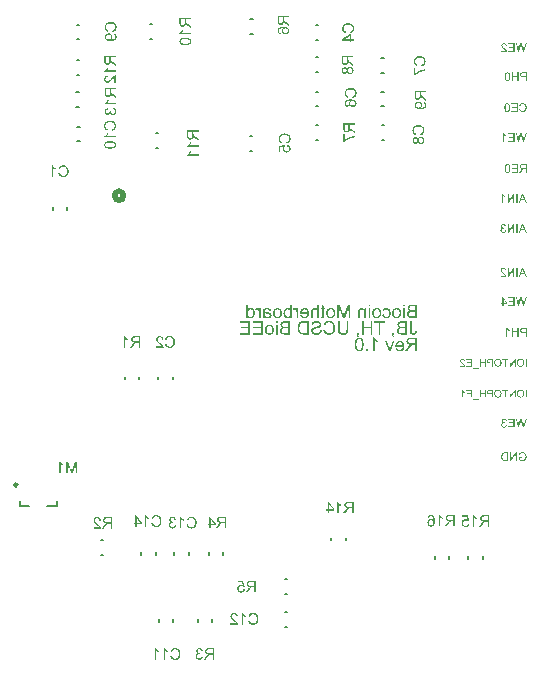
<source format=gbo>
G04*
G04 #@! TF.GenerationSoftware,Altium Limited,Altium Designer,23.0.1 (38)*
G04*
G04 Layer_Color=32896*
%FSLAX25Y25*%
%MOIN*%
G70*
G04*
G04 #@! TF.SameCoordinates,E0BBA437-4333-49BD-AE1E-3590298AE75E*
G04*
G04*
G04 #@! TF.FilePolarity,Positive*
G04*
G01*
G75*
%ADD10C,0.00984*%
%ADD11C,0.00787*%
%ADD14C,0.02000*%
G36*
X140866Y138542D02*
X140315D01*
Y139170D01*
X140866D01*
Y138542D01*
D02*
G37*
G36*
X129364D02*
X128813D01*
Y139170D01*
X129364D01*
Y138542D01*
D02*
G37*
G36*
X103243Y134686D02*
X102731D01*
Y135094D01*
X102666Y135010D01*
X102601Y134939D01*
X102530Y134874D01*
X102452Y134816D01*
X102381Y134770D01*
X102303Y134731D01*
X102232Y134699D01*
X102161Y134673D01*
X102031Y134641D01*
X101973Y134628D01*
X101927Y134621D01*
X101889D01*
X101856Y134615D01*
X101830D01*
X101727Y134621D01*
X101623Y134634D01*
X101526Y134654D01*
X101435Y134686D01*
X101260Y134757D01*
X101189Y134803D01*
X101117Y134842D01*
X101053Y134887D01*
X101001Y134926D01*
X100955Y134965D01*
X100910Y134997D01*
X100878Y135029D01*
X100858Y135049D01*
X100845Y135062D01*
X100839Y135068D01*
X100768Y135159D01*
X100703Y135256D01*
X100644Y135353D01*
X100599Y135464D01*
X100560Y135567D01*
X100528Y135677D01*
X100476Y135885D01*
X100457Y135982D01*
X100443Y136073D01*
X100437Y136151D01*
X100431Y136222D01*
X100424Y136280D01*
Y136319D01*
Y136351D01*
Y136358D01*
X100431Y136487D01*
X100437Y136610D01*
X100457Y136721D01*
X100476Y136818D01*
X100495Y136902D01*
X100508Y136967D01*
X100515Y136986D01*
X100521Y137006D01*
X100528Y137012D01*
Y137019D01*
X100567Y137129D01*
X100612Y137233D01*
X100657Y137323D01*
X100703Y137401D01*
X100742Y137459D01*
X100774Y137505D01*
X100793Y137537D01*
X100800Y137544D01*
X100865Y137621D01*
X100943Y137693D01*
X101014Y137751D01*
X101085Y137796D01*
X101143Y137835D01*
X101195Y137868D01*
X101228Y137881D01*
X101241Y137887D01*
X101338Y137926D01*
X101441Y137958D01*
X101539Y137978D01*
X101623Y137997D01*
X101694Y138004D01*
X101752Y138010D01*
X101804D01*
X101901Y138004D01*
X101999Y137991D01*
X102089Y137971D01*
X102174Y137939D01*
X102323Y137874D01*
X102452Y137790D01*
X102504Y137751D01*
X102556Y137712D01*
X102595Y137673D01*
X102627Y137641D01*
X102660Y137608D01*
X102679Y137589D01*
X102686Y137576D01*
X102692Y137570D01*
Y139170D01*
X103243D01*
Y134686D01*
D02*
G37*
G36*
X112289D02*
X111738D01*
Y136461D01*
X111732Y136598D01*
X111725Y136714D01*
X111712Y136818D01*
X111693Y136902D01*
X111673Y136967D01*
X111660Y137019D01*
X111654Y137045D01*
X111647Y137058D01*
X111609Y137135D01*
X111563Y137207D01*
X111511Y137265D01*
X111460Y137317D01*
X111414Y137356D01*
X111375Y137382D01*
X111349Y137401D01*
X111343Y137408D01*
X111259Y137453D01*
X111181Y137485D01*
X111103Y137505D01*
X111038Y137524D01*
X110974Y137531D01*
X110928Y137537D01*
X110889D01*
X110773Y137531D01*
X110669Y137505D01*
X110585Y137479D01*
X110513Y137440D01*
X110455Y137408D01*
X110416Y137375D01*
X110390Y137349D01*
X110384Y137343D01*
X110326Y137265D01*
X110280Y137168D01*
X110248Y137071D01*
X110222Y136973D01*
X110209Y136883D01*
X110202Y136811D01*
Y136785D01*
Y136766D01*
Y136753D01*
Y136747D01*
Y134686D01*
X109652D01*
Y136740D01*
X109658Y136909D01*
X109671Y137058D01*
X109690Y137181D01*
X109710Y137284D01*
X109729Y137369D01*
X109749Y137427D01*
X109762Y137459D01*
X109768Y137472D01*
X109820Y137563D01*
X109878Y137641D01*
X109943Y137706D01*
X110002Y137764D01*
X110060Y137809D01*
X110105Y137842D01*
X110138Y137861D01*
X110151Y137868D01*
X110254Y137913D01*
X110358Y137952D01*
X110462Y137978D01*
X110559Y137991D01*
X110643Y138004D01*
X110714Y138010D01*
X110773D01*
X110876Y138004D01*
X110980Y137991D01*
X111077Y137971D01*
X111168Y137939D01*
X111336Y137868D01*
X111408Y137829D01*
X111472Y137790D01*
X111531Y137744D01*
X111589Y137706D01*
X111635Y137667D01*
X111667Y137634D01*
X111699Y137602D01*
X111719Y137583D01*
X111732Y137570D01*
X111738Y137563D01*
Y139170D01*
X112289D01*
Y134686D01*
D02*
G37*
G36*
X95039Y138004D02*
X95175Y137991D01*
X95305Y137971D01*
X95409Y137952D01*
X95499Y137932D01*
X95564Y137913D01*
X95590Y137907D01*
X95609Y137900D01*
X95616Y137894D01*
X95622D01*
X95733Y137848D01*
X95830Y137790D01*
X95914Y137738D01*
X95985Y137686D01*
X96037Y137634D01*
X96076Y137595D01*
X96102Y137570D01*
X96108Y137563D01*
X96167Y137479D01*
X96219Y137388D01*
X96257Y137297D01*
X96290Y137213D01*
X96316Y137129D01*
X96335Y137071D01*
X96342Y137045D01*
Y137025D01*
X96348Y137019D01*
Y137012D01*
X95810Y136941D01*
X95771Y137058D01*
X95733Y137161D01*
X95687Y137246D01*
X95648Y137310D01*
X95609Y137362D01*
X95577Y137395D01*
X95551Y137414D01*
X95545Y137420D01*
X95467Y137466D01*
X95376Y137498D01*
X95279Y137524D01*
X95188Y137537D01*
X95098Y137550D01*
X95033Y137557D01*
X94968D01*
X94819Y137550D01*
X94689Y137531D01*
X94586Y137498D01*
X94495Y137466D01*
X94430Y137427D01*
X94378Y137401D01*
X94346Y137375D01*
X94339Y137369D01*
X94288Y137310D01*
X94249Y137239D01*
X94216Y137161D01*
X94197Y137084D01*
X94184Y137012D01*
X94177Y136948D01*
Y136909D01*
Y136902D01*
Y136896D01*
Y136883D01*
Y136857D01*
Y136811D01*
X94184Y136773D01*
Y136760D01*
Y136753D01*
X94249Y136734D01*
X94320Y136714D01*
X94469Y136675D01*
X94637Y136643D01*
X94793Y136610D01*
X94871Y136598D01*
X94942Y136591D01*
X95007Y136578D01*
X95059Y136572D01*
X95104Y136565D01*
X95136D01*
X95162Y136559D01*
X95169D01*
X95285Y136546D01*
X95383Y136526D01*
X95467Y136513D01*
X95532Y136500D01*
X95583Y136494D01*
X95622Y136481D01*
X95648Y136475D01*
X95655D01*
X95739Y136449D01*
X95810Y136423D01*
X95882Y136390D01*
X95940Y136364D01*
X95992Y136338D01*
X96024Y136312D01*
X96050Y136300D01*
X96057Y136293D01*
X96121Y136248D01*
X96173Y136196D01*
X96225Y136144D01*
X96264Y136092D01*
X96296Y136047D01*
X96322Y136008D01*
X96335Y135982D01*
X96342Y135976D01*
X96374Y135904D01*
X96400Y135826D01*
X96419Y135755D01*
X96432Y135684D01*
X96439Y135626D01*
X96445Y135580D01*
Y135554D01*
Y135541D01*
X96439Y135464D01*
X96432Y135399D01*
X96400Y135263D01*
X96355Y135152D01*
X96303Y135055D01*
X96251Y134978D01*
X96206Y134919D01*
X96173Y134887D01*
X96160Y134874D01*
X96044Y134790D01*
X95914Y134725D01*
X95771Y134679D01*
X95642Y134647D01*
X95525Y134628D01*
X95473Y134621D01*
X95428D01*
X95389Y134615D01*
X95337D01*
X95221Y134621D01*
X95104Y134634D01*
X95000Y134647D01*
X94910Y134667D01*
X94838Y134686D01*
X94780Y134705D01*
X94741Y134712D01*
X94728Y134718D01*
X94618Y134764D01*
X94514Y134822D01*
X94417Y134887D01*
X94320Y134945D01*
X94242Y135003D01*
X94184Y135049D01*
X94145Y135081D01*
X94138Y135094D01*
X94132D01*
X94119Y135010D01*
X94106Y134932D01*
X94093Y134861D01*
X94074Y134803D01*
X94054Y134751D01*
X94041Y134718D01*
X94035Y134693D01*
X94028Y134686D01*
X93452D01*
X93484Y134757D01*
X93516Y134828D01*
X93542Y134893D01*
X93555Y134952D01*
X93575Y135003D01*
X93581Y135042D01*
X93588Y135068D01*
Y135075D01*
X93594Y135120D01*
X93601Y135178D01*
Y135243D01*
X93607Y135315D01*
X93614Y135477D01*
Y135638D01*
X93620Y135794D01*
Y135865D01*
Y135924D01*
Y135976D01*
Y136014D01*
Y136040D01*
Y136047D01*
Y136785D01*
Y136909D01*
X93627Y137019D01*
X93633Y137103D01*
Y137174D01*
X93639Y137226D01*
X93646Y137265D01*
X93652Y137284D01*
Y137291D01*
X93672Y137375D01*
X93698Y137446D01*
X93724Y137505D01*
X93756Y137563D01*
X93782Y137602D01*
X93801Y137634D01*
X93814Y137654D01*
X93821Y137660D01*
X93873Y137712D01*
X93931Y137764D01*
X93996Y137803D01*
X94061Y137842D01*
X94119Y137868D01*
X94164Y137887D01*
X94197Y137900D01*
X94210Y137907D01*
X94313Y137939D01*
X94424Y137965D01*
X94534Y137984D01*
X94644Y137997D01*
X94741Y138004D01*
X94812Y138010D01*
X94884D01*
X95039Y138004D01*
D02*
G37*
G36*
X122689Y134686D02*
X122119D01*
Y138503D01*
X120823Y134686D01*
X120292D01*
X118983Y138438D01*
Y134686D01*
X118413D01*
Y139170D01*
X119210D01*
X120285Y136047D01*
X120344Y135878D01*
X120389Y135736D01*
X120434Y135613D01*
X120467Y135509D01*
X120493Y135431D01*
X120512Y135373D01*
X120519Y135340D01*
X120525Y135327D01*
X120551Y135418D01*
X120583Y135522D01*
X120622Y135632D01*
X120655Y135742D01*
X120687Y135839D01*
X120713Y135917D01*
X120726Y135950D01*
X120732Y135969D01*
X120739Y135982D01*
Y135988D01*
X121802Y139170D01*
X122689D01*
Y134686D01*
D02*
G37*
G36*
X113941Y138742D02*
Y137939D01*
X114350D01*
Y137511D01*
X113941D01*
Y135632D01*
Y135541D01*
Y135464D01*
X113935Y135392D01*
X113928Y135321D01*
Y135263D01*
X113922Y135211D01*
X113909Y135127D01*
X113896Y135062D01*
X113890Y135017D01*
X113877Y134991D01*
Y134984D01*
X113851Y134926D01*
X113812Y134880D01*
X113773Y134835D01*
X113741Y134803D01*
X113702Y134770D01*
X113676Y134751D01*
X113656Y134738D01*
X113650Y134731D01*
X113578Y134699D01*
X113507Y134679D01*
X113429Y134660D01*
X113352Y134654D01*
X113287Y134647D01*
X113235Y134641D01*
X113183D01*
X113041Y134647D01*
X112969Y134654D01*
X112905Y134667D01*
X112846Y134673D01*
X112801Y134679D01*
X112775Y134686D01*
X112762D01*
X112833Y135172D01*
X112885Y135166D01*
X112937Y135159D01*
X112982D01*
X113015Y135152D01*
X113080D01*
X113164Y135159D01*
X113222Y135172D01*
X113254Y135185D01*
X113267Y135191D01*
X113313Y135224D01*
X113339Y135256D01*
X113358Y135282D01*
X113365Y135295D01*
X113371Y135327D01*
X113378Y135373D01*
X113384Y135477D01*
X113391Y135522D01*
Y135561D01*
Y135587D01*
Y135600D01*
Y137511D01*
X112833D01*
Y137939D01*
X113391D01*
Y139073D01*
X113941Y138742D01*
D02*
G37*
G36*
X134826Y138004D02*
X134969Y137978D01*
X135105Y137945D01*
X135215Y137913D01*
X135312Y137874D01*
X135351Y137855D01*
X135384Y137842D01*
X135410Y137829D01*
X135429Y137816D01*
X135442Y137809D01*
X135449D01*
X135572Y137732D01*
X135682Y137634D01*
X135773Y137537D01*
X135850Y137440D01*
X135909Y137356D01*
X135947Y137285D01*
X135960Y137259D01*
X135973Y137239D01*
X135980Y137226D01*
Y137220D01*
X136038Y137064D01*
X136077Y136909D01*
X136109Y136753D01*
X136129Y136610D01*
X136135Y136546D01*
X136142Y136487D01*
Y136436D01*
X136148Y136390D01*
Y136351D01*
Y136325D01*
Y136306D01*
Y136300D01*
X136142Y136151D01*
X136129Y136014D01*
X136109Y135878D01*
X136083Y135762D01*
X136058Y135645D01*
X136019Y135548D01*
X135986Y135451D01*
X135947Y135366D01*
X135909Y135295D01*
X135876Y135230D01*
X135837Y135172D01*
X135811Y135127D01*
X135785Y135094D01*
X135766Y135068D01*
X135753Y135055D01*
X135747Y135049D01*
X135669Y134971D01*
X135585Y134906D01*
X135500Y134848D01*
X135410Y134796D01*
X135319Y134757D01*
X135235Y134718D01*
X135060Y134667D01*
X134982Y134654D01*
X134911Y134641D01*
X134846Y134628D01*
X134787Y134621D01*
X134742Y134615D01*
X134677D01*
X134580Y134621D01*
X134483Y134628D01*
X134315Y134667D01*
X134159Y134712D01*
X134029Y134770D01*
X133977Y134803D01*
X133926Y134828D01*
X133880Y134854D01*
X133848Y134880D01*
X133822Y134900D01*
X133803Y134913D01*
X133790Y134919D01*
X133783Y134926D01*
X133718Y134991D01*
X133660Y135055D01*
X133556Y135198D01*
X133472Y135347D01*
X133414Y135483D01*
X133368Y135613D01*
X133355Y135664D01*
X133343Y135716D01*
X133336Y135755D01*
X133329Y135781D01*
X133323Y135801D01*
Y135807D01*
X133867Y135878D01*
X133893Y135736D01*
X133932Y135606D01*
X133984Y135503D01*
X134029Y135418D01*
X134075Y135347D01*
X134114Y135302D01*
X134133Y135269D01*
X134146Y135263D01*
X134230Y135198D01*
X134321Y135152D01*
X134412Y135114D01*
X134496Y135094D01*
X134567Y135081D01*
X134632Y135075D01*
X134671Y135068D01*
X134684D01*
X134755Y135075D01*
X134826Y135081D01*
X134956Y135114D01*
X135066Y135159D01*
X135163Y135217D01*
X135235Y135269D01*
X135293Y135315D01*
X135325Y135347D01*
X135338Y135360D01*
X135384Y135418D01*
X135423Y135489D01*
X135481Y135632D01*
X135526Y135794D01*
X135552Y135950D01*
X135572Y136092D01*
X135578Y136151D01*
Y136209D01*
X135585Y136248D01*
Y136286D01*
Y136306D01*
Y136312D01*
Y136429D01*
X135572Y136539D01*
X135559Y136643D01*
X135546Y136734D01*
X135526Y136818D01*
X135500Y136896D01*
X135481Y136967D01*
X135455Y137032D01*
X135429Y137084D01*
X135410Y137129D01*
X135384Y137168D01*
X135364Y137200D01*
X135351Y137226D01*
X135338Y137246D01*
X135325Y137252D01*
Y137259D01*
X135274Y137310D01*
X135222Y137356D01*
X135111Y137434D01*
X134995Y137485D01*
X134891Y137518D01*
X134794Y137544D01*
X134723Y137550D01*
X134690Y137557D01*
X134651D01*
X134554Y137550D01*
X134464Y137531D01*
X134386Y137505D01*
X134315Y137472D01*
X134263Y137440D01*
X134217Y137414D01*
X134191Y137395D01*
X134185Y137388D01*
X134120Y137323D01*
X134062Y137246D01*
X134010Y137161D01*
X133977Y137084D01*
X133945Y137012D01*
X133926Y136954D01*
X133919Y136915D01*
X133913Y136909D01*
Y136902D01*
X133375Y136986D01*
X133420Y137161D01*
X133485Y137310D01*
X133556Y137440D01*
X133628Y137544D01*
X133699Y137628D01*
X133757Y137686D01*
X133796Y137725D01*
X133803Y137738D01*
X133809D01*
X133945Y137829D01*
X134088Y137894D01*
X134230Y137945D01*
X134366Y137978D01*
X134489Y137997D01*
X134541Y138004D01*
X134580D01*
X134619Y138010D01*
X134671D01*
X134826Y138004D01*
D02*
G37*
G36*
X107597Y138004D02*
X107714Y137991D01*
X107824Y137971D01*
X107928Y137939D01*
X108025Y137907D01*
X108116Y137868D01*
X108200Y137829D01*
X108271Y137783D01*
X108343Y137744D01*
X108401Y137699D01*
X108453Y137660D01*
X108492Y137628D01*
X108524Y137595D01*
X108550Y137576D01*
X108563Y137563D01*
X108569Y137557D01*
X108641Y137466D01*
X108705Y137369D01*
X108764Y137271D01*
X108816Y137168D01*
X108855Y137058D01*
X108887Y136954D01*
X108939Y136747D01*
X108958Y136656D01*
X108971Y136565D01*
X108978Y136487D01*
X108984Y136416D01*
X108991Y136358D01*
Y136319D01*
Y136286D01*
Y136280D01*
X108984Y136137D01*
X108971Y136001D01*
X108952Y135872D01*
X108926Y135755D01*
X108893Y135645D01*
X108861Y135541D01*
X108822Y135451D01*
X108783Y135366D01*
X108744Y135295D01*
X108705Y135230D01*
X108673Y135178D01*
X108641Y135133D01*
X108615Y135094D01*
X108595Y135068D01*
X108582Y135055D01*
X108576Y135049D01*
X108492Y134971D01*
X108407Y134906D01*
X108317Y134848D01*
X108220Y134796D01*
X108129Y134757D01*
X108032Y134718D01*
X107850Y134667D01*
X107766Y134654D01*
X107688Y134641D01*
X107617Y134628D01*
X107559Y134621D01*
X107513Y134615D01*
X107442D01*
X107241Y134628D01*
X107060Y134660D01*
X106898Y134699D01*
X106833Y134725D01*
X106768Y134751D01*
X106710Y134777D01*
X106658Y134803D01*
X106619Y134822D01*
X106580Y134842D01*
X106554Y134861D01*
X106535Y134874D01*
X106522Y134887D01*
X106515D01*
X106386Y135003D01*
X106282Y135127D01*
X106191Y135256D01*
X106126Y135379D01*
X106075Y135489D01*
X106055Y135541D01*
X106036Y135580D01*
X106023Y135619D01*
X106016Y135645D01*
X106010Y135658D01*
Y135664D01*
X106580Y135736D01*
X106632Y135613D01*
X106690Y135509D01*
X106749Y135418D01*
X106800Y135347D01*
X106846Y135295D01*
X106885Y135256D01*
X106917Y135230D01*
X106923Y135224D01*
X107008Y135172D01*
X107092Y135133D01*
X107183Y135107D01*
X107261Y135088D01*
X107332Y135075D01*
X107390Y135068D01*
X107442D01*
X107520Y135075D01*
X107591Y135081D01*
X107721Y135114D01*
X107837Y135159D01*
X107941Y135211D01*
X108019Y135256D01*
X108077Y135302D01*
X108116Y135334D01*
X108122Y135347D01*
X108129D01*
X108220Y135464D01*
X108291Y135593D01*
X108343Y135736D01*
X108381Y135865D01*
X108401Y135982D01*
X108414Y136034D01*
X108420Y136079D01*
Y136118D01*
X108427Y136144D01*
Y136163D01*
Y136170D01*
X105997D01*
X105990Y136235D01*
Y136280D01*
Y136306D01*
Y136312D01*
X105997Y136461D01*
X106010Y136598D01*
X106029Y136727D01*
X106055Y136850D01*
X106088Y136960D01*
X106120Y137064D01*
X106159Y137155D01*
X106198Y137239D01*
X106237Y137317D01*
X106275Y137382D01*
X106308Y137434D01*
X106340Y137479D01*
X106366Y137518D01*
X106386Y137544D01*
X106399Y137557D01*
X106405Y137563D01*
X106483Y137641D01*
X106567Y137712D01*
X106658Y137770D01*
X106749Y137822D01*
X106839Y137868D01*
X106923Y137900D01*
X107014Y137932D01*
X107092Y137952D01*
X107176Y137971D01*
X107247Y137984D01*
X107312Y137997D01*
X107364Y138004D01*
X107410Y138010D01*
X107474D01*
X107597Y138004D01*
D02*
G37*
G36*
X145000Y134686D02*
X143289D01*
X143134Y134693D01*
X142998Y134699D01*
X142875Y134712D01*
X142771Y134725D01*
X142687Y134738D01*
X142622Y134744D01*
X142583Y134757D01*
X142570D01*
X142460Y134790D01*
X142369Y134822D01*
X142285Y134861D01*
X142214Y134900D01*
X142155Y134926D01*
X142110Y134952D01*
X142084Y134971D01*
X142078Y134978D01*
X142006Y135036D01*
X141941Y135107D01*
X141890Y135178D01*
X141838Y135243D01*
X141799Y135308D01*
X141773Y135353D01*
X141753Y135386D01*
X141747Y135399D01*
X141702Y135503D01*
X141669Y135606D01*
X141643Y135703D01*
X141630Y135794D01*
X141617Y135872D01*
X141611Y135937D01*
Y135976D01*
Y135982D01*
Y135988D01*
X141617Y136131D01*
X141643Y136261D01*
X141682Y136371D01*
X141721Y136475D01*
X141760Y136552D01*
X141799Y136610D01*
X141825Y136649D01*
X141831Y136662D01*
X141922Y136766D01*
X142019Y136850D01*
X142129Y136922D01*
X142227Y136980D01*
X142317Y137025D01*
X142395Y137051D01*
X142421Y137064D01*
X142440Y137071D01*
X142453Y137077D01*
X142460D01*
X142350Y137142D01*
X142253Y137207D01*
X142175Y137278D01*
X142110Y137343D01*
X142058Y137395D01*
X142019Y137446D01*
X142000Y137472D01*
X141993Y137485D01*
X141941Y137583D01*
X141903Y137673D01*
X141870Y137764D01*
X141851Y137848D01*
X141838Y137919D01*
X141831Y137978D01*
Y138010D01*
Y138023D01*
X141838Y138133D01*
X141857Y138243D01*
X141890Y138341D01*
X141922Y138431D01*
X141954Y138509D01*
X141987Y138561D01*
X142006Y138600D01*
X142013Y138613D01*
X142084Y138710D01*
X142162Y138801D01*
X142246Y138872D01*
X142324Y138930D01*
X142389Y138976D01*
X142447Y139008D01*
X142486Y139028D01*
X142492Y139034D01*
X142499D01*
X142622Y139079D01*
X142758Y139112D01*
X142894Y139138D01*
X143024Y139151D01*
X143140Y139164D01*
X143192D01*
X143237Y139170D01*
X145000D01*
Y134686D01*
D02*
G37*
G36*
X140866D02*
X140315D01*
Y137939D01*
X140866D01*
Y134686D01*
D02*
G37*
G36*
X129364D02*
X128813D01*
Y137939D01*
X129364D01*
Y134686D01*
D02*
G37*
G36*
X126571Y138004D02*
X126688Y137984D01*
X126791Y137958D01*
X126895Y137926D01*
X126986Y137887D01*
X127070Y137842D01*
X127148Y137790D01*
X127212Y137744D01*
X127277Y137693D01*
X127329Y137641D01*
X127374Y137595D01*
X127413Y137557D01*
X127439Y137524D01*
X127459Y137498D01*
X127472Y137479D01*
X127478Y137472D01*
Y137939D01*
X127971D01*
Y134686D01*
X127420D01*
Y136455D01*
Y136565D01*
X127407Y136675D01*
X127394Y136766D01*
X127381Y136850D01*
X127361Y136928D01*
X127342Y136999D01*
X127316Y137064D01*
X127290Y137116D01*
X127271Y137161D01*
X127245Y137200D01*
X127225Y137233D01*
X127206Y137259D01*
X127180Y137291D01*
X127167Y137304D01*
X127070Y137382D01*
X126966Y137434D01*
X126863Y137472D01*
X126772Y137505D01*
X126688Y137518D01*
X126623Y137524D01*
X126597Y137531D01*
X126564D01*
X126487Y137524D01*
X126409Y137518D01*
X126344Y137498D01*
X126292Y137479D01*
X126247Y137459D01*
X126208Y137446D01*
X126189Y137434D01*
X126182Y137427D01*
X126124Y137388D01*
X126072Y137343D01*
X126033Y137297D01*
X126001Y137259D01*
X125981Y137220D01*
X125962Y137187D01*
X125949Y137168D01*
Y137161D01*
X125929Y137090D01*
X125910Y137012D01*
X125897Y136928D01*
X125891Y136844D01*
X125884Y136773D01*
Y136714D01*
Y136669D01*
Y136662D01*
Y136656D01*
Y134686D01*
X125333D01*
Y136682D01*
Y136818D01*
X125340Y136928D01*
X125346Y137019D01*
Y137097D01*
X125353Y137148D01*
X125359Y137187D01*
X125366Y137213D01*
Y137220D01*
X125385Y137304D01*
X125417Y137382D01*
X125443Y137446D01*
X125469Y137511D01*
X125502Y137557D01*
X125521Y137589D01*
X125534Y137615D01*
X125541Y137621D01*
X125592Y137686D01*
X125651Y137738D01*
X125709Y137790D01*
X125774Y137829D01*
X125826Y137861D01*
X125871Y137881D01*
X125897Y137894D01*
X125910Y137900D01*
X126001Y137939D01*
X126098Y137965D01*
X126189Y137984D01*
X126273Y137997D01*
X126344Y138004D01*
X126396Y138010D01*
X126448D01*
X126571Y138004D01*
D02*
G37*
G36*
X104195Y138004D02*
X104260Y137991D01*
X104325Y137971D01*
X104377Y137952D01*
X104416Y137932D01*
X104455Y137913D01*
X104474Y137900D01*
X104481Y137894D01*
X104539Y137842D01*
X104597Y137777D01*
X104656Y137699D01*
X104707Y137628D01*
X104759Y137557D01*
X104792Y137498D01*
X104817Y137453D01*
X104824Y137446D01*
Y137939D01*
X105323D01*
Y134686D01*
X104772D01*
Y136384D01*
X104766Y136513D01*
X104759Y136630D01*
X104746Y136740D01*
X104727Y136837D01*
X104707Y136915D01*
X104694Y136973D01*
X104688Y137012D01*
X104681Y137025D01*
X104656Y137097D01*
X104623Y137155D01*
X104591Y137207D01*
X104558Y137252D01*
X104526Y137284D01*
X104507Y137310D01*
X104487Y137323D01*
X104481Y137330D01*
X104429Y137369D01*
X104370Y137395D01*
X104312Y137414D01*
X104267Y137427D01*
X104221Y137434D01*
X104189Y137440D01*
X104157D01*
X104085Y137434D01*
X104014Y137420D01*
X103943Y137401D01*
X103884Y137382D01*
X103833Y137362D01*
X103794Y137343D01*
X103768Y137330D01*
X103761Y137323D01*
X103560Y137829D01*
X103671Y137887D01*
X103774Y137932D01*
X103865Y137965D01*
X103949Y137991D01*
X104021Y138004D01*
X104079Y138010D01*
X104124D01*
X104195Y138004D01*
D02*
G37*
G36*
X91650D02*
X91715Y137991D01*
X91780Y137971D01*
X91832Y137952D01*
X91870Y137932D01*
X91909Y137913D01*
X91929Y137900D01*
X91935Y137894D01*
X91994Y137842D01*
X92052Y137777D01*
X92110Y137699D01*
X92162Y137628D01*
X92214Y137557D01*
X92246Y137498D01*
X92272Y137453D01*
X92279Y137446D01*
Y137939D01*
X92778D01*
Y134686D01*
X92227D01*
Y136384D01*
X92220Y136513D01*
X92214Y136630D01*
X92201Y136740D01*
X92181Y136837D01*
X92162Y136915D01*
X92149Y136973D01*
X92143Y137012D01*
X92136Y137025D01*
X92110Y137097D01*
X92078Y137155D01*
X92045Y137207D01*
X92013Y137252D01*
X91981Y137284D01*
X91961Y137310D01*
X91942Y137323D01*
X91935Y137330D01*
X91883Y137369D01*
X91825Y137395D01*
X91767Y137414D01*
X91721Y137427D01*
X91676Y137434D01*
X91644Y137440D01*
X91611D01*
X91540Y137434D01*
X91469Y137420D01*
X91397Y137401D01*
X91339Y137382D01*
X91287Y137362D01*
X91248Y137343D01*
X91223Y137330D01*
X91216Y137323D01*
X91015Y137829D01*
X91125Y137887D01*
X91229Y137932D01*
X91320Y137965D01*
X91404Y137991D01*
X91475Y138004D01*
X91533Y138010D01*
X91579D01*
X91650Y138004D01*
D02*
G37*
G36*
X138267Y138004D02*
X138371Y137997D01*
X138572Y137952D01*
X138747Y137894D01*
X138825Y137861D01*
X138896Y137829D01*
X138961Y137796D01*
X139013Y137764D01*
X139064Y137732D01*
X139103Y137706D01*
X139136Y137680D01*
X139162Y137660D01*
X139174Y137654D01*
X139181Y137647D01*
X139272Y137563D01*
X139343Y137466D01*
X139414Y137362D01*
X139466Y137259D01*
X139518Y137148D01*
X139557Y137032D01*
X139589Y136922D01*
X139615Y136818D01*
X139641Y136714D01*
X139654Y136624D01*
X139667Y136533D01*
X139673Y136461D01*
Y136397D01*
X139680Y136351D01*
Y136325D01*
Y136312D01*
X139673Y136163D01*
X139661Y136021D01*
X139641Y135891D01*
X139615Y135768D01*
X139583Y135658D01*
X139550Y135554D01*
X139511Y135457D01*
X139473Y135373D01*
X139434Y135295D01*
X139395Y135230D01*
X139362Y135178D01*
X139330Y135133D01*
X139304Y135094D01*
X139285Y135068D01*
X139272Y135055D01*
X139265Y135049D01*
X139181Y134971D01*
X139097Y134906D01*
X139006Y134848D01*
X138915Y134796D01*
X138825Y134757D01*
X138727Y134718D01*
X138552Y134667D01*
X138475Y134654D01*
X138397Y134641D01*
X138332Y134628D01*
X138274Y134621D01*
X138222Y134615D01*
X138157D01*
X138002Y134621D01*
X137859Y134647D01*
X137723Y134679D01*
X137613Y134712D01*
X137516Y134751D01*
X137477Y134764D01*
X137444Y134777D01*
X137412Y134790D01*
X137392Y134803D01*
X137386Y134809D01*
X137380D01*
X137250Y134893D01*
X137140Y134984D01*
X137043Y135075D01*
X136965Y135166D01*
X136907Y135243D01*
X136861Y135308D01*
X136848Y135334D01*
X136835Y135353D01*
X136829Y135360D01*
Y135366D01*
X136764Y135515D01*
X136719Y135677D01*
X136680Y135839D01*
X136660Y136001D01*
X136647Y136073D01*
Y136137D01*
X136641Y136202D01*
X136634Y136254D01*
Y136300D01*
Y136332D01*
Y136351D01*
Y136358D01*
X136641Y136500D01*
X136654Y136630D01*
X136673Y136753D01*
X136699Y136870D01*
X136732Y136980D01*
X136770Y137077D01*
X136809Y137174D01*
X136848Y137252D01*
X136887Y137323D01*
X136926Y137388D01*
X136965Y137446D01*
X136997Y137492D01*
X137023Y137524D01*
X137043Y137550D01*
X137056Y137563D01*
X137062Y137570D01*
X137146Y137647D01*
X137231Y137712D01*
X137321Y137777D01*
X137412Y137822D01*
X137503Y137868D01*
X137593Y137900D01*
X137768Y137958D01*
X137853Y137971D01*
X137924Y137984D01*
X137989Y137997D01*
X138047Y138004D01*
X138092Y138010D01*
X138157D01*
X138267Y138004D01*
D02*
G37*
G36*
X131645D02*
X131748Y137997D01*
X131949Y137952D01*
X132124Y137894D01*
X132202Y137861D01*
X132273Y137829D01*
X132338Y137796D01*
X132390Y137764D01*
X132442Y137732D01*
X132481Y137706D01*
X132513Y137680D01*
X132539Y137660D01*
X132552Y137654D01*
X132558Y137647D01*
X132649Y137563D01*
X132720Y137466D01*
X132792Y137362D01*
X132843Y137259D01*
X132895Y137148D01*
X132934Y137032D01*
X132967Y136922D01*
X132993Y136818D01*
X133019Y136714D01*
X133031Y136624D01*
X133044Y136533D01*
X133051Y136461D01*
Y136397D01*
X133057Y136351D01*
Y136325D01*
Y136312D01*
X133051Y136163D01*
X133038Y136021D01*
X133019Y135891D01*
X132993Y135768D01*
X132960Y135658D01*
X132928Y135554D01*
X132889Y135457D01*
X132850Y135373D01*
X132811Y135295D01*
X132772Y135230D01*
X132740Y135178D01*
X132707Y135133D01*
X132682Y135094D01*
X132662Y135068D01*
X132649Y135055D01*
X132643Y135049D01*
X132558Y134971D01*
X132474Y134906D01*
X132383Y134848D01*
X132293Y134796D01*
X132202Y134757D01*
X132105Y134718D01*
X131930Y134667D01*
X131852Y134654D01*
X131774Y134641D01*
X131710Y134628D01*
X131651Y134621D01*
X131599Y134615D01*
X131535D01*
X131379Y134621D01*
X131237Y134647D01*
X131100Y134679D01*
X130990Y134712D01*
X130893Y134751D01*
X130854Y134764D01*
X130822Y134777D01*
X130789Y134790D01*
X130770Y134803D01*
X130763Y134809D01*
X130757D01*
X130627Y134893D01*
X130517Y134984D01*
X130420Y135075D01*
X130342Y135166D01*
X130284Y135243D01*
X130239Y135308D01*
X130226Y135334D01*
X130213Y135353D01*
X130206Y135360D01*
Y135366D01*
X130141Y135515D01*
X130096Y135677D01*
X130057Y135839D01*
X130038Y136001D01*
X130025Y136073D01*
Y136137D01*
X130018Y136202D01*
X130012Y136254D01*
Y136300D01*
Y136332D01*
Y136351D01*
Y136358D01*
X130018Y136500D01*
X130031Y136630D01*
X130051Y136753D01*
X130077Y136870D01*
X130109Y136980D01*
X130148Y137077D01*
X130187Y137174D01*
X130226Y137252D01*
X130264Y137323D01*
X130303Y137388D01*
X130342Y137446D01*
X130375Y137492D01*
X130401Y137524D01*
X130420Y137550D01*
X130433Y137563D01*
X130439Y137570D01*
X130524Y137647D01*
X130608Y137712D01*
X130699Y137777D01*
X130789Y137822D01*
X130880Y137868D01*
X130971Y137900D01*
X131146Y137958D01*
X131230Y137971D01*
X131301Y137984D01*
X131366Y137997D01*
X131424Y138004D01*
X131470Y138010D01*
X131535D01*
X131645Y138004D01*
D02*
G37*
G36*
X116313Y138004D02*
X116417Y137997D01*
X116618Y137952D01*
X116793Y137894D01*
X116870Y137861D01*
X116942Y137829D01*
X117006Y137796D01*
X117058Y137764D01*
X117110Y137732D01*
X117149Y137706D01*
X117181Y137680D01*
X117207Y137660D01*
X117220Y137654D01*
X117227Y137647D01*
X117317Y137563D01*
X117389Y137466D01*
X117460Y137362D01*
X117512Y137259D01*
X117564Y137148D01*
X117603Y137032D01*
X117635Y136922D01*
X117661Y136818D01*
X117687Y136714D01*
X117700Y136624D01*
X117713Y136533D01*
X117719Y136461D01*
Y136397D01*
X117726Y136351D01*
Y136325D01*
Y136312D01*
X117719Y136163D01*
X117706Y136021D01*
X117687Y135891D01*
X117661Y135768D01*
X117629Y135658D01*
X117596Y135554D01*
X117557Y135457D01*
X117518Y135373D01*
X117479Y135295D01*
X117441Y135230D01*
X117408Y135178D01*
X117376Y135133D01*
X117350Y135094D01*
X117330Y135068D01*
X117317Y135055D01*
X117311Y135049D01*
X117227Y134971D01*
X117142Y134906D01*
X117052Y134848D01*
X116961Y134796D01*
X116870Y134757D01*
X116773Y134718D01*
X116598Y134667D01*
X116520Y134654D01*
X116443Y134641D01*
X116378Y134628D01*
X116320Y134621D01*
X116268Y134615D01*
X116203D01*
X116047Y134621D01*
X115905Y134647D01*
X115769Y134679D01*
X115659Y134712D01*
X115561Y134751D01*
X115523Y134764D01*
X115490Y134777D01*
X115458Y134790D01*
X115438Y134803D01*
X115432Y134809D01*
X115425D01*
X115296Y134893D01*
X115185Y134984D01*
X115088Y135075D01*
X115011Y135166D01*
X114952Y135243D01*
X114907Y135308D01*
X114894Y135334D01*
X114881Y135353D01*
X114874Y135360D01*
Y135366D01*
X114810Y135515D01*
X114764Y135677D01*
X114725Y135839D01*
X114706Y136001D01*
X114693Y136073D01*
Y136137D01*
X114687Y136202D01*
X114680Y136254D01*
Y136300D01*
Y136332D01*
Y136351D01*
Y136358D01*
X114687Y136500D01*
X114699Y136630D01*
X114719Y136753D01*
X114745Y136870D01*
X114777Y136980D01*
X114816Y137077D01*
X114855Y137174D01*
X114894Y137252D01*
X114933Y137323D01*
X114972Y137388D01*
X115011Y137446D01*
X115043Y137492D01*
X115069Y137524D01*
X115088Y137550D01*
X115101Y137563D01*
X115108Y137570D01*
X115192Y137647D01*
X115276Y137712D01*
X115367Y137777D01*
X115458Y137822D01*
X115548Y137868D01*
X115639Y137900D01*
X115814Y137958D01*
X115898Y137971D01*
X115970Y137984D01*
X116034Y137997D01*
X116093Y138004D01*
X116138Y138010D01*
X116203D01*
X116313Y138004D01*
D02*
G37*
G36*
X98538D02*
X98642Y137997D01*
X98843Y137952D01*
X99018Y137894D01*
X99096Y137861D01*
X99167Y137829D01*
X99232Y137796D01*
X99284Y137764D01*
X99335Y137732D01*
X99374Y137706D01*
X99407Y137680D01*
X99433Y137660D01*
X99446Y137654D01*
X99452Y137647D01*
X99543Y137563D01*
X99614Y137466D01*
X99685Y137362D01*
X99737Y137259D01*
X99789Y137148D01*
X99828Y137032D01*
X99860Y136922D01*
X99886Y136818D01*
X99912Y136714D01*
X99925Y136624D01*
X99938Y136533D01*
X99945Y136461D01*
Y136397D01*
X99951Y136351D01*
Y136325D01*
Y136312D01*
X99945Y136163D01*
X99932Y136021D01*
X99912Y135891D01*
X99886Y135768D01*
X99854Y135658D01*
X99821Y135554D01*
X99783Y135457D01*
X99744Y135373D01*
X99705Y135295D01*
X99666Y135230D01*
X99634Y135178D01*
X99601Y135133D01*
X99575Y135094D01*
X99556Y135068D01*
X99543Y135055D01*
X99536Y135049D01*
X99452Y134971D01*
X99368Y134906D01*
X99277Y134848D01*
X99186Y134796D01*
X99096Y134757D01*
X98998Y134718D01*
X98823Y134667D01*
X98746Y134654D01*
X98668Y134641D01*
X98603Y134628D01*
X98545Y134621D01*
X98493Y134615D01*
X98428D01*
X98273Y134621D01*
X98130Y134647D01*
X97994Y134679D01*
X97884Y134712D01*
X97787Y134751D01*
X97748Y134764D01*
X97715Y134777D01*
X97683Y134790D01*
X97664Y134803D01*
X97657Y134809D01*
X97651D01*
X97521Y134893D01*
X97411Y134984D01*
X97314Y135075D01*
X97236Y135166D01*
X97178Y135243D01*
X97132Y135308D01*
X97119Y135334D01*
X97106Y135353D01*
X97100Y135360D01*
Y135366D01*
X97035Y135515D01*
X96990Y135677D01*
X96951Y135839D01*
X96931Y136001D01*
X96918Y136073D01*
Y136137D01*
X96912Y136202D01*
X96905Y136254D01*
Y136300D01*
Y136332D01*
Y136351D01*
Y136358D01*
X96912Y136500D01*
X96925Y136630D01*
X96944Y136753D01*
X96970Y136870D01*
X97003Y136980D01*
X97041Y137077D01*
X97080Y137174D01*
X97119Y137252D01*
X97158Y137323D01*
X97197Y137388D01*
X97236Y137446D01*
X97268Y137492D01*
X97294Y137524D01*
X97314Y137550D01*
X97327Y137563D01*
X97333Y137570D01*
X97417Y137647D01*
X97502Y137712D01*
X97592Y137777D01*
X97683Y137822D01*
X97774Y137868D01*
X97865Y137900D01*
X98039Y137958D01*
X98124Y137971D01*
X98195Y137984D01*
X98260Y137997D01*
X98318Y138004D01*
X98363Y138010D01*
X98428D01*
X98538Y138004D01*
D02*
G37*
G36*
X88624Y137563D02*
X88682Y137634D01*
X88747Y137693D01*
X88805Y137751D01*
X88870Y137796D01*
X88922Y137829D01*
X88961Y137861D01*
X88987Y137874D01*
X89000Y137881D01*
X89084Y137926D01*
X89175Y137958D01*
X89266Y137978D01*
X89350Y137997D01*
X89421Y138004D01*
X89473Y138010D01*
X89525D01*
X89667Y138004D01*
X89803Y137978D01*
X89926Y137945D01*
X90030Y137907D01*
X90121Y137861D01*
X90186Y137829D01*
X90212Y137816D01*
X90231Y137803D01*
X90237Y137796D01*
X90244D01*
X90361Y137712D01*
X90458Y137608D01*
X90542Y137511D01*
X90607Y137414D01*
X90659Y137323D01*
X90698Y137252D01*
X90711Y137226D01*
X90724Y137207D01*
X90730Y137194D01*
Y137187D01*
X90782Y137038D01*
X90821Y136883D01*
X90853Y136734D01*
X90873Y136598D01*
X90886Y136481D01*
Y136429D01*
X90892Y136390D01*
Y136351D01*
Y136325D01*
Y136312D01*
Y136306D01*
X90886Y136125D01*
X90866Y135956D01*
X90834Y135807D01*
X90801Y135677D01*
X90788Y135619D01*
X90775Y135574D01*
X90756Y135528D01*
X90743Y135489D01*
X90730Y135464D01*
X90724Y135444D01*
X90717Y135431D01*
Y135425D01*
X90646Y135289D01*
X90561Y135172D01*
X90477Y135068D01*
X90393Y134984D01*
X90322Y134919D01*
X90263Y134867D01*
X90225Y134842D01*
X90218Y134828D01*
X90212D01*
X90088Y134757D01*
X89965Y134705D01*
X89842Y134667D01*
X89732Y134641D01*
X89641Y134628D01*
X89564Y134621D01*
X89538Y134615D01*
X89499D01*
X89389Y134621D01*
X89285Y134634D01*
X89188Y134660D01*
X89104Y134693D01*
X89019Y134725D01*
X88942Y134764D01*
X88877Y134809D01*
X88818Y134854D01*
X88760Y134900D01*
X88715Y134945D01*
X88676Y134984D01*
X88643Y135017D01*
X88617Y135049D01*
X88598Y135075D01*
X88592Y135088D01*
X88585Y135094D01*
Y134686D01*
X88073D01*
Y139170D01*
X88624D01*
Y137563D01*
D02*
G37*
G36*
X98441Y133011D02*
X97890D01*
Y133640D01*
X98441D01*
Y133011D01*
D02*
G37*
G36*
X130031Y129156D02*
X129435D01*
Y131268D01*
X127115D01*
Y129156D01*
X126519D01*
Y133640D01*
X127115D01*
Y131800D01*
X129435D01*
Y133640D01*
X130031D01*
Y129156D01*
D02*
G37*
G36*
X122035Y131048D02*
Y130919D01*
X122028Y130795D01*
X122022Y130679D01*
X122009Y130569D01*
X121996Y130471D01*
X121983Y130381D01*
X121964Y130296D01*
X121951Y130219D01*
X121938Y130147D01*
X121918Y130089D01*
X121905Y130037D01*
X121892Y129998D01*
X121879Y129966D01*
X121873Y129940D01*
X121866Y129927D01*
Y129921D01*
X121795Y129778D01*
X121704Y129648D01*
X121614Y129545D01*
X121517Y129454D01*
X121432Y129383D01*
X121361Y129331D01*
X121335Y129318D01*
X121316Y129305D01*
X121303Y129292D01*
X121296D01*
X121134Y129221D01*
X120966Y129169D01*
X120791Y129130D01*
X120629Y129104D01*
X120557Y129098D01*
X120486Y129091D01*
X120421Y129085D01*
X120370D01*
X120324Y129078D01*
X120266D01*
X120033Y129091D01*
X119929Y129104D01*
X119832Y129117D01*
X119735Y129137D01*
X119650Y129156D01*
X119572Y129175D01*
X119501Y129201D01*
X119436Y129227D01*
X119385Y129247D01*
X119333Y129266D01*
X119294Y129286D01*
X119261Y129305D01*
X119242Y129312D01*
X119229Y129324D01*
X119223D01*
X119080Y129422D01*
X118963Y129532D01*
X118873Y129636D01*
X118795Y129739D01*
X118737Y129830D01*
X118698Y129901D01*
X118685Y129927D01*
X118672Y129946D01*
X118665Y129959D01*
Y129966D01*
X118639Y130044D01*
X118613Y130128D01*
X118575Y130303D01*
X118549Y130484D01*
X118529Y130659D01*
X118523Y130737D01*
X118516Y130815D01*
Y130880D01*
X118510Y130938D01*
Y130983D01*
Y131016D01*
Y131042D01*
Y131048D01*
Y133640D01*
X119106D01*
Y131048D01*
Y130899D01*
X119119Y130756D01*
X119132Y130633D01*
X119151Y130517D01*
X119171Y130413D01*
X119197Y130316D01*
X119216Y130232D01*
X119242Y130160D01*
X119268Y130102D01*
X119294Y130044D01*
X119320Y130005D01*
X119339Y129966D01*
X119359Y129940D01*
X119372Y129921D01*
X119378Y129914D01*
X119385Y129908D01*
X119443Y129856D01*
X119508Y129810D01*
X119650Y129739D01*
X119799Y129687D01*
X119955Y129655D01*
X120097Y129629D01*
X120156Y129622D01*
X120214D01*
X120253Y129616D01*
X120318D01*
X120454Y129622D01*
X120577Y129642D01*
X120694Y129661D01*
X120784Y129694D01*
X120862Y129720D01*
X120920Y129739D01*
X120953Y129759D01*
X120966Y129765D01*
X121056Y129823D01*
X121134Y129895D01*
X121199Y129966D01*
X121244Y130031D01*
X121283Y130096D01*
X121316Y130141D01*
X121329Y130173D01*
X121335Y130186D01*
X121354Y130245D01*
X121367Y130303D01*
X121393Y130439D01*
X121413Y130581D01*
X121426Y130724D01*
X121432Y130847D01*
Y130905D01*
X121439Y130951D01*
Y130990D01*
Y131022D01*
Y131042D01*
Y131048D01*
Y133640D01*
X122035D01*
Y131048D01*
D02*
G37*
G36*
X115795Y133705D02*
X116002Y133672D01*
X116183Y133634D01*
X116268Y133608D01*
X116345Y133582D01*
X116417Y133556D01*
X116481Y133530D01*
X116533Y133510D01*
X116585Y133491D01*
X116618Y133472D01*
X116644Y133459D01*
X116663Y133452D01*
X116669Y133446D01*
X116844Y133335D01*
X116993Y133206D01*
X117123Y133076D01*
X117233Y132947D01*
X117317Y132830D01*
X117350Y132778D01*
X117376Y132733D01*
X117402Y132701D01*
X117415Y132675D01*
X117421Y132655D01*
X117428Y132649D01*
X117518Y132448D01*
X117583Y132240D01*
X117629Y132033D01*
X117661Y131845D01*
X117674Y131761D01*
X117680Y131677D01*
X117687Y131612D01*
Y131547D01*
X117693Y131502D01*
Y131463D01*
Y131437D01*
Y131430D01*
X117680Y131197D01*
X117654Y130970D01*
X117622Y130770D01*
X117596Y130672D01*
X117577Y130588D01*
X117557Y130510D01*
X117531Y130439D01*
X117512Y130374D01*
X117499Y130322D01*
X117479Y130283D01*
X117473Y130251D01*
X117460Y130232D01*
Y130225D01*
X117363Y130031D01*
X117253Y129856D01*
X117136Y129707D01*
X117078Y129648D01*
X117026Y129590D01*
X116974Y129538D01*
X116922Y129493D01*
X116877Y129454D01*
X116838Y129428D01*
X116812Y129402D01*
X116786Y129383D01*
X116773Y129376D01*
X116767Y129370D01*
X116676Y129318D01*
X116585Y129273D01*
X116391Y129201D01*
X116196Y129149D01*
X116008Y129117D01*
X115918Y129104D01*
X115840Y129091D01*
X115769Y129085D01*
X115710D01*
X115659Y129078D01*
X115587D01*
X115458Y129085D01*
X115335Y129098D01*
X115218Y129111D01*
X115108Y129137D01*
X115004Y129169D01*
X114907Y129201D01*
X114816Y129234D01*
X114732Y129273D01*
X114661Y129305D01*
X114589Y129337D01*
X114538Y129370D01*
X114486Y129402D01*
X114453Y129428D01*
X114421Y129441D01*
X114408Y129454D01*
X114401Y129461D01*
X114311Y129538D01*
X114233Y129616D01*
X114162Y129707D01*
X114090Y129797D01*
X113974Y129979D01*
X113883Y130160D01*
X113844Y130245D01*
X113812Y130322D01*
X113786Y130394D01*
X113766Y130452D01*
X113747Y130504D01*
X113734Y130543D01*
X113727Y130569D01*
Y130575D01*
X114324Y130724D01*
X114350Y130620D01*
X114382Y130523D01*
X114414Y130432D01*
X114447Y130348D01*
X114486Y130271D01*
X114525Y130206D01*
X114570Y130141D01*
X114609Y130083D01*
X114641Y130031D01*
X114680Y129992D01*
X114713Y129953D01*
X114738Y129921D01*
X114764Y129901D01*
X114784Y129882D01*
X114790Y129875D01*
X114797Y129869D01*
X114862Y129817D01*
X114933Y129778D01*
X115075Y129707D01*
X115211Y129655D01*
X115348Y129622D01*
X115464Y129597D01*
X115509Y129590D01*
X115555D01*
X115594Y129584D01*
X115639D01*
X115788Y129590D01*
X115931Y129616D01*
X116060Y129648D01*
X116177Y129687D01*
X116268Y129726D01*
X116307Y129746D01*
X116339Y129759D01*
X116365Y129771D01*
X116384Y129785D01*
X116397Y129791D01*
X116404Y129791D01*
X116527Y129882D01*
X116631Y129979D01*
X116721Y130089D01*
X116793Y130193D01*
X116851Y130283D01*
X116890Y130361D01*
X116903Y130394D01*
X116916Y130413D01*
X116922Y130426D01*
Y130432D01*
X116974Y130601D01*
X117013Y130770D01*
X117045Y130938D01*
X117065Y131094D01*
X117071Y131165D01*
X117078Y131229D01*
Y131288D01*
X117084Y131333D01*
Y131372D01*
Y131404D01*
Y131424D01*
Y131430D01*
X117078Y131599D01*
X117065Y131754D01*
X117039Y131897D01*
X117013Y132027D01*
X116993Y132137D01*
X116981Y132182D01*
X116967Y132221D01*
X116961Y132253D01*
X116955Y132273D01*
X116948Y132286D01*
Y132292D01*
X116883Y132441D01*
X116812Y132577D01*
X116734Y132688D01*
X116650Y132785D01*
X116579Y132862D01*
X116520Y132914D01*
X116475Y132947D01*
X116469Y132960D01*
X116462D01*
X116326Y133044D01*
X116177Y133109D01*
X116034Y133154D01*
X115898Y133180D01*
X115775Y133200D01*
X115723Y133206D01*
X115678D01*
X115646Y133212D01*
X115594D01*
X115432Y133206D01*
X115283Y133180D01*
X115160Y133141D01*
X115049Y133102D01*
X114965Y133057D01*
X114900Y133025D01*
X114862Y132999D01*
X114849Y132986D01*
X114745Y132888D01*
X114648Y132778D01*
X114570Y132662D01*
X114505Y132545D01*
X114453Y132441D01*
X114434Y132389D01*
X114421Y132351D01*
X114408Y132318D01*
X114395Y132292D01*
X114389Y132279D01*
Y132273D01*
X113805Y132409D01*
X113844Y132526D01*
X113883Y132629D01*
X113935Y132726D01*
X113980Y132824D01*
X114032Y132908D01*
X114090Y132986D01*
X114142Y133063D01*
X114194Y133128D01*
X114246Y133180D01*
X114291Y133232D01*
X114337Y133277D01*
X114369Y133310D01*
X114401Y133342D01*
X114427Y133361D01*
X114440Y133368D01*
X114447Y133374D01*
X114538Y133433D01*
X114628Y133491D01*
X114719Y133536D01*
X114816Y133575D01*
X115011Y133634D01*
X115185Y133672D01*
X115270Y133692D01*
X115341Y133698D01*
X115412Y133705D01*
X115471Y133711D01*
X115516Y133718D01*
X115581D01*
X115795Y133705D01*
D02*
G37*
G36*
X141572Y129156D02*
X139861D01*
X139706Y129162D01*
X139570Y129169D01*
X139447Y129182D01*
X139343Y129195D01*
X139259Y129208D01*
X139194Y129214D01*
X139155Y129227D01*
X139142D01*
X139032Y129260D01*
X138941Y129292D01*
X138857Y129331D01*
X138786Y129370D01*
X138727Y129396D01*
X138682Y129422D01*
X138656Y129441D01*
X138650Y129448D01*
X138578Y129506D01*
X138514Y129577D01*
X138462Y129648D01*
X138410Y129713D01*
X138371Y129778D01*
X138345Y129823D01*
X138326Y129856D01*
X138319Y129869D01*
X138274Y129972D01*
X138241Y130076D01*
X138215Y130173D01*
X138203Y130264D01*
X138189Y130342D01*
X138183Y130407D01*
Y130446D01*
Y130452D01*
Y130458D01*
X138189Y130601D01*
X138215Y130731D01*
X138254Y130841D01*
X138293Y130944D01*
X138332Y131022D01*
X138371Y131080D01*
X138397Y131119D01*
X138403Y131132D01*
X138494Y131236D01*
X138591Y131320D01*
X138701Y131392D01*
X138799Y131450D01*
X138889Y131495D01*
X138967Y131521D01*
X138993Y131534D01*
X139013Y131541D01*
X139025Y131547D01*
X139032D01*
X138922Y131612D01*
X138825Y131677D01*
X138747Y131748D01*
X138682Y131813D01*
X138630Y131865D01*
X138591Y131916D01*
X138572Y131942D01*
X138565Y131955D01*
X138514Y132053D01*
X138475Y132143D01*
X138442Y132234D01*
X138423Y132318D01*
X138410Y132389D01*
X138403Y132448D01*
Y132480D01*
Y132493D01*
X138410Y132603D01*
X138429Y132713D01*
X138462Y132811D01*
X138494Y132901D01*
X138526Y132979D01*
X138559Y133031D01*
X138578Y133070D01*
X138585Y133083D01*
X138656Y133180D01*
X138734Y133271D01*
X138818Y133342D01*
X138896Y133400D01*
X138961Y133446D01*
X139019Y133478D01*
X139058Y133498D01*
X139064Y133504D01*
X139071D01*
X139194Y133549D01*
X139330Y133582D01*
X139466Y133608D01*
X139596Y133621D01*
X139712Y133634D01*
X139764D01*
X139810Y133640D01*
X141572D01*
Y129156D01*
D02*
G37*
G36*
X134217Y133109D02*
X132740D01*
Y129156D01*
X132144D01*
Y133109D01*
X130666D01*
Y133640D01*
X134217D01*
Y133109D01*
D02*
G37*
G36*
X108816Y129156D02*
X107202D01*
X107053Y129162D01*
X106917Y129169D01*
X106794Y129182D01*
X106690Y129195D01*
X106599Y129208D01*
X106535Y129214D01*
X106515Y129221D01*
X106496Y129227D01*
X106483D01*
X106366Y129260D01*
X106263Y129298D01*
X106172Y129331D01*
X106094Y129370D01*
X106029Y129402D01*
X105984Y129428D01*
X105958Y129447D01*
X105945Y129454D01*
X105861Y129512D01*
X105789Y129584D01*
X105718Y129648D01*
X105660Y129713D01*
X105608Y129771D01*
X105569Y129817D01*
X105543Y129849D01*
X105537Y129862D01*
X105472Y129966D01*
X105407Y130076D01*
X105355Y130180D01*
X105316Y130283D01*
X105278Y130374D01*
X105252Y130446D01*
X105245Y130471D01*
X105239Y130491D01*
X105232Y130504D01*
Y130510D01*
X105193Y130666D01*
X105161Y130821D01*
X105141Y130970D01*
X105122Y131113D01*
X105116Y131236D01*
Y131288D01*
X105109Y131333D01*
Y131366D01*
Y131398D01*
Y131411D01*
Y131418D01*
X105116Y131638D01*
X105135Y131839D01*
X105167Y132020D01*
X105180Y132104D01*
X105200Y132176D01*
X105219Y132247D01*
X105232Y132305D01*
X105245Y132357D01*
X105265Y132402D01*
X105271Y132441D01*
X105284Y132467D01*
X105291Y132480D01*
Y132487D01*
X105362Y132655D01*
X105446Y132804D01*
X105537Y132934D01*
X105621Y133044D01*
X105699Y133135D01*
X105764Y133200D01*
X105789Y133219D01*
X105809Y133238D01*
X105815Y133245D01*
X105822Y133251D01*
X105926Y133335D01*
X106036Y133400D01*
X106146Y133459D01*
X106250Y133504D01*
X106340Y133536D01*
X106412Y133556D01*
X106438Y133569D01*
X106457D01*
X106470Y133575D01*
X106476D01*
X106587Y133595D01*
X106716Y133614D01*
X106846Y133627D01*
X106975Y133634D01*
X107092Y133640D01*
X108816D01*
Y129156D01*
D02*
G37*
G36*
X102575D02*
X100865D01*
X100709Y129162D01*
X100573Y129169D01*
X100450Y129182D01*
X100346Y129195D01*
X100262Y129208D01*
X100197Y129214D01*
X100158Y129227D01*
X100145D01*
X100035Y129260D01*
X99945Y129292D01*
X99860Y129331D01*
X99789Y129370D01*
X99731Y129396D01*
X99685Y129422D01*
X99659Y129441D01*
X99653Y129447D01*
X99582Y129506D01*
X99517Y129577D01*
X99465Y129648D01*
X99413Y129713D01*
X99374Y129778D01*
X99348Y129823D01*
X99329Y129856D01*
X99322Y129869D01*
X99277Y129972D01*
X99245Y130076D01*
X99219Y130173D01*
X99206Y130264D01*
X99193Y130342D01*
X99186Y130407D01*
Y130446D01*
Y130452D01*
Y130458D01*
X99193Y130601D01*
X99219Y130731D01*
X99258Y130841D01*
X99297Y130944D01*
X99335Y131022D01*
X99374Y131080D01*
X99400Y131119D01*
X99407Y131132D01*
X99497Y131236D01*
X99595Y131320D01*
X99705Y131392D01*
X99802Y131450D01*
X99893Y131495D01*
X99971Y131521D01*
X99996Y131534D01*
X100016Y131541D01*
X100029Y131547D01*
X100035D01*
X99925Y131612D01*
X99828Y131677D01*
X99750Y131748D01*
X99685Y131813D01*
X99634Y131865D01*
X99595Y131916D01*
X99575Y131942D01*
X99569Y131955D01*
X99517Y132053D01*
X99478Y132143D01*
X99446Y132234D01*
X99426Y132318D01*
X99413Y132389D01*
X99407Y132448D01*
Y132480D01*
Y132493D01*
X99413Y132603D01*
X99433Y132713D01*
X99465Y132811D01*
X99497Y132901D01*
X99530Y132979D01*
X99562Y133031D01*
X99582Y133070D01*
X99588Y133083D01*
X99659Y133180D01*
X99737Y133271D01*
X99821Y133342D01*
X99899Y133400D01*
X99964Y133446D01*
X100022Y133478D01*
X100061Y133498D01*
X100068Y133504D01*
X100074D01*
X100197Y133549D01*
X100333Y133582D01*
X100469Y133608D01*
X100599Y133621D01*
X100716Y133634D01*
X100768D01*
X100813Y133640D01*
X102575D01*
Y129156D01*
D02*
G37*
G36*
X98441D02*
X97890D01*
Y132409D01*
X98441D01*
Y129156D01*
D02*
G37*
G36*
X93484D02*
X90134D01*
Y129687D01*
X92888D01*
Y131210D01*
X90406D01*
Y131741D01*
X92888D01*
Y133109D01*
X90237D01*
Y133640D01*
X93484D01*
Y129156D01*
D02*
G37*
G36*
X89304D02*
X85954D01*
Y129687D01*
X88708D01*
Y131210D01*
X86226D01*
Y131741D01*
X88708D01*
Y133109D01*
X86058D01*
Y133640D01*
X89304D01*
Y129156D01*
D02*
G37*
G36*
X95843Y132474D02*
X95946Y132467D01*
X96147Y132422D01*
X96322Y132363D01*
X96400Y132331D01*
X96471Y132299D01*
X96536Y132266D01*
X96588Y132234D01*
X96640Y132202D01*
X96679Y132176D01*
X96711Y132150D01*
X96737Y132130D01*
X96750Y132124D01*
X96756Y132117D01*
X96847Y132033D01*
X96918Y131936D01*
X96990Y131832D01*
X97041Y131728D01*
X97093Y131618D01*
X97132Y131502D01*
X97165Y131392D01*
X97191Y131288D01*
X97216Y131184D01*
X97229Y131094D01*
X97242Y131003D01*
X97249Y130931D01*
Y130867D01*
X97255Y130821D01*
Y130795D01*
Y130782D01*
X97249Y130633D01*
X97236Y130491D01*
X97216Y130361D01*
X97191Y130238D01*
X97158Y130128D01*
X97126Y130024D01*
X97087Y129927D01*
X97048Y129843D01*
X97009Y129765D01*
X96970Y129700D01*
X96938Y129648D01*
X96905Y129603D01*
X96880Y129564D01*
X96860Y129538D01*
X96847Y129525D01*
X96841Y129519D01*
X96756Y129441D01*
X96672Y129376D01*
X96581Y129318D01*
X96491Y129266D01*
X96400Y129227D01*
X96303Y129188D01*
X96128Y129137D01*
X96050Y129123D01*
X95972Y129111D01*
X95907Y129098D01*
X95849Y129091D01*
X95797Y129085D01*
X95733D01*
X95577Y129091D01*
X95434Y129117D01*
X95298Y129149D01*
X95188Y129182D01*
X95091Y129221D01*
X95052Y129234D01*
X95020Y129247D01*
X94987Y129260D01*
X94968Y129273D01*
X94961Y129279D01*
X94955D01*
X94825Y129363D01*
X94715Y129454D01*
X94618Y129545D01*
X94540Y129636D01*
X94482Y129713D01*
X94437Y129778D01*
X94424Y129804D01*
X94411Y129823D01*
X94404Y129830D01*
Y129836D01*
X94339Y129985D01*
X94294Y130147D01*
X94255Y130309D01*
X94236Y130471D01*
X94223Y130543D01*
Y130607D01*
X94216Y130672D01*
X94210Y130724D01*
Y130770D01*
Y130802D01*
Y130821D01*
Y130828D01*
X94216Y130970D01*
X94229Y131100D01*
X94249Y131223D01*
X94275Y131340D01*
X94307Y131450D01*
X94346Y131547D01*
X94385Y131644D01*
X94424Y131722D01*
X94463Y131793D01*
X94501Y131858D01*
X94540Y131916D01*
X94573Y131962D01*
X94599Y131994D01*
X94618Y132020D01*
X94631Y132033D01*
X94637Y132039D01*
X94722Y132117D01*
X94806Y132182D01*
X94897Y132247D01*
X94987Y132292D01*
X95078Y132338D01*
X95169Y132370D01*
X95344Y132428D01*
X95428Y132441D01*
X95499Y132454D01*
X95564Y132467D01*
X95622Y132474D01*
X95668Y132480D01*
X95733D01*
X95843Y132474D01*
D02*
G37*
G36*
X143114Y130549D02*
Y130413D01*
X143127Y130296D01*
X143134Y130199D01*
X143147Y130122D01*
X143160Y130063D01*
X143166Y130018D01*
X143179Y129992D01*
Y129985D01*
X143205Y129921D01*
X143237Y129869D01*
X143276Y129823D01*
X143309Y129778D01*
X143348Y129752D01*
X143374Y129726D01*
X143393Y129713D01*
X143399Y129707D01*
X143464Y129674D01*
X143529Y129648D01*
X143594Y129636D01*
X143652Y129622D01*
X143710Y129616D01*
X143749Y129610D01*
X143788D01*
X143892Y129616D01*
X143989Y129642D01*
X144067Y129668D01*
X144138Y129707D01*
X144190Y129739D01*
X144229Y129772D01*
X144255Y129791D01*
X144261Y129797D01*
X144294Y129836D01*
X144320Y129882D01*
X144359Y129985D01*
X144397Y130102D01*
X144417Y130219D01*
X144436Y130329D01*
Y130374D01*
X144443Y130413D01*
X144449Y130452D01*
Y130478D01*
Y130491D01*
Y130497D01*
X144987Y130420D01*
Y130296D01*
X144981Y130186D01*
X144961Y130076D01*
X144948Y129979D01*
X144922Y129888D01*
X144896Y129810D01*
X144870Y129733D01*
X144844Y129668D01*
X144812Y129610D01*
X144786Y129558D01*
X144760Y129512D01*
X144734Y129480D01*
X144715Y129454D01*
X144702Y129428D01*
X144695Y129422D01*
X144689Y129415D01*
X144624Y129357D01*
X144559Y129305D01*
X144488Y129260D01*
X144410Y129221D01*
X144261Y129162D01*
X144119Y129124D01*
X143983Y129098D01*
X143931Y129091D01*
X143879Y129085D01*
X143840Y129078D01*
X143782D01*
X143639Y129085D01*
X143510Y129104D01*
X143393Y129130D01*
X143289Y129162D01*
X143205Y129188D01*
X143147Y129214D01*
X143108Y129234D01*
X143095Y129240D01*
X142991Y129305D01*
X142901Y129383D01*
X142829Y129461D01*
X142764Y129532D01*
X142719Y129603D01*
X142687Y129655D01*
X142667Y129694D01*
X142661Y129700D01*
Y129707D01*
X142615Y129836D01*
X142577Y129972D01*
X142551Y130122D01*
X142538Y130264D01*
X142525Y130387D01*
Y130439D01*
X142518Y130491D01*
Y130530D01*
Y130556D01*
Y130575D01*
Y130581D01*
Y133640D01*
X143114D01*
Y130549D01*
D02*
G37*
G36*
X111621Y133711D02*
X111771Y133692D01*
X111913Y133666D01*
X112036Y133640D01*
X112133Y133614D01*
X112179Y133601D01*
X112211Y133588D01*
X112237Y133575D01*
X112257Y133569D01*
X112269Y133562D01*
X112276D01*
X112406Y133498D01*
X112522Y133426D01*
X112619Y133349D01*
X112697Y133277D01*
X112756Y133212D01*
X112801Y133161D01*
X112833Y133122D01*
X112840Y133115D01*
Y133109D01*
X112905Y132999D01*
X112950Y132888D01*
X112982Y132778D01*
X113002Y132681D01*
X113015Y132597D01*
X113028Y132532D01*
Y132506D01*
Y132487D01*
Y132480D01*
Y132474D01*
X113021Y132363D01*
X113002Y132260D01*
X112976Y132163D01*
X112950Y132078D01*
X112924Y132014D01*
X112898Y131962D01*
X112879Y131929D01*
X112872Y131916D01*
X112807Y131826D01*
X112730Y131741D01*
X112652Y131670D01*
X112574Y131612D01*
X112509Y131560D01*
X112451Y131528D01*
X112412Y131502D01*
X112406Y131495D01*
X112399D01*
X112347Y131469D01*
X112289Y131443D01*
X112159Y131398D01*
X112010Y131353D01*
X111868Y131307D01*
X111738Y131268D01*
X111680Y131255D01*
X111628Y131243D01*
X111589Y131229D01*
X111557Y131223D01*
X111537Y131217D01*
X111531D01*
X111421Y131191D01*
X111317Y131165D01*
X111226Y131139D01*
X111149Y131119D01*
X111071Y131100D01*
X111006Y131080D01*
X110948Y131068D01*
X110902Y131048D01*
X110857Y131035D01*
X110825Y131029D01*
X110773Y131009D01*
X110740Y131003D01*
X110734Y130996D01*
X110637Y130957D01*
X110552Y130912D01*
X110481Y130867D01*
X110429Y130828D01*
X110384Y130789D01*
X110358Y130763D01*
X110338Y130744D01*
X110332Y130737D01*
X110287Y130679D01*
X110254Y130614D01*
X110235Y130549D01*
X110215Y130497D01*
X110209Y130446D01*
X110202Y130407D01*
Y130374D01*
Y130368D01*
X110209Y130290D01*
X110222Y130219D01*
X110241Y130154D01*
X110267Y130102D01*
X110293Y130050D01*
X110313Y130018D01*
X110326Y129992D01*
X110332Y129985D01*
X110384Y129921D01*
X110449Y129869D01*
X110513Y129823D01*
X110572Y129778D01*
X110630Y129752D01*
X110675Y129726D01*
X110708Y129713D01*
X110721Y129707D01*
X110818Y129674D01*
X110922Y129648D01*
X111025Y129636D01*
X111116Y129622D01*
X111194Y129616D01*
X111259Y129610D01*
X111317D01*
X111460Y129616D01*
X111589Y129629D01*
X111706Y129648D01*
X111809Y129674D01*
X111894Y129700D01*
X111959Y129720D01*
X111978Y129726D01*
X111997Y129733D01*
X112004Y129739D01*
X112010D01*
X112114Y129791D01*
X112211Y129849D01*
X112283Y129908D01*
X112347Y129966D01*
X112399Y130011D01*
X112432Y130057D01*
X112451Y130083D01*
X112457Y130089D01*
X112503Y130173D01*
X112548Y130264D01*
X112574Y130361D01*
X112600Y130446D01*
X112619Y130530D01*
X112632Y130588D01*
Y130614D01*
X112639Y130633D01*
Y130640D01*
Y130646D01*
X113196Y130595D01*
X113183Y130432D01*
X113157Y130277D01*
X113118Y130141D01*
X113073Y130018D01*
X113028Y129921D01*
X113008Y129882D01*
X112995Y129849D01*
X112976Y129823D01*
X112969Y129804D01*
X112956Y129791D01*
Y129785D01*
X112859Y129661D01*
X112756Y129551D01*
X112645Y129461D01*
X112542Y129383D01*
X112451Y129324D01*
X112373Y129286D01*
X112347Y129273D01*
X112328Y129260D01*
X112315Y129253D01*
X112308D01*
X112146Y129195D01*
X111978Y129149D01*
X111809Y129123D01*
X111647Y129098D01*
X111570Y129091D01*
X111505Y129085D01*
X111447D01*
X111395Y129078D01*
X111291D01*
X111116Y129085D01*
X110954Y129104D01*
X110805Y129137D01*
X110682Y129169D01*
X110578Y129195D01*
X110533Y129214D01*
X110494Y129227D01*
X110468Y129240D01*
X110449Y129247D01*
X110436Y129253D01*
X110429D01*
X110293Y129324D01*
X110177Y129402D01*
X110073Y129486D01*
X109989Y129564D01*
X109924Y129629D01*
X109878Y129687D01*
X109846Y129726D01*
X109839Y129733D01*
Y129739D01*
X109768Y129862D01*
X109716Y129979D01*
X109684Y130089D01*
X109658Y130193D01*
X109645Y130283D01*
X109632Y130355D01*
Y130381D01*
Y130400D01*
Y130407D01*
Y130413D01*
X109639Y130543D01*
X109658Y130666D01*
X109690Y130776D01*
X109723Y130867D01*
X109762Y130944D01*
X109788Y131003D01*
X109814Y131035D01*
X109820Y131048D01*
X109898Y131145D01*
X109989Y131236D01*
X110086Y131314D01*
X110183Y131385D01*
X110267Y131437D01*
X110338Y131476D01*
X110364Y131489D01*
X110384Y131502D01*
X110397Y131508D01*
X110403D01*
X110455Y131534D01*
X110520Y131553D01*
X110591Y131579D01*
X110669Y131605D01*
X110831Y131651D01*
X110999Y131696D01*
X111077Y131716D01*
X111149Y131735D01*
X111220Y131754D01*
X111278Y131767D01*
X111323Y131780D01*
X111362Y131787D01*
X111388Y131793D01*
X111395D01*
X111524Y131826D01*
X111641Y131852D01*
X111745Y131884D01*
X111835Y131910D01*
X111920Y131942D01*
X111991Y131968D01*
X112056Y131994D01*
X112114Y132014D01*
X112159Y132039D01*
X112198Y132059D01*
X112224Y132072D01*
X112250Y132091D01*
X112283Y132111D01*
X112289Y132117D01*
X112347Y132182D01*
X112386Y132247D01*
X112419Y132312D01*
X112438Y132377D01*
X112451Y132428D01*
X112457Y132474D01*
Y132500D01*
Y132513D01*
X112444Y132616D01*
X112419Y132707D01*
X112380Y132785D01*
X112334Y132856D01*
X112295Y132908D01*
X112257Y132953D01*
X112231Y132979D01*
X112218Y132986D01*
X112166Y133018D01*
X112114Y133050D01*
X111991Y133102D01*
X111861Y133135D01*
X111732Y133161D01*
X111615Y133174D01*
X111563Y133180D01*
X111524Y133186D01*
X111434D01*
X111252Y133180D01*
X111090Y133154D01*
X110961Y133115D01*
X110850Y133076D01*
X110766Y133037D01*
X110701Y132999D01*
X110669Y132973D01*
X110656Y132966D01*
X110565Y132876D01*
X110494Y132778D01*
X110436Y132675D01*
X110397Y132571D01*
X110371Y132474D01*
X110351Y132402D01*
X110345Y132370D01*
X110338Y132351D01*
Y132338D01*
Y132331D01*
X109768Y132377D01*
X109781Y132519D01*
X109814Y132649D01*
X109846Y132772D01*
X109891Y132876D01*
X109930Y132960D01*
X109963Y133025D01*
X109976Y133044D01*
X109989Y133063D01*
X109995Y133070D01*
Y133076D01*
X110079Y133186D01*
X110170Y133284D01*
X110267Y133368D01*
X110364Y133433D01*
X110449Y133491D01*
X110513Y133523D01*
X110539Y133536D01*
X110559Y133549D01*
X110572Y133556D01*
X110578D01*
X110721Y133608D01*
X110876Y133647D01*
X111019Y133679D01*
X111155Y133698D01*
X111278Y133711D01*
X111323D01*
X111369Y133718D01*
X111453D01*
X111621Y133711D01*
D02*
G37*
G36*
X137295Y129156D02*
X136984D01*
X136991Y129059D01*
X137004Y128974D01*
X137023Y128897D01*
X137036Y128838D01*
X137056Y128793D01*
X137068Y128754D01*
X137075Y128735D01*
X137081Y128728D01*
X137114Y128676D01*
X137153Y128631D01*
X137198Y128592D01*
X137237Y128560D01*
X137276Y128534D01*
X137308Y128514D01*
X137328Y128508D01*
X137334Y128501D01*
X137179Y128268D01*
X137088Y128314D01*
X137004Y128372D01*
X136939Y128424D01*
X136887Y128475D01*
X136842Y128527D01*
X136816Y128566D01*
X136796Y128592D01*
X136790Y128599D01*
X136751Y128683D01*
X136719Y128774D01*
X136699Y128871D01*
X136680Y128955D01*
X136673Y129039D01*
X136667Y129098D01*
Y129124D01*
Y129143D01*
Y129149D01*
Y129156D01*
Y129785D01*
X137295D01*
Y129156D01*
D02*
G37*
G36*
X125456D02*
X125145D01*
X125152Y129059D01*
X125165Y128974D01*
X125184Y128897D01*
X125197Y128838D01*
X125217Y128793D01*
X125230Y128754D01*
X125236Y128735D01*
X125242Y128728D01*
X125275Y128676D01*
X125314Y128631D01*
X125359Y128592D01*
X125398Y128560D01*
X125437Y128534D01*
X125469Y128514D01*
X125489Y128508D01*
X125495Y128501D01*
X125340Y128268D01*
X125249Y128314D01*
X125165Y128372D01*
X125100Y128424D01*
X125048Y128475D01*
X125003Y128527D01*
X124977Y128566D01*
X124957Y128592D01*
X124951Y128599D01*
X124912Y128683D01*
X124880Y128774D01*
X124860Y128871D01*
X124841Y128955D01*
X124834Y129039D01*
X124828Y129098D01*
Y129124D01*
Y129143D01*
Y129149D01*
Y129156D01*
Y129785D01*
X125456D01*
Y129156D01*
D02*
G37*
G36*
X130692Y128071D02*
X130763Y127968D01*
X130848Y127864D01*
X130925Y127773D01*
X131003Y127695D01*
X131061Y127631D01*
X131087Y127611D01*
X131107Y127592D01*
X131113Y127585D01*
X131120Y127579D01*
X131256Y127469D01*
X131392Y127365D01*
X131522Y127274D01*
X131651Y127203D01*
X131761Y127138D01*
X131807Y127112D01*
X131846Y127093D01*
X131878Y127073D01*
X131904Y127067D01*
X131917Y127054D01*
X131923D01*
Y126523D01*
X131826Y126561D01*
X131729Y126607D01*
X131632Y126652D01*
X131541Y126697D01*
X131463Y126736D01*
X131398Y126769D01*
X131360Y126795D01*
X131353Y126801D01*
X131347D01*
X131230Y126872D01*
X131126Y126944D01*
X131036Y127008D01*
X130964Y127067D01*
X130900Y127112D01*
X130861Y127151D01*
X130828Y127177D01*
X130822Y127183D01*
Y123678D01*
X130271D01*
Y128181D01*
X130627D01*
X130692Y128071D01*
D02*
G37*
G36*
X136187Y123678D02*
X135662D01*
X134425Y126931D01*
X134995D01*
X135714Y124941D01*
X135759Y124812D01*
X135805Y124695D01*
X135837Y124585D01*
X135870Y124501D01*
X135889Y124423D01*
X135909Y124371D01*
X135915Y124339D01*
X135922Y124326D01*
X135960Y124449D01*
X135993Y124572D01*
X136032Y124682D01*
X136064Y124779D01*
X136090Y124864D01*
X136109Y124928D01*
X136116Y124948D01*
X136122Y124967D01*
X136129Y124974D01*
Y124980D01*
X136829Y126931D01*
X137412D01*
X136187Y123678D01*
D02*
G37*
G36*
X139349Y126996D02*
X139466Y126983D01*
X139576Y126963D01*
X139680Y126931D01*
X139777Y126898D01*
X139868Y126859D01*
X139952Y126821D01*
X140023Y126775D01*
X140095Y126736D01*
X140153Y126691D01*
X140205Y126652D01*
X140244Y126620D01*
X140276Y126587D01*
X140302Y126568D01*
X140315Y126555D01*
X140321Y126548D01*
X140393Y126458D01*
X140457Y126360D01*
X140516Y126263D01*
X140568Y126160D01*
X140607Y126049D01*
X140639Y125946D01*
X140691Y125738D01*
X140710Y125648D01*
X140723Y125557D01*
X140730Y125479D01*
X140736Y125408D01*
X140743Y125350D01*
Y125311D01*
Y125278D01*
Y125272D01*
X140736Y125129D01*
X140723Y124993D01*
X140704Y124864D01*
X140678Y124747D01*
X140645Y124637D01*
X140613Y124533D01*
X140574Y124442D01*
X140535Y124358D01*
X140496Y124287D01*
X140457Y124222D01*
X140425Y124170D01*
X140393Y124125D01*
X140367Y124086D01*
X140347Y124060D01*
X140334Y124047D01*
X140328Y124041D01*
X140244Y123963D01*
X140159Y123898D01*
X140069Y123840D01*
X139971Y123788D01*
X139881Y123749D01*
X139784Y123710D01*
X139602Y123658D01*
X139518Y123645D01*
X139440Y123632D01*
X139369Y123619D01*
X139311Y123613D01*
X139265Y123607D01*
X139194D01*
X138993Y123619D01*
X138812Y123652D01*
X138650Y123691D01*
X138585Y123717D01*
X138520Y123743D01*
X138462Y123768D01*
X138410Y123794D01*
X138371Y123814D01*
X138332Y123833D01*
X138306Y123853D01*
X138287Y123866D01*
X138274Y123879D01*
X138267D01*
X138138Y123995D01*
X138034Y124118D01*
X137943Y124248D01*
X137879Y124371D01*
X137827Y124481D01*
X137807Y124533D01*
X137788Y124572D01*
X137775Y124611D01*
X137768Y124637D01*
X137762Y124650D01*
Y124656D01*
X138332Y124727D01*
X138384Y124604D01*
X138442Y124501D01*
X138501Y124410D01*
X138552Y124339D01*
X138598Y124287D01*
X138637Y124248D01*
X138669Y124222D01*
X138675Y124216D01*
X138760Y124164D01*
X138844Y124125D01*
X138935Y124099D01*
X139013Y124080D01*
X139084Y124067D01*
X139142Y124060D01*
X139194D01*
X139272Y124067D01*
X139343Y124073D01*
X139473Y124105D01*
X139589Y124151D01*
X139693Y124203D01*
X139771Y124248D01*
X139829Y124293D01*
X139868Y124326D01*
X139874Y124339D01*
X139881D01*
X139971Y124455D01*
X140043Y124585D01*
X140095Y124727D01*
X140134Y124857D01*
X140153Y124974D01*
X140166Y125026D01*
X140172Y125071D01*
Y125110D01*
X140179Y125136D01*
Y125155D01*
Y125162D01*
X137749D01*
X137742Y125226D01*
Y125272D01*
Y125298D01*
Y125304D01*
X137749Y125453D01*
X137762Y125589D01*
X137781Y125719D01*
X137807Y125842D01*
X137840Y125952D01*
X137872Y126056D01*
X137911Y126147D01*
X137950Y126231D01*
X137989Y126309D01*
X138028Y126373D01*
X138060Y126425D01*
X138092Y126471D01*
X138118Y126509D01*
X138138Y126535D01*
X138151Y126548D01*
X138157Y126555D01*
X138235Y126633D01*
X138319Y126704D01*
X138410Y126762D01*
X138501Y126814D01*
X138591Y126859D01*
X138675Y126892D01*
X138766Y126924D01*
X138844Y126944D01*
X138928Y126963D01*
X138999Y126976D01*
X139064Y126989D01*
X139116Y126996D01*
X139162Y127002D01*
X139226D01*
X139349Y126996D01*
D02*
G37*
G36*
X145000Y123678D02*
X144404D01*
Y125667D01*
X143639D01*
X143568Y125661D01*
X143516D01*
X143471Y125654D01*
X143438Y125648D01*
X143412D01*
X143399Y125641D01*
X143393D01*
X143289Y125609D01*
X143244Y125589D01*
X143205Y125570D01*
X143166Y125550D01*
X143140Y125538D01*
X143127Y125531D01*
X143121Y125525D01*
X143069Y125486D01*
X143017Y125440D01*
X142920Y125343D01*
X142875Y125298D01*
X142842Y125259D01*
X142823Y125233D01*
X142816Y125226D01*
X142751Y125136D01*
X142680Y125039D01*
X142609Y124935D01*
X142538Y124838D01*
X142479Y124747D01*
X142434Y124676D01*
X142414Y124650D01*
X142402Y124630D01*
X142389Y124617D01*
Y124611D01*
X141799Y123678D01*
X141060D01*
X141831Y124896D01*
X141922Y125026D01*
X142006Y125142D01*
X142090Y125239D01*
X142162Y125330D01*
X142227Y125395D01*
X142278Y125447D01*
X142311Y125479D01*
X142324Y125492D01*
X142376Y125531D01*
X142434Y125576D01*
X142551Y125648D01*
X142602Y125674D01*
X142641Y125699D01*
X142667Y125713D01*
X142680Y125719D01*
X142563Y125738D01*
X142453Y125758D01*
X142356Y125790D01*
X142259Y125816D01*
X142175Y125849D01*
X142097Y125887D01*
X142026Y125920D01*
X141961Y125952D01*
X141909Y125991D01*
X141857Y126023D01*
X141818Y126049D01*
X141786Y126075D01*
X141760Y126095D01*
X141741Y126114D01*
X141734Y126121D01*
X141728Y126127D01*
X141676Y126192D01*
X141624Y126257D01*
X141546Y126393D01*
X141494Y126529D01*
X141455Y126659D01*
X141429Y126769D01*
X141423Y126814D01*
Y126859D01*
X141417Y126892D01*
Y126918D01*
Y126931D01*
Y126937D01*
X141423Y127073D01*
X141443Y127196D01*
X141475Y127313D01*
X141507Y127410D01*
X141546Y127495D01*
X141572Y127559D01*
X141598Y127598D01*
X141604Y127605D01*
Y127611D01*
X141682Y127715D01*
X141760Y127805D01*
X141844Y127883D01*
X141922Y127942D01*
X141993Y127987D01*
X142052Y128013D01*
X142090Y128032D01*
X142097Y128039D01*
X142103D01*
X142162Y128058D01*
X142233Y128078D01*
X142376Y128110D01*
X142531Y128129D01*
X142674Y128149D01*
X142810Y128155D01*
X142868D01*
X142920Y128162D01*
X145000D01*
Y123678D01*
D02*
G37*
G36*
X128547D02*
X127919D01*
Y124306D01*
X128547D01*
Y123678D01*
D02*
G37*
G36*
X125826Y128168D02*
X125988Y128142D01*
X126124Y128097D01*
X126240Y128052D01*
X126338Y128000D01*
X126376Y127980D01*
X126409Y127955D01*
X126435Y127942D01*
X126454Y127929D01*
X126461Y127916D01*
X126467D01*
X126584Y127812D01*
X126681Y127689D01*
X126765Y127566D01*
X126830Y127449D01*
X126882Y127339D01*
X126908Y127294D01*
X126921Y127248D01*
X126934Y127216D01*
X126947Y127190D01*
X126953Y127177D01*
Y127171D01*
X126979Y127073D01*
X127005Y126976D01*
X127044Y126762D01*
X127076Y126548D01*
X127096Y126347D01*
X127102Y126250D01*
X127109Y126166D01*
Y126088D01*
X127115Y126017D01*
Y125965D01*
Y125920D01*
Y125894D01*
Y125887D01*
X127109Y125661D01*
X127096Y125447D01*
X127076Y125252D01*
X127044Y125071D01*
X127012Y124902D01*
X126973Y124753D01*
X126934Y124617D01*
X126895Y124501D01*
X126856Y124397D01*
X126811Y124306D01*
X126778Y124229D01*
X126746Y124170D01*
X126713Y124118D01*
X126694Y124086D01*
X126681Y124067D01*
X126675Y124060D01*
X126603Y123982D01*
X126525Y123911D01*
X126441Y123846D01*
X126357Y123794D01*
X126273Y123749D01*
X126189Y123710D01*
X126104Y123684D01*
X126027Y123658D01*
X125949Y123639D01*
X125877Y123626D01*
X125813Y123613D01*
X125761Y123607D01*
X125715Y123600D01*
X125651D01*
X125476Y123613D01*
X125314Y123639D01*
X125178Y123684D01*
X125061Y123730D01*
X124964Y123775D01*
X124931Y123801D01*
X124899Y123820D01*
X124873Y123833D01*
X124854Y123846D01*
X124847Y123859D01*
X124841D01*
X124724Y123969D01*
X124627Y124086D01*
X124543Y124216D01*
X124478Y124332D01*
X124426Y124442D01*
X124400Y124488D01*
X124387Y124533D01*
X124374Y124565D01*
X124361Y124591D01*
X124355Y124604D01*
Y124611D01*
X124322Y124708D01*
X124296Y124805D01*
X124258Y125013D01*
X124225Y125226D01*
X124206Y125434D01*
X124199Y125525D01*
X124193Y125609D01*
Y125687D01*
X124186Y125758D01*
Y125810D01*
Y125855D01*
Y125881D01*
Y125887D01*
Y126011D01*
X124193Y126127D01*
Y126231D01*
X124199Y126335D01*
X124212Y126425D01*
X124219Y126516D01*
X124225Y126594D01*
X124238Y126665D01*
X124245Y126730D01*
X124258Y126788D01*
X124264Y126833D01*
X124270Y126872D01*
X124277Y126905D01*
X124283Y126924D01*
X124290Y126937D01*
Y126944D01*
X124329Y127086D01*
X124374Y127216D01*
X124426Y127326D01*
X124465Y127423D01*
X124510Y127507D01*
X124536Y127566D01*
X124562Y127598D01*
X124569Y127611D01*
X124640Y127708D01*
X124711Y127793D01*
X124789Y127864D01*
X124860Y127929D01*
X124925Y127974D01*
X124977Y128006D01*
X125009Y128026D01*
X125016Y128032D01*
X125022D01*
X125126Y128084D01*
X125236Y128117D01*
X125340Y128142D01*
X125437Y128162D01*
X125521Y128175D01*
X125592Y128181D01*
X125651D01*
X125826Y128168D01*
D02*
G37*
G36*
X174025Y226280D02*
X174096Y226276D01*
X174163Y226264D01*
X174225Y226251D01*
X174283Y226235D01*
X174337Y226218D01*
X174387Y226197D01*
X174433Y226176D01*
X174475Y226155D01*
X174508Y226135D01*
X174537Y226118D01*
X174562Y226101D01*
X174583Y226089D01*
X174595Y226077D01*
X174604Y226072D01*
X174608Y226068D01*
X174649Y226027D01*
X174687Y225981D01*
X174724Y225931D01*
X174753Y225881D01*
X174803Y225781D01*
X174837Y225681D01*
X174849Y225636D01*
X174862Y225590D01*
X174870Y225552D01*
X174878Y225519D01*
X174882Y225490D01*
Y225469D01*
X174886Y225457D01*
Y225452D01*
X174524Y225415D01*
X174516Y225511D01*
X174500Y225594D01*
X174475Y225669D01*
X174445Y225727D01*
X174420Y225777D01*
X174396Y225810D01*
X174379Y225831D01*
X174371Y225839D01*
X174308Y225889D01*
X174242Y225927D01*
X174171Y225956D01*
X174109Y225973D01*
X174050Y225985D01*
X174000Y225989D01*
X173984Y225993D01*
X173959D01*
X173871Y225989D01*
X173792Y225973D01*
X173726Y225947D01*
X173668Y225923D01*
X173622Y225893D01*
X173593Y225873D01*
X173572Y225856D01*
X173564Y225848D01*
X173514Y225789D01*
X173476Y225731D01*
X173447Y225673D01*
X173430Y225615D01*
X173418Y225569D01*
X173414Y225527D01*
X173410Y225502D01*
Y225498D01*
Y225494D01*
X173418Y225419D01*
X173435Y225340D01*
X173464Y225269D01*
X173493Y225203D01*
X173526Y225149D01*
X173555Y225103D01*
X173564Y225086D01*
X173572Y225074D01*
X173580Y225070D01*
Y225066D01*
X173614Y225020D01*
X173655Y224974D01*
X173701Y224924D01*
X173751Y224874D01*
X173855Y224774D01*
X173959Y224675D01*
X174013Y224629D01*
X174059Y224587D01*
X174104Y224550D01*
X174142Y224517D01*
X174171Y224492D01*
X174196Y224471D01*
X174213Y224458D01*
X174217Y224454D01*
X174321Y224367D01*
X174416Y224284D01*
X174495Y224209D01*
X174558Y224146D01*
X174612Y224092D01*
X174649Y224055D01*
X174670Y224030D01*
X174678Y224026D01*
Y224021D01*
X174737Y223951D01*
X174782Y223884D01*
X174824Y223818D01*
X174857Y223759D01*
X174882Y223709D01*
X174899Y223672D01*
X174907Y223647D01*
X174911Y223643D01*
Y223639D01*
X174928Y223593D01*
X174936Y223551D01*
X174945Y223510D01*
X174949Y223472D01*
X174953Y223439D01*
Y223414D01*
Y223397D01*
Y223393D01*
X173044D01*
Y223734D01*
X174462D01*
X174412Y223805D01*
X174387Y223834D01*
X174366Y223863D01*
X174346Y223888D01*
X174329Y223905D01*
X174317Y223917D01*
X174312Y223922D01*
X174292Y223942D01*
X174267Y223963D01*
X174208Y224017D01*
X174142Y224080D01*
X174071Y224142D01*
X174004Y224196D01*
X173975Y224221D01*
X173950Y224246D01*
X173930Y224263D01*
X173913Y224275D01*
X173905Y224284D01*
X173900Y224288D01*
X173834Y224346D01*
X173767Y224400D01*
X173709Y224454D01*
X173655Y224500D01*
X173605Y224546D01*
X173564Y224587D01*
X173522Y224625D01*
X173489Y224658D01*
X173455Y224691D01*
X173430Y224716D01*
X173410Y224737D01*
X173389Y224758D01*
X173368Y224783D01*
X173360Y224791D01*
X173301Y224862D01*
X173252Y224924D01*
X173210Y224987D01*
X173177Y225037D01*
X173152Y225082D01*
X173135Y225115D01*
X173127Y225136D01*
X173123Y225145D01*
X173098Y225207D01*
X173081Y225269D01*
X173064Y225328D01*
X173056Y225378D01*
X173052Y225423D01*
X173048Y225457D01*
Y225477D01*
Y225486D01*
X173052Y225548D01*
X173060Y225606D01*
X173068Y225665D01*
X173085Y225715D01*
X173127Y225814D01*
X173168Y225893D01*
X173193Y225931D01*
X173214Y225960D01*
X173235Y225989D01*
X173256Y226010D01*
X173272Y226027D01*
X173281Y226043D01*
X173289Y226047D01*
X173293Y226051D01*
X173339Y226093D01*
X173389Y226131D01*
X173443Y226160D01*
X173497Y226185D01*
X173605Y226226D01*
X173713Y226255D01*
X173759Y226264D01*
X173805Y226272D01*
X173846Y226276D01*
X173880Y226280D01*
X173909Y226285D01*
X173950D01*
X174025Y226280D01*
D02*
G37*
G36*
X180752Y223393D02*
X180353D01*
X179745Y225586D01*
X179729Y225640D01*
X179716Y225698D01*
X179700Y225756D01*
X179687Y225806D01*
X179675Y225852D01*
X179666Y225889D01*
X179662Y225914D01*
X179658Y225918D01*
Y225923D01*
X179654Y225910D01*
X179650Y225889D01*
X179637Y225844D01*
X179621Y225789D01*
X179604Y225731D01*
X179591Y225677D01*
X179579Y225631D01*
X179575Y225611D01*
X179571Y225598D01*
X179566Y225590D01*
Y225586D01*
X178963Y223393D01*
X178589D01*
X177798Y226272D01*
X178185D01*
X178635Y224421D01*
X178668Y224292D01*
X178693Y224175D01*
X178718Y224067D01*
X178739Y223976D01*
X178751Y223934D01*
X178755Y223897D01*
X178764Y223868D01*
X178768Y223843D01*
X178776Y223822D01*
Y223805D01*
X178780Y223797D01*
Y223793D01*
X178809Y223976D01*
X178847Y224155D01*
X178884Y224325D01*
X178901Y224404D01*
X178922Y224483D01*
X178938Y224554D01*
X178955Y224616D01*
X178972Y224670D01*
X178984Y224720D01*
X178992Y224758D01*
X179001Y224787D01*
X179009Y224808D01*
Y224812D01*
X179417Y226272D01*
X179878D01*
X180423Y224325D01*
X180428Y224308D01*
X180436Y224284D01*
X180444Y224250D01*
X180453Y224213D01*
X180465Y224171D01*
X180473Y224125D01*
X180498Y224034D01*
X180519Y223942D01*
X180532Y223901D01*
X180540Y223868D01*
X180544Y223834D01*
X180552Y223813D01*
X180556Y223797D01*
Y223793D01*
X180577Y223901D01*
X180598Y224009D01*
X180619Y224109D01*
X180640Y224196D01*
X180648Y224238D01*
X180656Y224275D01*
X180665Y224304D01*
X180669Y224333D01*
X180673Y224354D01*
X180677Y224371D01*
X180681Y224379D01*
Y224383D01*
X181110Y226272D01*
X181505D01*
X180752Y223393D01*
D02*
G37*
G36*
X177436D02*
X175286D01*
Y223734D01*
X177054D01*
Y224712D01*
X175461D01*
Y225053D01*
X177054D01*
Y225931D01*
X175352D01*
Y226272D01*
X177436D01*
Y223393D01*
D02*
G37*
G36*
X178809Y213693D02*
X178427D01*
Y215049D01*
X176937D01*
Y213693D01*
X176555D01*
Y216572D01*
X176937D01*
Y215391D01*
X178427D01*
Y216572D01*
X178809D01*
Y213693D01*
D02*
G37*
G36*
X181505D02*
X181122D01*
Y214862D01*
X180386D01*
X180278Y214866D01*
X180174Y214875D01*
X180082Y214887D01*
X179999Y214904D01*
X179920Y214920D01*
X179853Y214941D01*
X179791Y214966D01*
X179737Y214991D01*
X179691Y215012D01*
X179650Y215037D01*
X179616Y215058D01*
X179591Y215079D01*
X179571Y215091D01*
X179558Y215104D01*
X179550Y215112D01*
X179546Y215116D01*
X179504Y215166D01*
X179467Y215216D01*
X179437Y215266D01*
X179408Y215320D01*
X179383Y215374D01*
X179367Y215424D01*
X179338Y215519D01*
X179329Y215565D01*
X179321Y215607D01*
X179317Y215644D01*
X179313Y215673D01*
X179308Y215703D01*
Y215719D01*
Y215732D01*
Y215736D01*
X179313Y215815D01*
X179321Y215890D01*
X179338Y215956D01*
X179350Y216015D01*
X179367Y216065D01*
X179383Y216102D01*
X179392Y216123D01*
X179396Y216131D01*
X179429Y216193D01*
X179471Y216248D01*
X179508Y216297D01*
X179546Y216335D01*
X179579Y216364D01*
X179604Y216389D01*
X179621Y216401D01*
X179629Y216406D01*
X179683Y216439D01*
X179745Y216468D01*
X179804Y216493D01*
X179858Y216514D01*
X179908Y216526D01*
X179945Y216535D01*
X179974Y216543D01*
X179982D01*
X180045Y216551D01*
X180116Y216560D01*
X180190Y216564D01*
X180261Y216568D01*
X180324Y216572D01*
X181505D01*
Y213693D01*
D02*
G37*
G36*
X175236Y216576D02*
X175340Y216560D01*
X175427Y216530D01*
X175502Y216501D01*
X175565Y216468D01*
X175590Y216456D01*
X175610Y216439D01*
X175627Y216431D01*
X175639Y216422D01*
X175644Y216414D01*
X175648D01*
X175723Y216347D01*
X175785Y216268D01*
X175839Y216189D01*
X175881Y216114D01*
X175914Y216044D01*
X175931Y216015D01*
X175939Y215985D01*
X175947Y215965D01*
X175956Y215948D01*
X175960Y215940D01*
Y215935D01*
X175976Y215873D01*
X175993Y215811D01*
X176018Y215673D01*
X176039Y215536D01*
X176051Y215407D01*
X176055Y215345D01*
X176060Y215291D01*
Y215241D01*
X176064Y215195D01*
Y215162D01*
Y215133D01*
Y215116D01*
Y215112D01*
X176060Y214966D01*
X176051Y214829D01*
X176039Y214704D01*
X176018Y214588D01*
X175997Y214479D01*
X175972Y214384D01*
X175947Y214297D01*
X175922Y214222D01*
X175897Y214155D01*
X175868Y214097D01*
X175847Y214047D01*
X175827Y214009D01*
X175806Y213976D01*
X175793Y213955D01*
X175785Y213943D01*
X175781Y213939D01*
X175735Y213889D01*
X175685Y213843D01*
X175631Y213801D01*
X175577Y213768D01*
X175523Y213739D01*
X175469Y213714D01*
X175415Y213697D01*
X175365Y213681D01*
X175315Y213668D01*
X175269Y213660D01*
X175228Y213652D01*
X175194Y213648D01*
X175165Y213643D01*
X175124D01*
X175011Y213652D01*
X174907Y213668D01*
X174820Y213697D01*
X174745Y213727D01*
X174683Y213756D01*
X174662Y213772D01*
X174641Y213785D01*
X174624Y213793D01*
X174612Y213801D01*
X174608Y213810D01*
X174604D01*
X174529Y213880D01*
X174466Y213955D01*
X174412Y214039D01*
X174371Y214113D01*
X174337Y214184D01*
X174321Y214213D01*
X174312Y214242D01*
X174304Y214263D01*
X174296Y214280D01*
X174292Y214288D01*
Y214292D01*
X174271Y214355D01*
X174254Y214417D01*
X174229Y214550D01*
X174208Y214687D01*
X174196Y214821D01*
X174192Y214879D01*
X174188Y214933D01*
Y214983D01*
X174183Y215029D01*
Y215062D01*
Y215091D01*
Y215108D01*
Y215112D01*
Y215191D01*
X174188Y215266D01*
Y215332D01*
X174192Y215399D01*
X174200Y215457D01*
X174204Y215515D01*
X174208Y215565D01*
X174217Y215611D01*
X174221Y215653D01*
X174229Y215690D01*
X174233Y215719D01*
X174238Y215744D01*
X174242Y215765D01*
X174246Y215777D01*
X174250Y215786D01*
Y215790D01*
X174275Y215881D01*
X174304Y215965D01*
X174337Y216035D01*
X174362Y216098D01*
X174391Y216152D01*
X174408Y216189D01*
X174425Y216210D01*
X174429Y216218D01*
X174475Y216281D01*
X174520Y216335D01*
X174570Y216381D01*
X174616Y216422D01*
X174658Y216451D01*
X174691Y216472D01*
X174712Y216485D01*
X174716Y216489D01*
X174720D01*
X174787Y216522D01*
X174857Y216543D01*
X174924Y216560D01*
X174986Y216572D01*
X175040Y216580D01*
X175086Y216584D01*
X175124D01*
X175236Y216576D01*
D02*
G37*
G36*
X180286Y206314D02*
X180419Y206293D01*
X180536Y206268D01*
X180590Y206251D01*
X180640Y206235D01*
X180685Y206218D01*
X180727Y206201D01*
X180760Y206189D01*
X180794Y206176D01*
X180814Y206164D01*
X180831Y206155D01*
X180844Y206151D01*
X180848Y206147D01*
X180960Y206077D01*
X181056Y205993D01*
X181139Y205910D01*
X181210Y205827D01*
X181264Y205752D01*
X181284Y205719D01*
X181301Y205690D01*
X181318Y205669D01*
X181326Y205652D01*
X181330Y205640D01*
X181334Y205635D01*
X181393Y205507D01*
X181434Y205373D01*
X181463Y205240D01*
X181484Y205120D01*
X181492Y205066D01*
X181497Y205012D01*
X181501Y204970D01*
Y204928D01*
X181505Y204899D01*
Y204874D01*
Y204858D01*
Y204853D01*
X181497Y204704D01*
X181480Y204558D01*
X181459Y204429D01*
X181443Y204367D01*
X181430Y204313D01*
X181418Y204263D01*
X181401Y204217D01*
X181388Y204175D01*
X181380Y204142D01*
X181368Y204117D01*
X181364Y204096D01*
X181355Y204084D01*
Y204080D01*
X181293Y203955D01*
X181222Y203843D01*
X181147Y203747D01*
X181110Y203709D01*
X181077Y203672D01*
X181043Y203639D01*
X181010Y203610D01*
X180981Y203585D01*
X180956Y203568D01*
X180939Y203551D01*
X180923Y203539D01*
X180914Y203535D01*
X180910Y203531D01*
X180852Y203497D01*
X180794Y203468D01*
X180669Y203422D01*
X180544Y203389D01*
X180423Y203368D01*
X180365Y203360D01*
X180315Y203352D01*
X180270Y203347D01*
X180232D01*
X180199Y203343D01*
X180153D01*
X180070Y203347D01*
X179991Y203356D01*
X179916Y203364D01*
X179845Y203381D01*
X179779Y203402D01*
X179716Y203422D01*
X179658Y203443D01*
X179604Y203468D01*
X179558Y203489D01*
X179512Y203510D01*
X179479Y203531D01*
X179446Y203551D01*
X179425Y203568D01*
X179404Y203576D01*
X179396Y203585D01*
X179392Y203589D01*
X179333Y203639D01*
X179284Y203689D01*
X179238Y203747D01*
X179192Y203805D01*
X179117Y203922D01*
X179059Y204038D01*
X179034Y204092D01*
X179013Y204142D01*
X178997Y204188D01*
X178984Y204225D01*
X178972Y204259D01*
X178963Y204283D01*
X178959Y204300D01*
Y204304D01*
X179342Y204400D01*
X179358Y204333D01*
X179379Y204271D01*
X179400Y204213D01*
X179421Y204159D01*
X179446Y204109D01*
X179471Y204067D01*
X179500Y204026D01*
X179525Y203988D01*
X179546Y203955D01*
X179571Y203930D01*
X179591Y203905D01*
X179608Y203884D01*
X179625Y203872D01*
X179637Y203859D01*
X179641Y203855D01*
X179646Y203851D01*
X179687Y203818D01*
X179733Y203793D01*
X179824Y203747D01*
X179912Y203714D01*
X179999Y203693D01*
X180074Y203676D01*
X180103Y203672D01*
X180132D01*
X180157Y203668D01*
X180186D01*
X180282Y203672D01*
X180374Y203689D01*
X180457Y203709D01*
X180532Y203734D01*
X180590Y203759D01*
X180615Y203772D01*
X180636Y203780D01*
X180652Y203788D01*
X180665Y203797D01*
X180673Y203801D01*
X180677D01*
X180756Y203859D01*
X180823Y203922D01*
X180881Y203992D01*
X180927Y204059D01*
X180964Y204117D01*
X180989Y204167D01*
X180998Y204188D01*
X181006Y204200D01*
X181010Y204209D01*
Y204213D01*
X181043Y204321D01*
X181068Y204429D01*
X181089Y204537D01*
X181102Y204637D01*
X181106Y204683D01*
X181110Y204725D01*
Y204762D01*
X181114Y204791D01*
Y204816D01*
Y204837D01*
Y204849D01*
Y204853D01*
X181110Y204962D01*
X181102Y205061D01*
X181085Y205153D01*
X181068Y205236D01*
X181056Y205307D01*
X181047Y205336D01*
X181039Y205361D01*
X181035Y205382D01*
X181031Y205394D01*
X181027Y205403D01*
Y205407D01*
X180985Y205502D01*
X180939Y205590D01*
X180889Y205661D01*
X180835Y205723D01*
X180789Y205773D01*
X180752Y205806D01*
X180723Y205827D01*
X180719Y205835D01*
X180715D01*
X180627Y205889D01*
X180532Y205931D01*
X180440Y205960D01*
X180353Y205977D01*
X180274Y205989D01*
X180240Y205993D01*
X180211D01*
X180190Y205997D01*
X180157D01*
X180053Y205993D01*
X179957Y205977D01*
X179878Y205952D01*
X179808Y205927D01*
X179754Y205898D01*
X179712Y205877D01*
X179687Y205860D01*
X179679Y205852D01*
X179612Y205789D01*
X179550Y205719D01*
X179500Y205644D01*
X179458Y205569D01*
X179425Y205502D01*
X179412Y205469D01*
X179404Y205444D01*
X179396Y205423D01*
X179388Y205407D01*
X179383Y205398D01*
Y205394D01*
X179009Y205482D01*
X179034Y205557D01*
X179059Y205623D01*
X179092Y205685D01*
X179121Y205748D01*
X179155Y205802D01*
X179192Y205852D01*
X179225Y205902D01*
X179259Y205943D01*
X179292Y205977D01*
X179321Y206010D01*
X179350Y206039D01*
X179371Y206060D01*
X179392Y206081D01*
X179408Y206093D01*
X179417Y206097D01*
X179421Y206101D01*
X179479Y206139D01*
X179537Y206176D01*
X179596Y206205D01*
X179658Y206230D01*
X179783Y206268D01*
X179895Y206293D01*
X179949Y206305D01*
X179995Y206309D01*
X180041Y206314D01*
X180078Y206318D01*
X180107Y206322D01*
X180149D01*
X180286Y206314D01*
D02*
G37*
G36*
X178485Y203393D02*
X176334D01*
Y203734D01*
X178102D01*
Y204712D01*
X176509D01*
Y205053D01*
X178102D01*
Y205931D01*
X176401D01*
Y206272D01*
X178485D01*
Y203393D01*
D02*
G37*
G36*
X175124Y206276D02*
X175228Y206259D01*
X175315Y206230D01*
X175390Y206201D01*
X175452Y206168D01*
X175477Y206155D01*
X175498Y206139D01*
X175515Y206131D01*
X175527Y206122D01*
X175531Y206114D01*
X175535D01*
X175610Y206047D01*
X175673Y205968D01*
X175727Y205889D01*
X175768Y205814D01*
X175802Y205744D01*
X175818Y205715D01*
X175827Y205685D01*
X175835Y205665D01*
X175843Y205648D01*
X175847Y205640D01*
Y205635D01*
X175864Y205573D01*
X175881Y205511D01*
X175906Y205373D01*
X175926Y205236D01*
X175939Y205107D01*
X175943Y205045D01*
X175947Y204991D01*
Y204941D01*
X175951Y204895D01*
Y204862D01*
Y204833D01*
Y204816D01*
Y204812D01*
X175947Y204666D01*
X175939Y204529D01*
X175926Y204404D01*
X175906Y204288D01*
X175885Y204180D01*
X175860Y204084D01*
X175835Y203996D01*
X175810Y203922D01*
X175785Y203855D01*
X175756Y203797D01*
X175735Y203747D01*
X175714Y203709D01*
X175694Y203676D01*
X175681Y203655D01*
X175673Y203643D01*
X175669Y203639D01*
X175623Y203589D01*
X175573Y203543D01*
X175519Y203501D01*
X175465Y203468D01*
X175411Y203439D01*
X175356Y203414D01*
X175302Y203397D01*
X175252Y203381D01*
X175203Y203368D01*
X175157Y203360D01*
X175115Y203352D01*
X175082Y203347D01*
X175053Y203343D01*
X175011D01*
X174899Y203352D01*
X174795Y203368D01*
X174708Y203397D01*
X174633Y203427D01*
X174570Y203456D01*
X174549Y203472D01*
X174529Y203485D01*
X174512Y203493D01*
X174500Y203501D01*
X174495Y203510D01*
X174491D01*
X174416Y203580D01*
X174354Y203655D01*
X174300Y203739D01*
X174258Y203813D01*
X174225Y203884D01*
X174208Y203913D01*
X174200Y203942D01*
X174192Y203963D01*
X174183Y203980D01*
X174179Y203988D01*
Y203992D01*
X174158Y204055D01*
X174142Y204117D01*
X174117Y204250D01*
X174096Y204387D01*
X174084Y204521D01*
X174079Y204579D01*
X174075Y204633D01*
Y204683D01*
X174071Y204729D01*
Y204762D01*
Y204791D01*
Y204808D01*
Y204812D01*
Y204891D01*
X174075Y204966D01*
Y205032D01*
X174079Y205099D01*
X174088Y205157D01*
X174092Y205215D01*
X174096Y205265D01*
X174104Y205311D01*
X174109Y205353D01*
X174117Y205390D01*
X174121Y205419D01*
X174125Y205444D01*
X174129Y205465D01*
X174134Y205477D01*
X174138Y205486D01*
Y205490D01*
X174163Y205581D01*
X174192Y205665D01*
X174225Y205735D01*
X174250Y205798D01*
X174279Y205852D01*
X174296Y205889D01*
X174312Y205910D01*
X174317Y205918D01*
X174362Y205981D01*
X174408Y206035D01*
X174458Y206081D01*
X174504Y206122D01*
X174545Y206151D01*
X174579Y206172D01*
X174599Y206185D01*
X174604Y206189D01*
X174608D01*
X174674Y206222D01*
X174745Y206243D01*
X174812Y206259D01*
X174874Y206272D01*
X174928Y206280D01*
X174974Y206284D01*
X175011D01*
X175124Y206276D01*
D02*
G37*
G36*
X173842Y196221D02*
X173888Y196154D01*
X173942Y196087D01*
X173992Y196029D01*
X174042Y195979D01*
X174079Y195938D01*
X174096Y195925D01*
X174109Y195913D01*
X174113Y195908D01*
X174117Y195904D01*
X174204Y195834D01*
X174292Y195767D01*
X174375Y195709D01*
X174458Y195663D01*
X174529Y195621D01*
X174558Y195605D01*
X174583Y195592D01*
X174604Y195580D01*
X174620Y195576D01*
X174628Y195567D01*
X174633D01*
Y195226D01*
X174570Y195251D01*
X174508Y195280D01*
X174445Y195309D01*
X174387Y195339D01*
X174337Y195363D01*
X174296Y195384D01*
X174271Y195401D01*
X174267Y195405D01*
X174262D01*
X174188Y195451D01*
X174121Y195497D01*
X174063Y195538D01*
X174017Y195576D01*
X173975Y195605D01*
X173950Y195630D01*
X173930Y195646D01*
X173925Y195651D01*
Y193400D01*
X173572D01*
Y196291D01*
X173801D01*
X173842Y196221D01*
D02*
G37*
G36*
X180752Y193400D02*
X180353D01*
X179745Y195592D01*
X179729Y195646D01*
X179716Y195705D01*
X179700Y195763D01*
X179687Y195813D01*
X179675Y195859D01*
X179666Y195896D01*
X179662Y195921D01*
X179658Y195925D01*
Y195929D01*
X179654Y195917D01*
X179650Y195896D01*
X179637Y195850D01*
X179621Y195796D01*
X179604Y195738D01*
X179591Y195684D01*
X179579Y195638D01*
X179575Y195617D01*
X179571Y195605D01*
X179566Y195597D01*
Y195592D01*
X178963Y193400D01*
X178589D01*
X177798Y196279D01*
X178185D01*
X178635Y194428D01*
X178668Y194299D01*
X178693Y194182D01*
X178718Y194074D01*
X178739Y193982D01*
X178751Y193941D01*
X178755Y193903D01*
X178764Y193874D01*
X178768Y193849D01*
X178776Y193828D01*
Y193812D01*
X178780Y193804D01*
Y193799D01*
X178809Y193982D01*
X178847Y194161D01*
X178884Y194332D01*
X178901Y194411D01*
X178922Y194490D01*
X178938Y194561D01*
X178955Y194623D01*
X178972Y194677D01*
X178984Y194727D01*
X178992Y194764D01*
X179001Y194794D01*
X179009Y194814D01*
Y194819D01*
X179417Y196279D01*
X179878D01*
X180423Y194332D01*
X180428Y194315D01*
X180436Y194290D01*
X180444Y194257D01*
X180453Y194220D01*
X180465Y194178D01*
X180473Y194132D01*
X180498Y194041D01*
X180519Y193949D01*
X180532Y193907D01*
X180540Y193874D01*
X180544Y193841D01*
X180552Y193820D01*
X180556Y193804D01*
Y193799D01*
X180577Y193907D01*
X180598Y194016D01*
X180619Y194115D01*
X180640Y194203D01*
X180648Y194245D01*
X180656Y194282D01*
X180665Y194311D01*
X180669Y194340D01*
X180673Y194361D01*
X180677Y194378D01*
X180681Y194386D01*
Y194390D01*
X181110Y196279D01*
X181505D01*
X180752Y193400D01*
D02*
G37*
G36*
X177436D02*
X175286D01*
Y193741D01*
X177054D01*
Y194719D01*
X175461D01*
Y195060D01*
X177054D01*
Y195938D01*
X175352D01*
Y196279D01*
X177436D01*
Y193400D01*
D02*
G37*
G36*
X181505Y183093D02*
X181122D01*
Y184370D01*
X180631D01*
X180586Y184366D01*
X180552D01*
X180523Y184362D01*
X180502Y184358D01*
X180486D01*
X180477Y184354D01*
X180473D01*
X180407Y184333D01*
X180378Y184320D01*
X180353Y184308D01*
X180328Y184295D01*
X180311Y184287D01*
X180303Y184283D01*
X180299Y184279D01*
X180265Y184254D01*
X180232Y184225D01*
X180170Y184162D01*
X180140Y184133D01*
X180120Y184108D01*
X180107Y184092D01*
X180103Y184088D01*
X180061Y184029D01*
X180016Y183967D01*
X179970Y183900D01*
X179924Y183838D01*
X179887Y183780D01*
X179858Y183734D01*
X179845Y183717D01*
X179837Y183705D01*
X179829Y183696D01*
Y183692D01*
X179450Y183093D01*
X178976D01*
X179471Y183875D01*
X179529Y183959D01*
X179583Y184033D01*
X179637Y184096D01*
X179683Y184154D01*
X179725Y184196D01*
X179758Y184229D01*
X179779Y184250D01*
X179787Y184258D01*
X179820Y184283D01*
X179858Y184312D01*
X179932Y184358D01*
X179966Y184375D01*
X179991Y184391D01*
X180007Y184399D01*
X180016Y184404D01*
X179941Y184416D01*
X179870Y184429D01*
X179808Y184449D01*
X179745Y184466D01*
X179691Y184487D01*
X179641Y184512D01*
X179596Y184533D01*
X179554Y184553D01*
X179521Y184578D01*
X179487Y184599D01*
X179462Y184616D01*
X179442Y184633D01*
X179425Y184645D01*
X179412Y184657D01*
X179408Y184662D01*
X179404Y184666D01*
X179371Y184707D01*
X179338Y184749D01*
X179288Y184836D01*
X179254Y184924D01*
X179229Y185007D01*
X179213Y185078D01*
X179209Y185107D01*
Y185136D01*
X179204Y185157D01*
Y185173D01*
Y185182D01*
Y185186D01*
X179209Y185273D01*
X179221Y185352D01*
X179242Y185427D01*
X179263Y185489D01*
X179288Y185544D01*
X179304Y185585D01*
X179321Y185610D01*
X179325Y185614D01*
Y185618D01*
X179375Y185685D01*
X179425Y185743D01*
X179479Y185793D01*
X179529Y185831D01*
X179575Y185860D01*
X179612Y185876D01*
X179637Y185889D01*
X179641Y185893D01*
X179646D01*
X179683Y185905D01*
X179729Y185918D01*
X179820Y185939D01*
X179920Y185951D01*
X180012Y185964D01*
X180099Y185968D01*
X180136D01*
X180170Y185972D01*
X181505D01*
Y183093D01*
D02*
G37*
G36*
X178601D02*
X176451D01*
Y183434D01*
X178219D01*
Y184412D01*
X176625D01*
Y184753D01*
X178219D01*
Y185631D01*
X176517D01*
Y185972D01*
X178601D01*
Y183093D01*
D02*
G37*
G36*
X175240Y185976D02*
X175344Y185959D01*
X175431Y185930D01*
X175506Y185901D01*
X175569Y185868D01*
X175594Y185855D01*
X175614Y185839D01*
X175631Y185831D01*
X175644Y185822D01*
X175648Y185814D01*
X175652D01*
X175727Y185747D01*
X175789Y185668D01*
X175843Y185589D01*
X175885Y185514D01*
X175918Y185444D01*
X175935Y185415D01*
X175943Y185385D01*
X175951Y185365D01*
X175960Y185348D01*
X175964Y185340D01*
Y185336D01*
X175980Y185273D01*
X175997Y185211D01*
X176022Y185073D01*
X176043Y184936D01*
X176055Y184807D01*
X176060Y184745D01*
X176064Y184691D01*
Y184641D01*
X176068Y184595D01*
Y184562D01*
Y184533D01*
Y184516D01*
Y184512D01*
X176064Y184366D01*
X176055Y184229D01*
X176043Y184104D01*
X176022Y183988D01*
X176001Y183879D01*
X175976Y183784D01*
X175951Y183696D01*
X175926Y183622D01*
X175901Y183555D01*
X175872Y183497D01*
X175852Y183447D01*
X175831Y183409D01*
X175810Y183376D01*
X175797Y183355D01*
X175789Y183343D01*
X175785Y183339D01*
X175739Y183289D01*
X175689Y183243D01*
X175635Y183201D01*
X175581Y183168D01*
X175527Y183139D01*
X175473Y183114D01*
X175419Y183097D01*
X175369Y183081D01*
X175319Y183068D01*
X175273Y183060D01*
X175232Y183052D01*
X175198Y183047D01*
X175169Y183043D01*
X175128D01*
X175015Y183052D01*
X174911Y183068D01*
X174824Y183097D01*
X174749Y183127D01*
X174687Y183156D01*
X174666Y183172D01*
X174645Y183185D01*
X174628Y183193D01*
X174616Y183201D01*
X174612Y183210D01*
X174608D01*
X174533Y183281D01*
X174470Y183355D01*
X174416Y183439D01*
X174375Y183513D01*
X174341Y183584D01*
X174325Y183613D01*
X174317Y183642D01*
X174308Y183663D01*
X174300Y183680D01*
X174296Y183688D01*
Y183692D01*
X174275Y183755D01*
X174258Y183817D01*
X174233Y183950D01*
X174213Y184088D01*
X174200Y184221D01*
X174196Y184279D01*
X174192Y184333D01*
Y184383D01*
X174188Y184429D01*
Y184462D01*
Y184491D01*
Y184508D01*
Y184512D01*
Y184591D01*
X174192Y184666D01*
Y184732D01*
X174196Y184799D01*
X174204Y184857D01*
X174208Y184915D01*
X174213Y184965D01*
X174221Y185011D01*
X174225Y185053D01*
X174233Y185090D01*
X174238Y185119D01*
X174242Y185144D01*
X174246Y185165D01*
X174250Y185177D01*
X174254Y185186D01*
Y185190D01*
X174279Y185281D01*
X174308Y185365D01*
X174341Y185435D01*
X174366Y185498D01*
X174396Y185552D01*
X174412Y185589D01*
X174429Y185610D01*
X174433Y185618D01*
X174479Y185681D01*
X174524Y185735D01*
X174574Y185781D01*
X174620Y185822D01*
X174662Y185851D01*
X174695Y185872D01*
X174716Y185885D01*
X174720Y185889D01*
X174724D01*
X174791Y185922D01*
X174862Y185943D01*
X174928Y185959D01*
X174990Y185972D01*
X175045Y185980D01*
X175090Y185985D01*
X175128D01*
X175240Y185976D01*
D02*
G37*
G36*
X173568Y175914D02*
X173614Y175847D01*
X173668Y175781D01*
X173717Y175722D01*
X173767Y175672D01*
X173805Y175631D01*
X173821Y175618D01*
X173834Y175606D01*
X173838Y175602D01*
X173842Y175598D01*
X173930Y175527D01*
X174017Y175460D01*
X174100Y175402D01*
X174183Y175356D01*
X174254Y175315D01*
X174283Y175298D01*
X174308Y175286D01*
X174329Y175273D01*
X174346Y175269D01*
X174354Y175261D01*
X174358D01*
Y174919D01*
X174296Y174944D01*
X174233Y174974D01*
X174171Y175003D01*
X174113Y175032D01*
X174063Y175057D01*
X174021Y175078D01*
X173996Y175094D01*
X173992Y175098D01*
X173988D01*
X173913Y175144D01*
X173846Y175190D01*
X173788Y175232D01*
X173742Y175269D01*
X173701Y175298D01*
X173676Y175323D01*
X173655Y175340D01*
X173651Y175344D01*
Y173093D01*
X173297D01*
Y175985D01*
X173526D01*
X173568Y175914D01*
D02*
G37*
G36*
X177391Y173093D02*
X177025D01*
Y175352D01*
X175519Y173093D01*
X175124D01*
Y175972D01*
X175490D01*
Y173709D01*
X177000Y175972D01*
X177391D01*
Y173093D01*
D02*
G37*
G36*
X181505D02*
X181102D01*
X180789Y173967D01*
X179583D01*
X179246Y173093D01*
X178814D01*
X179991Y175972D01*
X180407D01*
X181505Y173093D01*
D02*
G37*
G36*
X178443D02*
X178060D01*
Y175972D01*
X178443D01*
Y173093D01*
D02*
G37*
G36*
X173846Y165976D02*
X173959Y165955D01*
X174054Y165922D01*
X174138Y165889D01*
X174175Y165868D01*
X174204Y165851D01*
X174233Y165835D01*
X174254Y165818D01*
X174271Y165806D01*
X174283Y165797D01*
X174292Y165793D01*
X174296Y165789D01*
X174375Y165710D01*
X174437Y165623D01*
X174487Y165531D01*
X174529Y165439D01*
X174554Y165360D01*
X174566Y165327D01*
X174574Y165298D01*
X174579Y165273D01*
X174583Y165257D01*
X174587Y165244D01*
Y165240D01*
X174233Y165177D01*
X174217Y165269D01*
X174192Y165348D01*
X174163Y165415D01*
X174134Y165469D01*
X174104Y165510D01*
X174079Y165539D01*
X174063Y165560D01*
X174059Y165564D01*
X174004Y165606D01*
X173946Y165639D01*
X173892Y165660D01*
X173838Y165677D01*
X173788Y165685D01*
X173751Y165693D01*
X173717D01*
X173643Y165689D01*
X173576Y165673D01*
X173518Y165652D01*
X173468Y165631D01*
X173430Y165606D01*
X173401Y165585D01*
X173380Y165568D01*
X173376Y165564D01*
X173331Y165514D01*
X173297Y165460D01*
X173276Y165406D01*
X173260Y165356D01*
X173252Y165311D01*
X173243Y165277D01*
Y165252D01*
Y165248D01*
Y165244D01*
Y165198D01*
X173252Y165157D01*
X173272Y165086D01*
X173301Y165024D01*
X173335Y164969D01*
X173368Y164932D01*
X173397Y164903D01*
X173418Y164886D01*
X173422Y164882D01*
X173426D01*
X173497Y164845D01*
X173564Y164815D01*
X173634Y164795D01*
X173697Y164782D01*
X173751Y164774D01*
X173796Y164766D01*
X173851D01*
X173867Y164770D01*
X173888D01*
X173930Y164458D01*
X173876Y164470D01*
X173826Y164479D01*
X173784Y164487D01*
X173747Y164491D01*
X173717Y164495D01*
X173680D01*
X173593Y164487D01*
X173514Y164470D01*
X173443Y164445D01*
X173385Y164416D01*
X173339Y164387D01*
X173306Y164362D01*
X173285Y164345D01*
X173276Y164337D01*
X173222Y164275D01*
X173181Y164208D01*
X173152Y164142D01*
X173135Y164075D01*
X173123Y164021D01*
X173118Y163975D01*
X173114Y163959D01*
Y163946D01*
Y163938D01*
Y163934D01*
X173123Y163842D01*
X173143Y163759D01*
X173168Y163688D01*
X173202Y163626D01*
X173235Y163576D01*
X173260Y163538D01*
X173281Y163513D01*
X173289Y163505D01*
X173356Y163447D01*
X173426Y163405D01*
X173497Y163376D01*
X173564Y163355D01*
X173622Y163343D01*
X173668Y163339D01*
X173684Y163335D01*
X173709D01*
X173784Y163339D01*
X173855Y163355D01*
X173917Y163376D01*
X173967Y163401D01*
X174009Y163422D01*
X174042Y163443D01*
X174059Y163459D01*
X174067Y163463D01*
X174117Y163522D01*
X174158Y163588D01*
X174196Y163659D01*
X174225Y163734D01*
X174246Y163796D01*
X174254Y163825D01*
X174258Y163850D01*
X174262Y163871D01*
X174267Y163888D01*
X174271Y163896D01*
Y163900D01*
X174624Y163855D01*
X174616Y163788D01*
X174604Y163726D01*
X174566Y163609D01*
X174520Y163509D01*
X174495Y163468D01*
X174470Y163426D01*
X174445Y163389D01*
X174420Y163359D01*
X174400Y163330D01*
X174379Y163310D01*
X174366Y163293D01*
X174354Y163280D01*
X174346Y163272D01*
X174341Y163268D01*
X174292Y163231D01*
X174242Y163193D01*
X174192Y163164D01*
X174138Y163139D01*
X174034Y163097D01*
X173934Y163073D01*
X173888Y163064D01*
X173846Y163056D01*
X173809Y163052D01*
X173776Y163048D01*
X173751Y163043D01*
X173713D01*
X173634Y163048D01*
X173564Y163056D01*
X173493Y163068D01*
X173426Y163085D01*
X173364Y163106D01*
X173310Y163127D01*
X173256Y163152D01*
X173210Y163177D01*
X173164Y163197D01*
X173127Y163222D01*
X173093Y163243D01*
X173068Y163264D01*
X173048Y163280D01*
X173031Y163293D01*
X173023Y163301D01*
X173019Y163305D01*
X172969Y163355D01*
X172927Y163409D01*
X172890Y163463D01*
X172856Y163518D01*
X172831Y163567D01*
X172806Y163622D01*
X172773Y163721D01*
X172765Y163767D01*
X172757Y163809D01*
X172748Y163846D01*
X172744Y163880D01*
X172740Y163905D01*
Y163925D01*
Y163938D01*
Y163942D01*
X172744Y164042D01*
X172761Y164133D01*
X172786Y164212D01*
X172811Y164279D01*
X172836Y164333D01*
X172861Y164375D01*
X172877Y164400D01*
X172881Y164408D01*
X172940Y164470D01*
X173002Y164524D01*
X173068Y164566D01*
X173135Y164599D01*
X173193Y164624D01*
X173239Y164641D01*
X173256Y164645D01*
X173268Y164649D01*
X173276Y164653D01*
X173281D01*
X173210Y164691D01*
X173152Y164728D01*
X173102Y164770D01*
X173060Y164807D01*
X173027Y164840D01*
X173002Y164870D01*
X172989Y164886D01*
X172985Y164895D01*
X172952Y164953D01*
X172927Y165011D01*
X172906Y165069D01*
X172894Y165123D01*
X172886Y165169D01*
X172881Y165202D01*
Y165227D01*
Y165236D01*
X172886Y165306D01*
X172898Y165377D01*
X172915Y165439D01*
X172935Y165494D01*
X172956Y165539D01*
X172973Y165577D01*
X172985Y165598D01*
X172989Y165606D01*
X173031Y165668D01*
X173081Y165722D01*
X173131Y165768D01*
X173181Y165810D01*
X173222Y165839D01*
X173260Y165864D01*
X173285Y165876D01*
X173289Y165881D01*
X173293D01*
X173368Y165914D01*
X173443Y165939D01*
X173518Y165960D01*
X173584Y165972D01*
X173638Y165980D01*
X173684Y165984D01*
X173788D01*
X173846Y165976D01*
D02*
G37*
G36*
X177391Y163093D02*
X177025D01*
Y165352D01*
X175519Y163093D01*
X175124D01*
Y165972D01*
X175490D01*
Y163709D01*
X177000Y165972D01*
X177391D01*
Y163093D01*
D02*
G37*
G36*
X181505D02*
X181102D01*
X180789Y163967D01*
X179583D01*
X179246Y163093D01*
X178814D01*
X179991Y165972D01*
X180407D01*
X181505Y163093D01*
D02*
G37*
G36*
X178443D02*
X178060D01*
Y165972D01*
X178443D01*
Y163093D01*
D02*
G37*
G36*
X178281Y87000D02*
X177915D01*
Y89259D01*
X176409Y87000D01*
X176014D01*
Y89879D01*
X176380D01*
Y87616D01*
X177890Y89879D01*
X178281D01*
Y87000D01*
D02*
G37*
G36*
X180220Y89920D02*
X180365Y89899D01*
X180432Y89887D01*
X180494Y89870D01*
X180552Y89858D01*
X180606Y89841D01*
X180656Y89825D01*
X180698Y89808D01*
X180735Y89791D01*
X180769Y89779D01*
X180794Y89766D01*
X180810Y89758D01*
X180823Y89754D01*
X180827Y89750D01*
X180885Y89712D01*
X180943Y89675D01*
X181043Y89587D01*
X181131Y89500D01*
X181201Y89409D01*
X181260Y89330D01*
X181280Y89296D01*
X181297Y89263D01*
X181314Y89238D01*
X181322Y89221D01*
X181326Y89209D01*
X181330Y89205D01*
X181388Y89068D01*
X181430Y88930D01*
X181463Y88797D01*
X181472Y88735D01*
X181484Y88677D01*
X181488Y88622D01*
X181497Y88577D01*
X181501Y88531D01*
Y88493D01*
X181505Y88464D01*
Y88443D01*
Y88427D01*
Y88423D01*
X181497Y88269D01*
X181476Y88123D01*
X181463Y88057D01*
X181451Y87994D01*
X181434Y87932D01*
X181418Y87878D01*
X181401Y87828D01*
X181384Y87786D01*
X181372Y87745D01*
X181359Y87716D01*
X181347Y87686D01*
X181339Y87670D01*
X181330Y87657D01*
Y87653D01*
X181255Y87533D01*
X181172Y87428D01*
X181085Y87337D01*
X181002Y87262D01*
X180923Y87204D01*
X180894Y87183D01*
X180864Y87162D01*
X180839Y87150D01*
X180823Y87137D01*
X180810Y87133D01*
X180806Y87129D01*
X180740Y87096D01*
X180673Y87071D01*
X180540Y87025D01*
X180411Y86996D01*
X180290Y86971D01*
X180236Y86967D01*
X180186Y86958D01*
X180140Y86954D01*
X180103D01*
X180074Y86950D01*
X180032D01*
X179916Y86954D01*
X179804Y86967D01*
X179700Y86988D01*
X179608Y87008D01*
X179571Y87017D01*
X179533Y87025D01*
X179500Y87037D01*
X179471Y87046D01*
X179450Y87054D01*
X179433Y87058D01*
X179425Y87062D01*
X179421D01*
X179308Y87108D01*
X179204Y87162D01*
X179105Y87221D01*
X179017Y87275D01*
X178980Y87300D01*
X178942Y87325D01*
X178913Y87345D01*
X178888Y87362D01*
X178868Y87379D01*
X178851Y87391D01*
X178843Y87395D01*
X178838Y87399D01*
Y88468D01*
X180061D01*
Y88127D01*
X179213D01*
Y87587D01*
X179263Y87545D01*
X179321Y87507D01*
X179383Y87474D01*
X179442Y87445D01*
X179492Y87420D01*
X179537Y87399D01*
X179554Y87391D01*
X179562Y87387D01*
X179571Y87383D01*
X179575D01*
X179662Y87354D01*
X179750Y87329D01*
X179829Y87312D01*
X179903Y87304D01*
X179966Y87295D01*
X179991D01*
X180016Y87291D01*
X180057D01*
X180161Y87295D01*
X180261Y87312D01*
X180353Y87333D01*
X180436Y87354D01*
X180502Y87379D01*
X180532Y87387D01*
X180552Y87395D01*
X180573Y87404D01*
X180586Y87412D01*
X180594Y87416D01*
X180598D01*
X180685Y87470D01*
X180764Y87528D01*
X180831Y87591D01*
X180885Y87653D01*
X180931Y87711D01*
X180960Y87757D01*
X180973Y87774D01*
X180977Y87786D01*
X180985Y87795D01*
Y87799D01*
X181027Y87903D01*
X181060Y88011D01*
X181081Y88119D01*
X181097Y88223D01*
X181102Y88269D01*
X181106Y88310D01*
X181110Y88352D01*
Y88385D01*
X181114Y88410D01*
Y88431D01*
Y88443D01*
Y88448D01*
X181110Y88564D01*
X181097Y88668D01*
X181081Y88768D01*
X181060Y88855D01*
X181052Y88893D01*
X181039Y88926D01*
X181031Y88955D01*
X181022Y88980D01*
X181014Y89001D01*
X181010Y89013D01*
X181006Y89022D01*
Y89026D01*
X180977Y89084D01*
X180948Y89138D01*
X180918Y89188D01*
X180889Y89230D01*
X180864Y89263D01*
X180844Y89292D01*
X180827Y89309D01*
X180823Y89313D01*
X180777Y89359D01*
X180727Y89400D01*
X180673Y89434D01*
X180623Y89467D01*
X180581Y89488D01*
X180548Y89508D01*
X180523Y89517D01*
X180515Y89521D01*
X180440Y89550D01*
X180365Y89571D01*
X180286Y89583D01*
X180215Y89596D01*
X180153Y89600D01*
X180128D01*
X180107Y89604D01*
X180061D01*
X179982Y89600D01*
X179908Y89592D01*
X179841Y89579D01*
X179783Y89567D01*
X179733Y89550D01*
X179695Y89538D01*
X179675Y89529D01*
X179666Y89525D01*
X179604Y89496D01*
X179550Y89463D01*
X179500Y89429D01*
X179462Y89396D01*
X179433Y89367D01*
X179408Y89346D01*
X179396Y89330D01*
X179392Y89325D01*
X179354Y89275D01*
X179325Y89217D01*
X179296Y89163D01*
X179271Y89105D01*
X179254Y89055D01*
X179242Y89018D01*
X179238Y89001D01*
X179234Y88989D01*
X179229Y88984D01*
Y88980D01*
X178884Y89072D01*
X178913Y89176D01*
X178951Y89267D01*
X178988Y89350D01*
X179022Y89417D01*
X179055Y89471D01*
X179080Y89508D01*
X179096Y89533D01*
X179105Y89542D01*
X179163Y89608D01*
X179225Y89662D01*
X179292Y89712D01*
X179354Y89754D01*
X179412Y89783D01*
X179458Y89808D01*
X179475Y89816D01*
X179487Y89820D01*
X179496Y89825D01*
X179500D01*
X179596Y89858D01*
X179695Y89883D01*
X179787Y89904D01*
X179874Y89916D01*
X179953Y89925D01*
X179987D01*
X180012Y89929D01*
X180145D01*
X180220Y89920D01*
D02*
G37*
G36*
X175373Y87000D02*
X174337D01*
X174242Y87004D01*
X174154Y87008D01*
X174075Y87017D01*
X174009Y87025D01*
X173950Y87033D01*
X173909Y87037D01*
X173896Y87042D01*
X173884Y87046D01*
X173876D01*
X173801Y87067D01*
X173734Y87091D01*
X173676Y87112D01*
X173626Y87137D01*
X173584Y87158D01*
X173555Y87175D01*
X173539Y87187D01*
X173530Y87191D01*
X173476Y87229D01*
X173430Y87275D01*
X173385Y87316D01*
X173347Y87358D01*
X173314Y87395D01*
X173289Y87424D01*
X173272Y87445D01*
X173268Y87453D01*
X173227Y87520D01*
X173185Y87591D01*
X173152Y87657D01*
X173127Y87724D01*
X173102Y87782D01*
X173085Y87828D01*
X173081Y87845D01*
X173077Y87857D01*
X173073Y87865D01*
Y87869D01*
X173048Y87969D01*
X173027Y88069D01*
X173014Y88165D01*
X173002Y88256D01*
X172998Y88335D01*
Y88369D01*
X172994Y88398D01*
Y88419D01*
Y88439D01*
Y88448D01*
Y88452D01*
X172998Y88593D01*
X173010Y88722D01*
X173031Y88839D01*
X173039Y88893D01*
X173052Y88939D01*
X173064Y88984D01*
X173073Y89022D01*
X173081Y89055D01*
X173093Y89084D01*
X173098Y89109D01*
X173106Y89126D01*
X173110Y89134D01*
Y89138D01*
X173156Y89246D01*
X173210Y89342D01*
X173268Y89425D01*
X173322Y89496D01*
X173372Y89554D01*
X173414Y89596D01*
X173430Y89608D01*
X173443Y89621D01*
X173447Y89625D01*
X173451Y89629D01*
X173518Y89683D01*
X173589Y89725D01*
X173659Y89762D01*
X173726Y89791D01*
X173784Y89812D01*
X173830Y89825D01*
X173846Y89833D01*
X173859D01*
X173867Y89837D01*
X173871D01*
X173942Y89850D01*
X174025Y89862D01*
X174109Y89870D01*
X174192Y89875D01*
X174267Y89879D01*
X175373D01*
Y87000D01*
D02*
G37*
G36*
X174121Y101076D02*
X174233Y101055D01*
X174329Y101022D01*
X174412Y100989D01*
X174450Y100968D01*
X174479Y100951D01*
X174508Y100935D01*
X174529Y100918D01*
X174545Y100906D01*
X174558Y100897D01*
X174566Y100893D01*
X174570Y100889D01*
X174649Y100810D01*
X174712Y100723D01*
X174762Y100631D01*
X174803Y100540D01*
X174828Y100461D01*
X174841Y100427D01*
X174849Y100398D01*
X174853Y100373D01*
X174857Y100356D01*
X174862Y100344D01*
Y100340D01*
X174508Y100277D01*
X174491Y100369D01*
X174466Y100448D01*
X174437Y100515D01*
X174408Y100569D01*
X174379Y100610D01*
X174354Y100639D01*
X174337Y100660D01*
X174333Y100664D01*
X174279Y100706D01*
X174221Y100739D01*
X174167Y100760D01*
X174113Y100777D01*
X174063Y100785D01*
X174025Y100793D01*
X173992D01*
X173917Y100789D01*
X173851Y100773D01*
X173792Y100752D01*
X173742Y100731D01*
X173705Y100706D01*
X173676Y100685D01*
X173655Y100669D01*
X173651Y100664D01*
X173605Y100614D01*
X173572Y100560D01*
X173551Y100506D01*
X173534Y100456D01*
X173526Y100411D01*
X173518Y100377D01*
Y100352D01*
Y100348D01*
Y100344D01*
Y100298D01*
X173526Y100257D01*
X173547Y100186D01*
X173576Y100124D01*
X173609Y100069D01*
X173643Y100032D01*
X173672Y100003D01*
X173693Y99986D01*
X173697Y99982D01*
X173701D01*
X173772Y99945D01*
X173838Y99915D01*
X173909Y99895D01*
X173971Y99882D01*
X174025Y99874D01*
X174071Y99866D01*
X174125D01*
X174142Y99870D01*
X174163D01*
X174204Y99558D01*
X174150Y99570D01*
X174100Y99579D01*
X174059Y99587D01*
X174021Y99591D01*
X173992Y99595D01*
X173955D01*
X173867Y99587D01*
X173788Y99570D01*
X173717Y99545D01*
X173659Y99516D01*
X173614Y99487D01*
X173580Y99462D01*
X173559Y99445D01*
X173551Y99437D01*
X173497Y99375D01*
X173455Y99308D01*
X173426Y99242D01*
X173410Y99175D01*
X173397Y99121D01*
X173393Y99075D01*
X173389Y99059D01*
Y99046D01*
Y99038D01*
Y99034D01*
X173397Y98942D01*
X173418Y98859D01*
X173443Y98788D01*
X173476Y98726D01*
X173510Y98676D01*
X173534Y98638D01*
X173555Y98613D01*
X173564Y98605D01*
X173630Y98547D01*
X173701Y98505D01*
X173772Y98476D01*
X173838Y98455D01*
X173896Y98443D01*
X173942Y98439D01*
X173959Y98435D01*
X173984D01*
X174059Y98439D01*
X174129Y98455D01*
X174192Y98476D01*
X174242Y98501D01*
X174283Y98522D01*
X174317Y98543D01*
X174333Y98559D01*
X174341Y98563D01*
X174391Y98622D01*
X174433Y98688D01*
X174470Y98759D01*
X174500Y98834D01*
X174520Y98896D01*
X174529Y98925D01*
X174533Y98950D01*
X174537Y98971D01*
X174541Y98988D01*
X174545Y98996D01*
Y99000D01*
X174899Y98955D01*
X174891Y98888D01*
X174878Y98826D01*
X174841Y98709D01*
X174795Y98609D01*
X174770Y98568D01*
X174745Y98526D01*
X174720Y98489D01*
X174695Y98460D01*
X174674Y98430D01*
X174653Y98410D01*
X174641Y98393D01*
X174628Y98381D01*
X174620Y98372D01*
X174616Y98368D01*
X174566Y98331D01*
X174516Y98293D01*
X174466Y98264D01*
X174412Y98239D01*
X174308Y98197D01*
X174208Y98172D01*
X174163Y98164D01*
X174121Y98156D01*
X174084Y98152D01*
X174050Y98147D01*
X174025Y98143D01*
X173988D01*
X173909Y98147D01*
X173838Y98156D01*
X173767Y98168D01*
X173701Y98185D01*
X173638Y98206D01*
X173584Y98227D01*
X173530Y98251D01*
X173485Y98277D01*
X173439Y98297D01*
X173401Y98322D01*
X173368Y98343D01*
X173343Y98364D01*
X173322Y98381D01*
X173306Y98393D01*
X173297Y98401D01*
X173293Y98405D01*
X173243Y98455D01*
X173202Y98509D01*
X173164Y98563D01*
X173131Y98618D01*
X173106Y98668D01*
X173081Y98722D01*
X173048Y98821D01*
X173039Y98867D01*
X173031Y98909D01*
X173023Y98946D01*
X173019Y98980D01*
X173014Y99005D01*
Y99025D01*
Y99038D01*
Y99042D01*
X173019Y99142D01*
X173035Y99233D01*
X173060Y99312D01*
X173085Y99379D01*
X173110Y99433D01*
X173135Y99475D01*
X173152Y99499D01*
X173156Y99508D01*
X173214Y99570D01*
X173276Y99624D01*
X173343Y99666D01*
X173410Y99699D01*
X173468Y99724D01*
X173514Y99741D01*
X173530Y99745D01*
X173543Y99749D01*
X173551Y99753D01*
X173555D01*
X173485Y99791D01*
X173426Y99828D01*
X173376Y99870D01*
X173335Y99907D01*
X173301Y99941D01*
X173276Y99970D01*
X173264Y99986D01*
X173260Y99995D01*
X173227Y100053D01*
X173202Y100111D01*
X173181Y100169D01*
X173168Y100223D01*
X173160Y100269D01*
X173156Y100302D01*
Y100327D01*
Y100336D01*
X173160Y100406D01*
X173172Y100477D01*
X173189Y100540D01*
X173210Y100594D01*
X173231Y100639D01*
X173247Y100677D01*
X173260Y100698D01*
X173264Y100706D01*
X173306Y100768D01*
X173356Y100822D01*
X173406Y100868D01*
X173455Y100910D01*
X173497Y100939D01*
X173534Y100964D01*
X173559Y100976D01*
X173564Y100980D01*
X173568D01*
X173643Y101014D01*
X173717Y101039D01*
X173792Y101059D01*
X173859Y101072D01*
X173913Y101080D01*
X173959Y101084D01*
X174063D01*
X174121Y101076D01*
D02*
G37*
G36*
X180752Y98193D02*
X180353D01*
X179745Y100386D01*
X179729Y100440D01*
X179716Y100498D01*
X179700Y100556D01*
X179687Y100606D01*
X179675Y100652D01*
X179666Y100689D01*
X179662Y100714D01*
X179658Y100718D01*
Y100723D01*
X179654Y100710D01*
X179650Y100689D01*
X179637Y100644D01*
X179621Y100589D01*
X179604Y100531D01*
X179591Y100477D01*
X179579Y100431D01*
X179575Y100411D01*
X179571Y100398D01*
X179566Y100390D01*
Y100386D01*
X178963Y98193D01*
X178589D01*
X177798Y101072D01*
X178185D01*
X178635Y99221D01*
X178668Y99092D01*
X178693Y98975D01*
X178718Y98867D01*
X178739Y98776D01*
X178751Y98734D01*
X178755Y98697D01*
X178764Y98668D01*
X178768Y98643D01*
X178776Y98622D01*
Y98605D01*
X178780Y98597D01*
Y98593D01*
X178809Y98776D01*
X178847Y98955D01*
X178884Y99125D01*
X178901Y99204D01*
X178922Y99283D01*
X178938Y99354D01*
X178955Y99416D01*
X178972Y99470D01*
X178984Y99520D01*
X178992Y99558D01*
X179001Y99587D01*
X179009Y99608D01*
Y99612D01*
X179417Y101072D01*
X179878D01*
X180423Y99125D01*
X180428Y99108D01*
X180436Y99084D01*
X180444Y99050D01*
X180453Y99013D01*
X180465Y98971D01*
X180473Y98925D01*
X180498Y98834D01*
X180519Y98742D01*
X180532Y98701D01*
X180540Y98668D01*
X180544Y98634D01*
X180552Y98613D01*
X180556Y98597D01*
Y98593D01*
X180577Y98701D01*
X180598Y98809D01*
X180619Y98909D01*
X180640Y98996D01*
X180648Y99038D01*
X180656Y99075D01*
X180665Y99104D01*
X180669Y99133D01*
X180673Y99154D01*
X180677Y99171D01*
X180681Y99179D01*
Y99183D01*
X181110Y101072D01*
X181505D01*
X180752Y98193D01*
D02*
G37*
G36*
X177436D02*
X175286D01*
Y98534D01*
X177054D01*
Y99512D01*
X175461D01*
Y99853D01*
X177054D01*
Y100731D01*
X175352D01*
Y101072D01*
X177436D01*
Y98193D01*
D02*
G37*
G36*
X160071Y110709D02*
X160112Y110649D01*
X160160Y110590D01*
X160204Y110538D01*
X160248Y110494D01*
X160282Y110457D01*
X160297Y110446D01*
X160308Y110435D01*
X160311Y110431D01*
X160315Y110427D01*
X160393Y110364D01*
X160470Y110305D01*
X160545Y110254D01*
X160618Y110213D01*
X160681Y110176D01*
X160707Y110161D01*
X160730Y110150D01*
X160748Y110139D01*
X160763Y110135D01*
X160770Y110128D01*
X160774D01*
Y109824D01*
X160718Y109846D01*
X160663Y109872D01*
X160607Y109898D01*
X160556Y109924D01*
X160511Y109946D01*
X160474Y109965D01*
X160452Y109980D01*
X160448Y109983D01*
X160445D01*
X160378Y110024D01*
X160319Y110065D01*
X160267Y110102D01*
X160226Y110135D01*
X160189Y110161D01*
X160167Y110183D01*
X160149Y110198D01*
X160145Y110202D01*
Y108200D01*
X159830D01*
Y110772D01*
X160034D01*
X160071Y110709D01*
D02*
G37*
G36*
X167833Y108200D02*
X167493D01*
Y109406D01*
X166168D01*
Y108200D01*
X165828D01*
Y110760D01*
X166168D01*
Y109710D01*
X167493D01*
Y110760D01*
X167833D01*
Y108200D01*
D02*
G37*
G36*
X177787D02*
X177461D01*
Y110209D01*
X176121Y108200D01*
X175770D01*
Y110760D01*
X176096D01*
Y108748D01*
X177439Y110760D01*
X177787D01*
Y108200D01*
D02*
G37*
G36*
X181505D02*
X181165D01*
Y110760D01*
X181505D01*
Y108200D01*
D02*
G37*
G36*
X175393Y110457D02*
X174549D01*
Y108200D01*
X174209D01*
Y110457D01*
X173365D01*
Y110760D01*
X175393D01*
Y110457D01*
D02*
G37*
G36*
X170231Y108200D02*
X169891D01*
Y109240D01*
X169236D01*
X169140Y109243D01*
X169047Y109251D01*
X168966Y109262D01*
X168892Y109277D01*
X168821Y109292D01*
X168762Y109310D01*
X168707Y109332D01*
X168659Y109354D01*
X168618Y109373D01*
X168581Y109395D01*
X168551Y109414D01*
X168529Y109432D01*
X168511Y109443D01*
X168500Y109454D01*
X168492Y109462D01*
X168488Y109465D01*
X168451Y109510D01*
X168418Y109554D01*
X168392Y109599D01*
X168366Y109647D01*
X168344Y109695D01*
X168329Y109739D01*
X168303Y109824D01*
X168296Y109865D01*
X168289Y109902D01*
X168285Y109935D01*
X168281Y109961D01*
X168278Y109987D01*
Y110002D01*
Y110013D01*
Y110017D01*
X168281Y110087D01*
X168289Y110154D01*
X168303Y110213D01*
X168315Y110265D01*
X168329Y110309D01*
X168344Y110342D01*
X168351Y110361D01*
X168355Y110368D01*
X168385Y110424D01*
X168422Y110472D01*
X168455Y110516D01*
X168488Y110549D01*
X168518Y110575D01*
X168540Y110598D01*
X168555Y110609D01*
X168562Y110612D01*
X168611Y110642D01*
X168666Y110668D01*
X168718Y110690D01*
X168766Y110709D01*
X168810Y110720D01*
X168844Y110727D01*
X168869Y110734D01*
X168877D01*
X168932Y110742D01*
X168995Y110749D01*
X169062Y110753D01*
X169125Y110757D01*
X169180Y110760D01*
X170231D01*
Y108200D01*
D02*
G37*
G36*
X163268D02*
X161355D01*
Y108503D01*
X162927D01*
Y109373D01*
X161510D01*
Y109676D01*
X162927D01*
Y110457D01*
X161414D01*
Y110760D01*
X163268D01*
Y108200D01*
D02*
G37*
G36*
X179544Y110801D02*
X179637Y110790D01*
X179725Y110772D01*
X179810Y110749D01*
X179888Y110720D01*
X179962Y110690D01*
X180029Y110657D01*
X180088Y110624D01*
X180143Y110590D01*
X180192Y110557D01*
X180232Y110527D01*
X180265Y110498D01*
X180291Y110476D01*
X180314Y110457D01*
X180325Y110446D01*
X180328Y110442D01*
X180388Y110372D01*
X180439Y110298D01*
X180488Y110216D01*
X180525Y110135D01*
X180558Y110050D01*
X180587Y109969D01*
X180610Y109887D01*
X180624Y109810D01*
X180639Y109736D01*
X180650Y109665D01*
X180658Y109602D01*
X180665Y109550D01*
Y109506D01*
X180669Y109473D01*
Y109451D01*
Y109447D01*
Y109443D01*
X180661Y109317D01*
X180647Y109203D01*
X180624Y109092D01*
X180610Y109044D01*
X180595Y108995D01*
X180584Y108955D01*
X180569Y108918D01*
X180558Y108885D01*
X180547Y108855D01*
X180539Y108833D01*
X180532Y108818D01*
X180525Y108807D01*
Y108803D01*
X180462Y108696D01*
X180395Y108603D01*
X180321Y108522D01*
X180251Y108455D01*
X180188Y108400D01*
X180162Y108378D01*
X180140Y108363D01*
X180117Y108348D01*
X180103Y108337D01*
X180095Y108333D01*
X180092Y108329D01*
X180036Y108300D01*
X179981Y108274D01*
X179870Y108230D01*
X179762Y108200D01*
X179662Y108178D01*
X179614Y108170D01*
X179574Y108167D01*
X179537Y108159D01*
X179503D01*
X179481Y108156D01*
X179444D01*
X179322Y108163D01*
X179207Y108182D01*
X179100Y108204D01*
X179052Y108219D01*
X179007Y108233D01*
X178967Y108248D01*
X178930Y108263D01*
X178900Y108274D01*
X178874Y108285D01*
X178852Y108296D01*
X178834Y108304D01*
X178826Y108311D01*
X178823D01*
X178719Y108378D01*
X178630Y108452D01*
X178556Y108529D01*
X178493Y108603D01*
X178441Y108674D01*
X178423Y108700D01*
X178408Y108725D01*
X178393Y108748D01*
X178386Y108762D01*
X178378Y108774D01*
Y108777D01*
X178349Y108836D01*
X178327Y108896D01*
X178286Y109014D01*
X178256Y109132D01*
X178238Y109240D01*
X178234Y109288D01*
X178227Y109332D01*
X178223Y109373D01*
Y109406D01*
X178219Y109436D01*
Y109454D01*
Y109469D01*
Y109473D01*
X178227Y109613D01*
X178242Y109743D01*
X178253Y109802D01*
X178268Y109861D01*
X178282Y109913D01*
X178293Y109961D01*
X178308Y110006D01*
X178323Y110046D01*
X178334Y110080D01*
X178349Y110109D01*
X178356Y110131D01*
X178364Y110146D01*
X178371Y110157D01*
Y110161D01*
X178430Y110268D01*
X178501Y110364D01*
X178575Y110446D01*
X178641Y110512D01*
X178704Y110564D01*
X178734Y110587D01*
X178756Y110605D01*
X178778Y110616D01*
X178793Y110627D01*
X178800Y110631D01*
X178804Y110635D01*
X178859Y110664D01*
X178915Y110690D01*
X179022Y110734D01*
X179133Y110764D01*
X179229Y110783D01*
X179274Y110790D01*
X179318Y110797D01*
X179352Y110801D01*
X179385D01*
X179411Y110805D01*
X179444D01*
X179544Y110801D01*
D02*
G37*
G36*
X171992D02*
X172085Y110790D01*
X172174Y110772D01*
X172259Y110749D01*
X172336Y110720D01*
X172410Y110690D01*
X172477Y110657D01*
X172536Y110624D01*
X172592Y110590D01*
X172640Y110557D01*
X172680Y110527D01*
X172714Y110498D01*
X172740Y110476D01*
X172762Y110457D01*
X172773Y110446D01*
X172777Y110442D01*
X172836Y110372D01*
X172888Y110298D01*
X172936Y110216D01*
X172973Y110135D01*
X173006Y110050D01*
X173036Y109969D01*
X173058Y109887D01*
X173073Y109810D01*
X173088Y109736D01*
X173099Y109665D01*
X173106Y109602D01*
X173113Y109550D01*
Y109506D01*
X173117Y109473D01*
Y109451D01*
Y109447D01*
Y109443D01*
X173110Y109317D01*
X173095Y109203D01*
X173073Y109092D01*
X173058Y109044D01*
X173043Y108995D01*
X173032Y108955D01*
X173017Y108918D01*
X173006Y108885D01*
X172995Y108855D01*
X172988Y108833D01*
X172980Y108818D01*
X172973Y108807D01*
Y108803D01*
X172910Y108696D01*
X172843Y108603D01*
X172769Y108522D01*
X172699Y108455D01*
X172636Y108400D01*
X172610Y108378D01*
X172588Y108363D01*
X172566Y108348D01*
X172551Y108337D01*
X172544Y108333D01*
X172540Y108329D01*
X172484Y108300D01*
X172429Y108274D01*
X172318Y108230D01*
X172211Y108200D01*
X172111Y108178D01*
X172063Y108170D01*
X172022Y108167D01*
X171985Y108159D01*
X171952D01*
X171929Y108156D01*
X171892D01*
X171770Y108163D01*
X171656Y108182D01*
X171548Y108204D01*
X171500Y108219D01*
X171456Y108233D01*
X171415Y108248D01*
X171378Y108263D01*
X171349Y108274D01*
X171323Y108285D01*
X171300Y108296D01*
X171282Y108304D01*
X171274Y108311D01*
X171271D01*
X171167Y108378D01*
X171078Y108452D01*
X171004Y108529D01*
X170941Y108603D01*
X170890Y108674D01*
X170871Y108700D01*
X170856Y108725D01*
X170842Y108748D01*
X170834Y108762D01*
X170827Y108774D01*
Y108777D01*
X170797Y108836D01*
X170775Y108896D01*
X170734Y109014D01*
X170705Y109132D01*
X170686Y109240D01*
X170683Y109288D01*
X170675Y109332D01*
X170671Y109373D01*
Y109406D01*
X170668Y109436D01*
Y109454D01*
Y109469D01*
Y109473D01*
X170675Y109613D01*
X170690Y109743D01*
X170701Y109802D01*
X170716Y109861D01*
X170731Y109913D01*
X170742Y109961D01*
X170756Y110006D01*
X170771Y110046D01*
X170782Y110080D01*
X170797Y110109D01*
X170805Y110131D01*
X170812Y110146D01*
X170819Y110157D01*
Y110161D01*
X170879Y110268D01*
X170949Y110364D01*
X171023Y110446D01*
X171089Y110512D01*
X171152Y110564D01*
X171182Y110587D01*
X171204Y110605D01*
X171226Y110616D01*
X171241Y110627D01*
X171249Y110631D01*
X171252Y110635D01*
X171308Y110664D01*
X171363Y110690D01*
X171471Y110734D01*
X171582Y110764D01*
X171678Y110783D01*
X171722Y110790D01*
X171767Y110797D01*
X171800Y110801D01*
X171833D01*
X171859Y110805D01*
X171892D01*
X171992Y110801D01*
D02*
G37*
G36*
X165595Y107490D02*
X163512D01*
Y107715D01*
X165595D01*
Y107490D01*
D02*
G37*
G36*
X160234Y121068D02*
X160297Y121064D01*
X160356Y121053D01*
X160411Y121042D01*
X160463Y121027D01*
X160511Y121012D01*
X160556Y120994D01*
X160596Y120975D01*
X160633Y120957D01*
X160663Y120938D01*
X160689Y120923D01*
X160711Y120909D01*
X160730Y120898D01*
X160741Y120887D01*
X160748Y120883D01*
X160752Y120879D01*
X160789Y120842D01*
X160822Y120801D01*
X160855Y120757D01*
X160881Y120713D01*
X160926Y120624D01*
X160955Y120535D01*
X160966Y120494D01*
X160977Y120454D01*
X160985Y120420D01*
X160992Y120391D01*
X160996Y120365D01*
Y120346D01*
X161000Y120335D01*
Y120332D01*
X160678Y120298D01*
X160670Y120383D01*
X160655Y120457D01*
X160633Y120524D01*
X160607Y120576D01*
X160585Y120620D01*
X160563Y120650D01*
X160548Y120668D01*
X160541Y120676D01*
X160485Y120720D01*
X160426Y120753D01*
X160363Y120779D01*
X160308Y120794D01*
X160256Y120805D01*
X160212Y120809D01*
X160197Y120812D01*
X160175D01*
X160097Y120809D01*
X160027Y120794D01*
X159967Y120772D01*
X159915Y120750D01*
X159875Y120724D01*
X159849Y120705D01*
X159830Y120690D01*
X159823Y120683D01*
X159779Y120631D01*
X159745Y120579D01*
X159719Y120528D01*
X159705Y120476D01*
X159694Y120435D01*
X159690Y120398D01*
X159686Y120376D01*
Y120372D01*
Y120369D01*
X159694Y120302D01*
X159708Y120232D01*
X159734Y120169D01*
X159760Y120109D01*
X159790Y120061D01*
X159816Y120021D01*
X159823Y120006D01*
X159830Y119995D01*
X159838Y119991D01*
Y119987D01*
X159867Y119947D01*
X159904Y119906D01*
X159945Y119862D01*
X159990Y119817D01*
X160082Y119728D01*
X160175Y119640D01*
X160223Y119599D01*
X160263Y119562D01*
X160304Y119529D01*
X160337Y119499D01*
X160363Y119477D01*
X160385Y119458D01*
X160400Y119447D01*
X160404Y119444D01*
X160496Y119366D01*
X160582Y119292D01*
X160652Y119225D01*
X160707Y119170D01*
X160755Y119122D01*
X160789Y119088D01*
X160807Y119066D01*
X160815Y119062D01*
Y119059D01*
X160866Y118996D01*
X160907Y118937D01*
X160944Y118877D01*
X160974Y118826D01*
X160996Y118781D01*
X161011Y118748D01*
X161018Y118726D01*
X161022Y118722D01*
Y118718D01*
X161037Y118678D01*
X161044Y118641D01*
X161051Y118604D01*
X161055Y118570D01*
X161059Y118541D01*
Y118518D01*
Y118504D01*
Y118500D01*
X159361D01*
Y118803D01*
X160622D01*
X160578Y118866D01*
X160556Y118892D01*
X160537Y118918D01*
X160519Y118940D01*
X160504Y118955D01*
X160493Y118966D01*
X160489Y118970D01*
X160470Y118988D01*
X160448Y119007D01*
X160397Y119055D01*
X160337Y119111D01*
X160274Y119166D01*
X160215Y119214D01*
X160189Y119236D01*
X160167Y119258D01*
X160149Y119273D01*
X160134Y119284D01*
X160126Y119292D01*
X160123Y119296D01*
X160064Y119347D01*
X160004Y119395D01*
X159952Y119444D01*
X159904Y119484D01*
X159860Y119525D01*
X159823Y119562D01*
X159786Y119595D01*
X159756Y119625D01*
X159727Y119654D01*
X159705Y119677D01*
X159686Y119695D01*
X159668Y119714D01*
X159649Y119736D01*
X159642Y119743D01*
X159590Y119806D01*
X159546Y119862D01*
X159509Y119917D01*
X159479Y119962D01*
X159457Y120002D01*
X159442Y120032D01*
X159434Y120050D01*
X159431Y120058D01*
X159409Y120113D01*
X159394Y120169D01*
X159379Y120220D01*
X159372Y120265D01*
X159368Y120306D01*
X159364Y120335D01*
Y120354D01*
Y120361D01*
X159368Y120417D01*
X159375Y120468D01*
X159383Y120520D01*
X159397Y120565D01*
X159434Y120653D01*
X159471Y120724D01*
X159494Y120757D01*
X159512Y120783D01*
X159531Y120809D01*
X159549Y120827D01*
X159564Y120842D01*
X159571Y120857D01*
X159579Y120861D01*
X159582Y120864D01*
X159623Y120901D01*
X159668Y120935D01*
X159716Y120960D01*
X159764Y120983D01*
X159860Y121020D01*
X159956Y121046D01*
X159997Y121053D01*
X160038Y121060D01*
X160075Y121064D01*
X160104Y121068D01*
X160130Y121072D01*
X160167D01*
X160234Y121068D01*
D02*
G37*
G36*
X167833Y118500D02*
X167493D01*
Y119706D01*
X166168D01*
Y118500D01*
X165828D01*
Y121060D01*
X166168D01*
Y120010D01*
X167493D01*
Y121060D01*
X167833D01*
Y118500D01*
D02*
G37*
G36*
X177787D02*
X177461D01*
Y120509D01*
X176121Y118500D01*
X175770D01*
Y121060D01*
X176096D01*
Y119048D01*
X177439Y121060D01*
X177787D01*
Y118500D01*
D02*
G37*
G36*
X181505D02*
X181165D01*
Y121060D01*
X181505D01*
Y118500D01*
D02*
G37*
G36*
X175393Y120757D02*
X174549D01*
Y118500D01*
X174209D01*
Y120757D01*
X173365D01*
Y121060D01*
X175393D01*
Y120757D01*
D02*
G37*
G36*
X170231Y118500D02*
X169891D01*
Y119540D01*
X169236D01*
X169140Y119543D01*
X169047Y119551D01*
X168966Y119562D01*
X168892Y119577D01*
X168821Y119591D01*
X168762Y119610D01*
X168707Y119632D01*
X168659Y119654D01*
X168618Y119673D01*
X168581Y119695D01*
X168551Y119714D01*
X168529Y119732D01*
X168511Y119743D01*
X168500Y119754D01*
X168492Y119762D01*
X168488Y119765D01*
X168451Y119810D01*
X168418Y119854D01*
X168392Y119899D01*
X168366Y119947D01*
X168344Y119995D01*
X168329Y120039D01*
X168303Y120124D01*
X168296Y120165D01*
X168289Y120202D01*
X168285Y120235D01*
X168281Y120261D01*
X168278Y120287D01*
Y120302D01*
Y120313D01*
Y120317D01*
X168281Y120387D01*
X168289Y120454D01*
X168303Y120513D01*
X168315Y120565D01*
X168329Y120609D01*
X168344Y120642D01*
X168351Y120661D01*
X168355Y120668D01*
X168385Y120724D01*
X168422Y120772D01*
X168455Y120816D01*
X168488Y120850D01*
X168518Y120875D01*
X168540Y120898D01*
X168555Y120909D01*
X168562Y120912D01*
X168611Y120942D01*
X168666Y120968D01*
X168718Y120990D01*
X168766Y121009D01*
X168810Y121020D01*
X168844Y121027D01*
X168869Y121035D01*
X168877D01*
X168932Y121042D01*
X168995Y121049D01*
X169062Y121053D01*
X169125Y121057D01*
X169180Y121060D01*
X170231D01*
Y118500D01*
D02*
G37*
G36*
X163268D02*
X161355D01*
Y118803D01*
X162927D01*
Y119673D01*
X161510D01*
Y119976D01*
X162927D01*
Y120757D01*
X161414D01*
Y121060D01*
X163268D01*
Y118500D01*
D02*
G37*
G36*
X179544Y121101D02*
X179637Y121090D01*
X179725Y121072D01*
X179810Y121049D01*
X179888Y121020D01*
X179962Y120990D01*
X180029Y120957D01*
X180088Y120923D01*
X180143Y120890D01*
X180192Y120857D01*
X180232Y120827D01*
X180265Y120798D01*
X180291Y120775D01*
X180314Y120757D01*
X180325Y120746D01*
X180328Y120742D01*
X180388Y120672D01*
X180439Y120598D01*
X180488Y120517D01*
X180525Y120435D01*
X180558Y120350D01*
X180587Y120269D01*
X180610Y120187D01*
X180624Y120109D01*
X180639Y120036D01*
X180650Y119965D01*
X180658Y119902D01*
X180665Y119851D01*
Y119806D01*
X180669Y119773D01*
Y119751D01*
Y119747D01*
Y119743D01*
X180661Y119617D01*
X180647Y119503D01*
X180624Y119392D01*
X180610Y119344D01*
X180595Y119296D01*
X180584Y119255D01*
X180569Y119218D01*
X180558Y119185D01*
X180547Y119155D01*
X180539Y119133D01*
X180532Y119118D01*
X180525Y119107D01*
Y119103D01*
X180462Y118996D01*
X180395Y118903D01*
X180321Y118822D01*
X180251Y118755D01*
X180188Y118700D01*
X180162Y118678D01*
X180140Y118663D01*
X180117Y118648D01*
X180103Y118637D01*
X180095Y118633D01*
X180092Y118630D01*
X180036Y118600D01*
X179981Y118574D01*
X179870Y118530D01*
X179762Y118500D01*
X179662Y118478D01*
X179614Y118470D01*
X179574Y118467D01*
X179537Y118459D01*
X179503D01*
X179481Y118456D01*
X179444D01*
X179322Y118463D01*
X179207Y118482D01*
X179100Y118504D01*
X179052Y118518D01*
X179007Y118533D01*
X178967Y118548D01*
X178930Y118563D01*
X178900Y118574D01*
X178874Y118585D01*
X178852Y118596D01*
X178834Y118604D01*
X178826Y118611D01*
X178823D01*
X178719Y118678D01*
X178630Y118752D01*
X178556Y118829D01*
X178493Y118903D01*
X178441Y118974D01*
X178423Y119000D01*
X178408Y119025D01*
X178393Y119048D01*
X178386Y119062D01*
X178378Y119073D01*
Y119077D01*
X178349Y119136D01*
X178327Y119196D01*
X178286Y119314D01*
X178256Y119432D01*
X178238Y119540D01*
X178234Y119588D01*
X178227Y119632D01*
X178223Y119673D01*
Y119706D01*
X178219Y119736D01*
Y119754D01*
Y119769D01*
Y119773D01*
X178227Y119913D01*
X178242Y120043D01*
X178253Y120102D01*
X178268Y120161D01*
X178282Y120213D01*
X178293Y120261D01*
X178308Y120306D01*
X178323Y120346D01*
X178334Y120380D01*
X178349Y120409D01*
X178356Y120431D01*
X178364Y120446D01*
X178371Y120457D01*
Y120461D01*
X178430Y120568D01*
X178501Y120665D01*
X178575Y120746D01*
X178641Y120812D01*
X178704Y120864D01*
X178734Y120887D01*
X178756Y120905D01*
X178778Y120916D01*
X178793Y120927D01*
X178800Y120931D01*
X178804Y120935D01*
X178859Y120964D01*
X178915Y120990D01*
X179022Y121035D01*
X179133Y121064D01*
X179229Y121083D01*
X179274Y121090D01*
X179318Y121097D01*
X179352Y121101D01*
X179385D01*
X179411Y121105D01*
X179444D01*
X179544Y121101D01*
D02*
G37*
G36*
X171992D02*
X172085Y121090D01*
X172174Y121072D01*
X172259Y121049D01*
X172336Y121020D01*
X172410Y120990D01*
X172477Y120957D01*
X172536Y120923D01*
X172592Y120890D01*
X172640Y120857D01*
X172680Y120827D01*
X172714Y120798D01*
X172740Y120775D01*
X172762Y120757D01*
X172773Y120746D01*
X172777Y120742D01*
X172836Y120672D01*
X172888Y120598D01*
X172936Y120517D01*
X172973Y120435D01*
X173006Y120350D01*
X173036Y120269D01*
X173058Y120187D01*
X173073Y120109D01*
X173088Y120036D01*
X173099Y119965D01*
X173106Y119902D01*
X173113Y119851D01*
Y119806D01*
X173117Y119773D01*
Y119751D01*
Y119747D01*
Y119743D01*
X173110Y119617D01*
X173095Y119503D01*
X173073Y119392D01*
X173058Y119344D01*
X173043Y119296D01*
X173032Y119255D01*
X173017Y119218D01*
X173006Y119185D01*
X172995Y119155D01*
X172988Y119133D01*
X172980Y119118D01*
X172973Y119107D01*
Y119103D01*
X172910Y118996D01*
X172843Y118903D01*
X172769Y118822D01*
X172699Y118755D01*
X172636Y118700D01*
X172610Y118678D01*
X172588Y118663D01*
X172566Y118648D01*
X172551Y118637D01*
X172544Y118633D01*
X172540Y118630D01*
X172484Y118600D01*
X172429Y118574D01*
X172318Y118530D01*
X172211Y118500D01*
X172111Y118478D01*
X172063Y118470D01*
X172022Y118467D01*
X171985Y118459D01*
X171952D01*
X171929Y118456D01*
X171892D01*
X171770Y118463D01*
X171656Y118482D01*
X171548Y118504D01*
X171500Y118518D01*
X171456Y118533D01*
X171415Y118548D01*
X171378Y118563D01*
X171349Y118574D01*
X171323Y118585D01*
X171300Y118596D01*
X171282Y118604D01*
X171274Y118611D01*
X171271D01*
X171167Y118678D01*
X171078Y118752D01*
X171004Y118829D01*
X170941Y118903D01*
X170890Y118974D01*
X170871Y119000D01*
X170856Y119025D01*
X170842Y119048D01*
X170834Y119062D01*
X170827Y119073D01*
Y119077D01*
X170797Y119136D01*
X170775Y119196D01*
X170734Y119314D01*
X170705Y119432D01*
X170686Y119540D01*
X170683Y119588D01*
X170675Y119632D01*
X170671Y119673D01*
Y119706D01*
X170668Y119736D01*
Y119754D01*
Y119769D01*
Y119773D01*
X170675Y119913D01*
X170690Y120043D01*
X170701Y120102D01*
X170716Y120161D01*
X170731Y120213D01*
X170742Y120261D01*
X170756Y120306D01*
X170771Y120346D01*
X170782Y120380D01*
X170797Y120409D01*
X170805Y120431D01*
X170812Y120446D01*
X170819Y120457D01*
Y120461D01*
X170879Y120568D01*
X170949Y120665D01*
X171023Y120746D01*
X171089Y120812D01*
X171152Y120864D01*
X171182Y120887D01*
X171204Y120905D01*
X171226Y120916D01*
X171241Y120927D01*
X171249Y120931D01*
X171252Y120935D01*
X171308Y120964D01*
X171363Y120990D01*
X171471Y121035D01*
X171582Y121064D01*
X171678Y121083D01*
X171722Y121090D01*
X171767Y121097D01*
X171800Y121101D01*
X171833D01*
X171859Y121105D01*
X171892D01*
X171992Y121101D01*
D02*
G37*
G36*
X165595Y117790D02*
X163512D01*
Y118015D01*
X165595D01*
Y117790D01*
D02*
G37*
G36*
X180752Y138793D02*
X180353D01*
X179745Y140986D01*
X179729Y141040D01*
X179716Y141098D01*
X179700Y141156D01*
X179687Y141206D01*
X179675Y141252D01*
X179666Y141289D01*
X179662Y141314D01*
X179658Y141318D01*
Y141323D01*
X179654Y141310D01*
X179650Y141289D01*
X179637Y141244D01*
X179621Y141189D01*
X179604Y141131D01*
X179591Y141077D01*
X179579Y141031D01*
X179575Y141011D01*
X179571Y140998D01*
X179566Y140990D01*
Y140986D01*
X178963Y138793D01*
X178589D01*
X177798Y141672D01*
X178185D01*
X178635Y139821D01*
X178668Y139692D01*
X178693Y139575D01*
X178718Y139467D01*
X178739Y139376D01*
X178751Y139334D01*
X178755Y139297D01*
X178764Y139268D01*
X178768Y139243D01*
X178776Y139222D01*
Y139205D01*
X178780Y139197D01*
Y139193D01*
X178809Y139376D01*
X178847Y139555D01*
X178884Y139725D01*
X178901Y139804D01*
X178922Y139883D01*
X178938Y139954D01*
X178955Y140016D01*
X178972Y140070D01*
X178984Y140120D01*
X178992Y140158D01*
X179001Y140187D01*
X179009Y140208D01*
Y140212D01*
X179417Y141672D01*
X179878D01*
X180423Y139725D01*
X180428Y139708D01*
X180436Y139683D01*
X180444Y139650D01*
X180453Y139613D01*
X180465Y139571D01*
X180473Y139525D01*
X180498Y139434D01*
X180519Y139342D01*
X180532Y139301D01*
X180540Y139268D01*
X180544Y139234D01*
X180552Y139213D01*
X180556Y139197D01*
Y139193D01*
X180577Y139301D01*
X180598Y139409D01*
X180619Y139509D01*
X180640Y139596D01*
X180648Y139638D01*
X180656Y139675D01*
X180665Y139704D01*
X180669Y139733D01*
X180673Y139754D01*
X180677Y139771D01*
X180681Y139779D01*
Y139783D01*
X181110Y141672D01*
X181505D01*
X180752Y138793D01*
D02*
G37*
G36*
X177436D02*
X175286D01*
Y139134D01*
X177054D01*
Y140112D01*
X175461D01*
Y140453D01*
X177054D01*
Y141331D01*
X175352D01*
Y141672D01*
X177436D01*
Y138793D01*
D02*
G37*
G36*
X175024Y139808D02*
Y139484D01*
X173772D01*
Y138793D01*
X173418D01*
Y139484D01*
X173027D01*
Y139808D01*
X173418D01*
Y141672D01*
X173705D01*
X175024Y139808D01*
D02*
G37*
G36*
X173751Y151380D02*
X173821Y151376D01*
X173888Y151364D01*
X173950Y151351D01*
X174009Y151335D01*
X174063Y151318D01*
X174113Y151297D01*
X174158Y151276D01*
X174200Y151256D01*
X174233Y151235D01*
X174262Y151218D01*
X174287Y151201D01*
X174308Y151189D01*
X174321Y151177D01*
X174329Y151172D01*
X174333Y151168D01*
X174375Y151127D01*
X174412Y151081D01*
X174450Y151031D01*
X174479Y150981D01*
X174529Y150881D01*
X174562Y150781D01*
X174574Y150735D01*
X174587Y150690D01*
X174595Y150652D01*
X174604Y150619D01*
X174608Y150590D01*
Y150569D01*
X174612Y150557D01*
Y150552D01*
X174250Y150515D01*
X174242Y150611D01*
X174225Y150694D01*
X174200Y150769D01*
X174171Y150827D01*
X174146Y150877D01*
X174121Y150910D01*
X174104Y150931D01*
X174096Y150939D01*
X174034Y150989D01*
X173967Y151027D01*
X173896Y151056D01*
X173834Y151073D01*
X173776Y151085D01*
X173726Y151089D01*
X173709Y151093D01*
X173684D01*
X173597Y151089D01*
X173518Y151073D01*
X173451Y151048D01*
X173393Y151023D01*
X173347Y150993D01*
X173318Y150973D01*
X173297Y150956D01*
X173289Y150948D01*
X173239Y150889D01*
X173202Y150831D01*
X173172Y150773D01*
X173156Y150715D01*
X173143Y150669D01*
X173139Y150627D01*
X173135Y150602D01*
Y150598D01*
Y150594D01*
X173143Y150519D01*
X173160Y150440D01*
X173189Y150369D01*
X173218Y150303D01*
X173252Y150249D01*
X173281Y150203D01*
X173289Y150186D01*
X173297Y150174D01*
X173306Y150170D01*
Y150166D01*
X173339Y150120D01*
X173380Y150074D01*
X173426Y150024D01*
X173476Y149974D01*
X173580Y149874D01*
X173684Y149775D01*
X173738Y149729D01*
X173784Y149687D01*
X173830Y149650D01*
X173867Y149617D01*
X173896Y149592D01*
X173921Y149571D01*
X173938Y149558D01*
X173942Y149554D01*
X174046Y149467D01*
X174142Y149383D01*
X174221Y149309D01*
X174283Y149246D01*
X174337Y149192D01*
X174375Y149155D01*
X174396Y149130D01*
X174404Y149126D01*
Y149121D01*
X174462Y149051D01*
X174508Y148984D01*
X174549Y148918D01*
X174583Y148859D01*
X174608Y148809D01*
X174624Y148772D01*
X174633Y148747D01*
X174637Y148743D01*
Y148739D01*
X174653Y148693D01*
X174662Y148651D01*
X174670Y148610D01*
X174674Y148572D01*
X174678Y148539D01*
Y148514D01*
Y148497D01*
Y148493D01*
X172769D01*
Y148834D01*
X174188D01*
X174138Y148905D01*
X174113Y148934D01*
X174092Y148963D01*
X174071Y148988D01*
X174054Y149005D01*
X174042Y149017D01*
X174038Y149022D01*
X174017Y149042D01*
X173992Y149063D01*
X173934Y149117D01*
X173867Y149180D01*
X173796Y149242D01*
X173730Y149296D01*
X173701Y149321D01*
X173676Y149346D01*
X173655Y149363D01*
X173638Y149375D01*
X173630Y149383D01*
X173626Y149388D01*
X173559Y149446D01*
X173493Y149500D01*
X173435Y149554D01*
X173380Y149600D01*
X173331Y149646D01*
X173289Y149687D01*
X173247Y149725D01*
X173214Y149758D01*
X173181Y149791D01*
X173156Y149816D01*
X173135Y149837D01*
X173114Y149858D01*
X173093Y149883D01*
X173085Y149891D01*
X173027Y149962D01*
X172977Y150024D01*
X172935Y150087D01*
X172902Y150136D01*
X172877Y150182D01*
X172861Y150215D01*
X172852Y150236D01*
X172848Y150245D01*
X172823Y150307D01*
X172806Y150369D01*
X172790Y150428D01*
X172782Y150478D01*
X172777Y150523D01*
X172773Y150557D01*
Y150577D01*
Y150586D01*
X172777Y150648D01*
X172786Y150706D01*
X172794Y150765D01*
X172811Y150815D01*
X172852Y150914D01*
X172894Y150993D01*
X172919Y151031D01*
X172940Y151060D01*
X172960Y151089D01*
X172981Y151110D01*
X172998Y151127D01*
X173006Y151143D01*
X173014Y151147D01*
X173019Y151152D01*
X173064Y151193D01*
X173114Y151231D01*
X173168Y151260D01*
X173222Y151285D01*
X173331Y151326D01*
X173439Y151355D01*
X173485Y151364D01*
X173530Y151372D01*
X173572Y151376D01*
X173605Y151380D01*
X173634Y151384D01*
X173676D01*
X173751Y151380D01*
D02*
G37*
G36*
X177391Y148493D02*
X177025D01*
Y150752D01*
X175519Y148493D01*
X175124D01*
Y151372D01*
X175490D01*
Y149109D01*
X177000Y151372D01*
X177391D01*
Y148493D01*
D02*
G37*
G36*
X181505D02*
X181102D01*
X180789Y149367D01*
X179583D01*
X179246Y148493D01*
X178814D01*
X179991Y151372D01*
X180407D01*
X181505Y148493D01*
D02*
G37*
G36*
X178443D02*
X178060D01*
Y151372D01*
X178443D01*
Y148493D01*
D02*
G37*
G36*
X175003Y131314D02*
X175049Y131247D01*
X175103Y131181D01*
X175153Y131122D01*
X175203Y131072D01*
X175240Y131031D01*
X175257Y131018D01*
X175269Y131006D01*
X175273Y131002D01*
X175277Y130998D01*
X175365Y130927D01*
X175452Y130860D01*
X175535Y130802D01*
X175619Y130756D01*
X175689Y130715D01*
X175718Y130698D01*
X175743Y130686D01*
X175764Y130673D01*
X175781Y130669D01*
X175789Y130661D01*
X175793D01*
Y130319D01*
X175731Y130344D01*
X175669Y130374D01*
X175606Y130403D01*
X175548Y130432D01*
X175498Y130457D01*
X175456Y130478D01*
X175431Y130494D01*
X175427Y130498D01*
X175423D01*
X175348Y130544D01*
X175282Y130590D01*
X175223Y130631D01*
X175178Y130669D01*
X175136Y130698D01*
X175111Y130723D01*
X175090Y130740D01*
X175086Y130744D01*
Y128493D01*
X174732D01*
Y131385D01*
X174961D01*
X175003Y131314D01*
D02*
G37*
G36*
X178809Y128493D02*
X178427D01*
Y129849D01*
X176937D01*
Y128493D01*
X176555D01*
Y131372D01*
X176937D01*
Y130191D01*
X178427D01*
Y131372D01*
X178809D01*
Y128493D01*
D02*
G37*
G36*
X181505D02*
X181122D01*
Y129662D01*
X180386D01*
X180278Y129666D01*
X180174Y129675D01*
X180082Y129687D01*
X179999Y129704D01*
X179920Y129720D01*
X179853Y129741D01*
X179791Y129766D01*
X179737Y129791D01*
X179691Y129812D01*
X179650Y129837D01*
X179616Y129858D01*
X179591Y129879D01*
X179571Y129891D01*
X179558Y129903D01*
X179550Y129912D01*
X179546Y129916D01*
X179504Y129966D01*
X179467Y130016D01*
X179437Y130066D01*
X179408Y130120D01*
X179383Y130174D01*
X179367Y130224D01*
X179338Y130319D01*
X179329Y130365D01*
X179321Y130407D01*
X179317Y130444D01*
X179313Y130473D01*
X179308Y130503D01*
Y130519D01*
Y130532D01*
Y130536D01*
X179313Y130615D01*
X179321Y130690D01*
X179338Y130756D01*
X179350Y130815D01*
X179367Y130865D01*
X179383Y130902D01*
X179392Y130923D01*
X179396Y130931D01*
X179429Y130993D01*
X179471Y131047D01*
X179508Y131097D01*
X179546Y131135D01*
X179579Y131164D01*
X179604Y131189D01*
X179621Y131201D01*
X179629Y131206D01*
X179683Y131239D01*
X179745Y131268D01*
X179804Y131293D01*
X179858Y131314D01*
X179908Y131326D01*
X179945Y131335D01*
X179974Y131343D01*
X179982D01*
X180045Y131351D01*
X180116Y131360D01*
X180190Y131364D01*
X180261Y131368D01*
X180324Y131372D01*
X181505D01*
Y128493D01*
D02*
G37*
G36*
X152500Y68968D02*
X152562Y68879D01*
X152634Y68790D01*
X152700Y68712D01*
X152767Y68646D01*
X152817Y68590D01*
X152839Y68573D01*
X152856Y68557D01*
X152861Y68551D01*
X152867Y68546D01*
X152983Y68451D01*
X153100Y68363D01*
X153211Y68285D01*
X153322Y68224D01*
X153416Y68168D01*
X153455Y68146D01*
X153488Y68129D01*
X153516Y68113D01*
X153538Y68107D01*
X153550Y68096D01*
X153555D01*
Y67641D01*
X153472Y67674D01*
X153389Y67713D01*
X153305Y67752D01*
X153227Y67791D01*
X153161Y67824D01*
X153105Y67852D01*
X153072Y67874D01*
X153067Y67880D01*
X153061D01*
X152961Y67941D01*
X152872Y68002D01*
X152795Y68057D01*
X152734Y68107D01*
X152678Y68146D01*
X152645Y68180D01*
X152617Y68202D01*
X152611Y68207D01*
Y65205D01*
X152140D01*
Y69062D01*
X152445D01*
X152500Y68968D01*
D02*
G37*
G36*
X149681Y69056D02*
X149787Y69045D01*
X149886Y69023D01*
X149981Y68995D01*
X150064Y68957D01*
X150147Y68923D01*
X150220Y68879D01*
X150286Y68840D01*
X150342Y68801D01*
X150397Y68757D01*
X150442Y68723D01*
X150475Y68690D01*
X150503Y68657D01*
X150525Y68635D01*
X150536Y68624D01*
X150541Y68618D01*
X150613Y68518D01*
X150674Y68401D01*
X150730Y68279D01*
X150780Y68152D01*
X150819Y68019D01*
X150852Y67885D01*
X150880Y67747D01*
X150902Y67619D01*
X150919Y67491D01*
X150930Y67375D01*
X150941Y67269D01*
X150946Y67181D01*
Y67103D01*
X150952Y67047D01*
Y67025D01*
Y67008D01*
Y67003D01*
Y66997D01*
X150946Y66820D01*
X150935Y66653D01*
X150919Y66498D01*
X150891Y66353D01*
X150863Y66226D01*
X150836Y66109D01*
X150802Y66004D01*
X150763Y65909D01*
X150730Y65832D01*
X150697Y65760D01*
X150669Y65704D01*
X150636Y65654D01*
X150613Y65615D01*
X150597Y65593D01*
X150586Y65576D01*
X150580Y65571D01*
X150508Y65493D01*
X150430Y65427D01*
X150353Y65371D01*
X150275Y65321D01*
X150192Y65277D01*
X150114Y65244D01*
X150036Y65216D01*
X149959Y65194D01*
X149892Y65177D01*
X149825Y65160D01*
X149770Y65149D01*
X149720Y65144D01*
X149676D01*
X149648Y65138D01*
X149620D01*
X149492Y65144D01*
X149376Y65166D01*
X149270Y65188D01*
X149176Y65221D01*
X149104Y65249D01*
X149048Y65277D01*
X149026Y65282D01*
X149010Y65294D01*
X149004Y65299D01*
X148998D01*
X148904Y65366D01*
X148815Y65443D01*
X148743Y65521D01*
X148682Y65599D01*
X148632Y65671D01*
X148599Y65726D01*
X148588Y65749D01*
X148577Y65765D01*
X148571Y65771D01*
Y65776D01*
X148516Y65893D01*
X148477Y66015D01*
X148449Y66126D01*
X148432Y66231D01*
X148416Y66320D01*
Y66353D01*
X148410Y66387D01*
Y66415D01*
Y66431D01*
Y66442D01*
Y66448D01*
X148416Y66548D01*
X148427Y66642D01*
X148443Y66737D01*
X148460Y66820D01*
X148488Y66897D01*
X148516Y66975D01*
X148543Y67042D01*
X148577Y67103D01*
X148610Y67158D01*
X148638Y67208D01*
X148665Y67247D01*
X148693Y67286D01*
X148710Y67314D01*
X148726Y67330D01*
X148738Y67341D01*
X148743Y67347D01*
X148804Y67408D01*
X148871Y67463D01*
X148943Y67508D01*
X149010Y67547D01*
X149076Y67586D01*
X149143Y67613D01*
X149270Y67652D01*
X149326Y67669D01*
X149381Y67680D01*
X149426Y67686D01*
X149470Y67691D01*
X149504Y67697D01*
X149548D01*
X149648Y67691D01*
X149742Y67674D01*
X149831Y67658D01*
X149909Y67636D01*
X149975Y67608D01*
X150025Y67591D01*
X150058Y67575D01*
X150064Y67569D01*
X150070D01*
X150158Y67514D01*
X150236Y67452D01*
X150308Y67391D01*
X150364Y67325D01*
X150414Y67269D01*
X150452Y67225D01*
X150475Y67192D01*
X150480Y67186D01*
Y67286D01*
X150475Y67386D01*
X150469Y67475D01*
X150458Y67563D01*
X150452Y67641D01*
X150442Y67713D01*
X150430Y67780D01*
X150414Y67841D01*
X150403Y67896D01*
X150391Y67941D01*
X150380Y67980D01*
X150375Y68013D01*
X150364Y68035D01*
X150358Y68052D01*
X150353Y68063D01*
Y68068D01*
X150297Y68180D01*
X150242Y68279D01*
X150181Y68357D01*
X150125Y68424D01*
X150075Y68479D01*
X150036Y68518D01*
X150008Y68540D01*
X149997Y68546D01*
X149931Y68590D01*
X149864Y68618D01*
X149798Y68640D01*
X149731Y68657D01*
X149681Y68668D01*
X149637Y68673D01*
X149598D01*
X149498Y68662D01*
X149404Y68640D01*
X149326Y68607D01*
X149254Y68573D01*
X149198Y68535D01*
X149159Y68501D01*
X149137Y68479D01*
X149126Y68468D01*
X149087Y68418D01*
X149048Y68357D01*
X149015Y68291D01*
X148993Y68224D01*
X148971Y68163D01*
X148954Y68113D01*
X148949Y68080D01*
X148943Y68074D01*
Y68068D01*
X148471Y68107D01*
X148504Y68263D01*
X148554Y68401D01*
X148610Y68524D01*
X148671Y68624D01*
X148732Y68701D01*
X148754Y68735D01*
X148782Y68762D01*
X148799Y68779D01*
X148815Y68796D01*
X148821Y68801D01*
X148826Y68807D01*
X148882Y68851D01*
X148943Y68890D01*
X149065Y68957D01*
X149187Y69001D01*
X149304Y69029D01*
X149409Y69051D01*
X149453Y69056D01*
X149492D01*
X149526Y69062D01*
X149570D01*
X149681Y69056D01*
D02*
G37*
G36*
X157590Y65205D02*
X157079D01*
Y66909D01*
X156424D01*
X156363Y66903D01*
X156319D01*
X156280Y66897D01*
X156252Y66892D01*
X156230D01*
X156219Y66886D01*
X156213D01*
X156125Y66859D01*
X156086Y66842D01*
X156052Y66825D01*
X156019Y66809D01*
X155997Y66798D01*
X155986Y66792D01*
X155980Y66786D01*
X155936Y66753D01*
X155892Y66714D01*
X155808Y66631D01*
X155770Y66592D01*
X155742Y66559D01*
X155725Y66537D01*
X155719Y66531D01*
X155664Y66453D01*
X155603Y66370D01*
X155542Y66281D01*
X155481Y66198D01*
X155431Y66120D01*
X155392Y66059D01*
X155375Y66037D01*
X155364Y66021D01*
X155353Y66009D01*
Y66004D01*
X154848Y65205D01*
X154216D01*
X154876Y66248D01*
X154954Y66359D01*
X155026Y66459D01*
X155098Y66542D01*
X155159Y66620D01*
X155215Y66675D01*
X155259Y66720D01*
X155287Y66748D01*
X155298Y66759D01*
X155342Y66792D01*
X155392Y66831D01*
X155492Y66892D01*
X155536Y66914D01*
X155570Y66936D01*
X155592Y66947D01*
X155603Y66953D01*
X155503Y66970D01*
X155409Y66986D01*
X155325Y67014D01*
X155242Y67036D01*
X155170Y67064D01*
X155103Y67097D01*
X155042Y67125D01*
X154987Y67153D01*
X154943Y67186D01*
X154898Y67214D01*
X154865Y67236D01*
X154837Y67258D01*
X154815Y67275D01*
X154798Y67291D01*
X154793Y67297D01*
X154787Y67303D01*
X154743Y67358D01*
X154698Y67414D01*
X154632Y67530D01*
X154587Y67647D01*
X154554Y67758D01*
X154532Y67852D01*
X154526Y67891D01*
Y67930D01*
X154521Y67958D01*
Y67980D01*
Y67991D01*
Y67996D01*
X154526Y68113D01*
X154543Y68218D01*
X154571Y68318D01*
X154598Y68401D01*
X154632Y68474D01*
X154654Y68529D01*
X154676Y68562D01*
X154682Y68568D01*
Y68573D01*
X154748Y68662D01*
X154815Y68740D01*
X154887Y68807D01*
X154954Y68857D01*
X155015Y68895D01*
X155065Y68918D01*
X155098Y68934D01*
X155103Y68940D01*
X155109D01*
X155159Y68957D01*
X155220Y68973D01*
X155342Y69001D01*
X155475Y69017D01*
X155597Y69034D01*
X155714Y69040D01*
X155764D01*
X155808Y69045D01*
X157590D01*
Y65205D01*
D02*
G37*
G36*
X163914Y68868D02*
X163975Y68779D01*
X164048Y68690D01*
X164114Y68612D01*
X164181Y68546D01*
X164231Y68490D01*
X164253Y68474D01*
X164270Y68457D01*
X164275Y68451D01*
X164281Y68446D01*
X164397Y68351D01*
X164514Y68263D01*
X164625Y68185D01*
X164736Y68124D01*
X164830Y68068D01*
X164869Y68046D01*
X164902Y68029D01*
X164930Y68013D01*
X164952Y68007D01*
X164963Y67996D01*
X164969D01*
Y67541D01*
X164886Y67574D01*
X164802Y67613D01*
X164719Y67652D01*
X164641Y67691D01*
X164575Y67724D01*
X164519Y67752D01*
X164486Y67774D01*
X164480Y67780D01*
X164475D01*
X164375Y67841D01*
X164286Y67902D01*
X164208Y67957D01*
X164147Y68007D01*
X164092Y68046D01*
X164059Y68080D01*
X164031Y68102D01*
X164025Y68107D01*
Y65105D01*
X163554D01*
Y68962D01*
X163859D01*
X163914Y68868D01*
D02*
G37*
G36*
X162260Y66919D02*
X161817Y66859D01*
X161778Y66919D01*
X161728Y66970D01*
X161683Y67019D01*
X161639Y67058D01*
X161594Y67086D01*
X161561Y67114D01*
X161539Y67125D01*
X161533Y67130D01*
X161461Y67164D01*
X161389Y67191D01*
X161322Y67208D01*
X161256Y67225D01*
X161200Y67230D01*
X161156Y67236D01*
X161051D01*
X160984Y67225D01*
X160867Y67197D01*
X160767Y67158D01*
X160679Y67119D01*
X160612Y67075D01*
X160562Y67036D01*
X160534Y67008D01*
X160523Y67003D01*
Y66997D01*
X160446Y66903D01*
X160390Y66803D01*
X160351Y66698D01*
X160324Y66592D01*
X160307Y66503D01*
X160301Y66464D01*
Y66431D01*
X160296Y66403D01*
Y66381D01*
Y66370D01*
Y66365D01*
Y66287D01*
X160307Y66215D01*
X160335Y66076D01*
X160373Y65959D01*
X160412Y65865D01*
X160457Y65787D01*
X160496Y65726D01*
X160512Y65710D01*
X160523Y65693D01*
X160529Y65687D01*
X160534Y65682D01*
X160579Y65637D01*
X160623Y65599D01*
X160723Y65532D01*
X160818Y65488D01*
X160912Y65460D01*
X160989Y65438D01*
X161056Y65432D01*
X161078Y65427D01*
X161112D01*
X161217Y65432D01*
X161311Y65454D01*
X161395Y65482D01*
X161461Y65515D01*
X161522Y65549D01*
X161567Y65576D01*
X161589Y65599D01*
X161600Y65604D01*
X161667Y65682D01*
X161722Y65765D01*
X161767Y65860D01*
X161800Y65943D01*
X161822Y66026D01*
X161839Y66087D01*
X161844Y66115D01*
X161850Y66131D01*
Y66142D01*
Y66148D01*
X162344Y66109D01*
X162333Y66020D01*
X162316Y65937D01*
X162266Y65782D01*
X162205Y65649D01*
X162172Y65588D01*
X162138Y65538D01*
X162111Y65488D01*
X162077Y65443D01*
X162050Y65410D01*
X162022Y65382D01*
X162000Y65360D01*
X161988Y65338D01*
X161977Y65332D01*
X161972Y65327D01*
X161905Y65277D01*
X161839Y65232D01*
X161767Y65193D01*
X161694Y65160D01*
X161556Y65110D01*
X161417Y65077D01*
X161356Y65060D01*
X161295Y65055D01*
X161245Y65049D01*
X161200Y65044D01*
X161162Y65038D01*
X161112D01*
X160995Y65044D01*
X160884Y65060D01*
X160779Y65083D01*
X160684Y65110D01*
X160596Y65149D01*
X160512Y65188D01*
X160434Y65227D01*
X160368Y65271D01*
X160307Y65316D01*
X160251Y65354D01*
X160207Y65399D01*
X160168Y65432D01*
X160140Y65460D01*
X160118Y65482D01*
X160107Y65499D01*
X160101Y65504D01*
X160046Y65576D01*
X160002Y65654D01*
X159957Y65726D01*
X159924Y65804D01*
X159868Y65954D01*
X159835Y66098D01*
X159824Y66159D01*
X159813Y66220D01*
X159807Y66270D01*
X159802Y66315D01*
X159796Y66353D01*
Y66381D01*
Y66398D01*
Y66403D01*
X159802Y66503D01*
X159813Y66598D01*
X159830Y66692D01*
X159852Y66775D01*
X159880Y66853D01*
X159907Y66931D01*
X159941Y66997D01*
X159968Y67058D01*
X160002Y67114D01*
X160035Y67164D01*
X160063Y67203D01*
X160090Y67241D01*
X160113Y67269D01*
X160129Y67286D01*
X160140Y67297D01*
X160146Y67303D01*
X160213Y67364D01*
X160279Y67419D01*
X160351Y67463D01*
X160423Y67502D01*
X160496Y67541D01*
X160568Y67569D01*
X160701Y67608D01*
X160762Y67624D01*
X160818Y67636D01*
X160867Y67641D01*
X160912Y67647D01*
X160945Y67652D01*
X161067D01*
X161134Y67641D01*
X161267Y67613D01*
X161389Y67574D01*
X161500Y67530D01*
X161589Y67486D01*
X161628Y67463D01*
X161661Y67447D01*
X161689Y67430D01*
X161706Y67419D01*
X161717Y67414D01*
X161722Y67408D01*
X161517Y68446D01*
X159979D01*
Y68895D01*
X161889D01*
X162260Y66919D01*
D02*
G37*
G36*
X169004Y65105D02*
X168493D01*
Y66808D01*
X167838D01*
X167777Y66803D01*
X167733D01*
X167694Y66797D01*
X167666Y66792D01*
X167644D01*
X167633Y66786D01*
X167627D01*
X167538Y66759D01*
X167500Y66742D01*
X167466Y66725D01*
X167433Y66709D01*
X167411Y66698D01*
X167400Y66692D01*
X167394Y66686D01*
X167350Y66653D01*
X167305Y66614D01*
X167222Y66531D01*
X167183Y66492D01*
X167156Y66459D01*
X167139Y66437D01*
X167133Y66431D01*
X167078Y66353D01*
X167017Y66270D01*
X166956Y66181D01*
X166895Y66098D01*
X166845Y66020D01*
X166806Y65959D01*
X166789Y65937D01*
X166778Y65921D01*
X166767Y65909D01*
Y65904D01*
X166262Y65105D01*
X165629D01*
X166290Y66148D01*
X166367Y66259D01*
X166440Y66359D01*
X166512Y66442D01*
X166573Y66520D01*
X166628Y66575D01*
X166673Y66620D01*
X166700Y66648D01*
X166712Y66659D01*
X166756Y66692D01*
X166806Y66731D01*
X166906Y66792D01*
X166950Y66814D01*
X166983Y66836D01*
X167006Y66847D01*
X167017Y66853D01*
X166917Y66870D01*
X166823Y66886D01*
X166739Y66914D01*
X166656Y66936D01*
X166584Y66964D01*
X166517Y66997D01*
X166456Y67025D01*
X166401Y67053D01*
X166356Y67086D01*
X166312Y67114D01*
X166279Y67136D01*
X166251Y67158D01*
X166229Y67175D01*
X166212Y67191D01*
X166207Y67197D01*
X166201Y67203D01*
X166157Y67258D01*
X166112Y67314D01*
X166046Y67430D01*
X166001Y67547D01*
X165968Y67658D01*
X165946Y67752D01*
X165940Y67791D01*
Y67830D01*
X165935Y67857D01*
Y67880D01*
Y67891D01*
Y67896D01*
X165940Y68013D01*
X165957Y68118D01*
X165984Y68218D01*
X166012Y68301D01*
X166046Y68374D01*
X166068Y68429D01*
X166090Y68462D01*
X166095Y68468D01*
Y68474D01*
X166162Y68562D01*
X166229Y68640D01*
X166301Y68707D01*
X166367Y68757D01*
X166428Y68795D01*
X166479Y68818D01*
X166512Y68834D01*
X166517Y68840D01*
X166523D01*
X166573Y68857D01*
X166634Y68873D01*
X166756Y68901D01*
X166889Y68918D01*
X167011Y68934D01*
X167128Y68940D01*
X167178D01*
X167222Y68945D01*
X169004D01*
Y65105D01*
D02*
G37*
G36*
X118692Y73334D02*
X118753Y73246D01*
X118825Y73157D01*
X118892Y73079D01*
X118959Y73012D01*
X119009Y72957D01*
X119031Y72940D01*
X119047Y72924D01*
X119053Y72918D01*
X119059Y72913D01*
X119175Y72818D01*
X119292Y72729D01*
X119403Y72652D01*
X119514Y72591D01*
X119608Y72535D01*
X119647Y72513D01*
X119680Y72496D01*
X119708Y72480D01*
X119730Y72474D01*
X119741Y72463D01*
X119747D01*
Y72008D01*
X119663Y72041D01*
X119580Y72080D01*
X119497Y72119D01*
X119419Y72158D01*
X119353Y72191D01*
X119297Y72219D01*
X119264Y72241D01*
X119258Y72246D01*
X119253D01*
X119153Y72307D01*
X119064Y72369D01*
X118986Y72424D01*
X118925Y72474D01*
X118870Y72513D01*
X118836Y72546D01*
X118809Y72568D01*
X118803Y72574D01*
Y69571D01*
X118331D01*
Y73429D01*
X118637D01*
X118692Y73334D01*
D02*
G37*
G36*
X123782Y69571D02*
X123271D01*
Y71275D01*
X122616D01*
X122555Y71270D01*
X122511D01*
X122472Y71264D01*
X122444Y71259D01*
X122422D01*
X122411Y71253D01*
X122405D01*
X122316Y71225D01*
X122277Y71209D01*
X122244Y71192D01*
X122211Y71175D01*
X122189Y71164D01*
X122178Y71159D01*
X122172Y71153D01*
X122128Y71120D01*
X122083Y71081D01*
X122000Y70998D01*
X121961Y70959D01*
X121933Y70926D01*
X121917Y70903D01*
X121911Y70898D01*
X121856Y70820D01*
X121795Y70737D01*
X121734Y70648D01*
X121672Y70565D01*
X121623Y70487D01*
X121584Y70426D01*
X121567Y70404D01*
X121556Y70387D01*
X121545Y70376D01*
Y70371D01*
X121040Y69571D01*
X120407D01*
X121068Y70615D01*
X121145Y70726D01*
X121217Y70826D01*
X121290Y70909D01*
X121351Y70987D01*
X121406Y71042D01*
X121450Y71087D01*
X121478Y71114D01*
X121489Y71125D01*
X121534Y71159D01*
X121584Y71197D01*
X121684Y71259D01*
X121728Y71281D01*
X121761Y71303D01*
X121783Y71314D01*
X121795Y71320D01*
X121695Y71336D01*
X121600Y71353D01*
X121517Y71381D01*
X121434Y71403D01*
X121362Y71431D01*
X121295Y71464D01*
X121234Y71492D01*
X121179Y71519D01*
X121134Y71553D01*
X121090Y71580D01*
X121056Y71603D01*
X121029Y71625D01*
X121007Y71641D01*
X120990Y71658D01*
X120984Y71664D01*
X120979Y71669D01*
X120934Y71725D01*
X120890Y71780D01*
X120823Y71897D01*
X120779Y72013D01*
X120746Y72124D01*
X120723Y72219D01*
X120718Y72258D01*
Y72296D01*
X120712Y72324D01*
Y72346D01*
Y72357D01*
Y72363D01*
X120718Y72480D01*
X120735Y72585D01*
X120762Y72685D01*
X120790Y72768D01*
X120823Y72840D01*
X120846Y72896D01*
X120868Y72929D01*
X120873Y72935D01*
Y72940D01*
X120940Y73029D01*
X121007Y73107D01*
X121079Y73173D01*
X121145Y73223D01*
X121206Y73262D01*
X121256Y73284D01*
X121290Y73301D01*
X121295Y73307D01*
X121301D01*
X121351Y73323D01*
X121412Y73340D01*
X121534Y73368D01*
X121667Y73384D01*
X121789Y73401D01*
X121906Y73406D01*
X121956D01*
X122000Y73412D01*
X123782D01*
Y69571D01*
D02*
G37*
G36*
X117282Y70926D02*
Y70493D01*
X115612D01*
Y69571D01*
X115140D01*
Y70493D01*
X114619D01*
Y70926D01*
X115140D01*
Y73412D01*
X115523D01*
X117282Y70926D01*
D02*
G37*
G36*
X54514Y68843D02*
X54576Y68754D01*
X54648Y68665D01*
X54714Y68587D01*
X54781Y68521D01*
X54831Y68465D01*
X54853Y68449D01*
X54870Y68432D01*
X54875Y68426D01*
X54881Y68421D01*
X54997Y68326D01*
X55114Y68238D01*
X55225Y68160D01*
X55336Y68099D01*
X55430Y68043D01*
X55469Y68021D01*
X55502Y68005D01*
X55530Y67988D01*
X55552Y67982D01*
X55563Y67971D01*
X55569D01*
Y67516D01*
X55486Y67550D01*
X55402Y67588D01*
X55319Y67627D01*
X55242Y67666D01*
X55175Y67699D01*
X55119Y67727D01*
X55086Y67749D01*
X55081Y67755D01*
X55075D01*
X54975Y67816D01*
X54886Y67877D01*
X54809Y67932D01*
X54748Y67982D01*
X54692Y68021D01*
X54659Y68054D01*
X54631Y68077D01*
X54625Y68082D01*
Y65080D01*
X54154D01*
Y68937D01*
X54459D01*
X54514Y68843D01*
D02*
G37*
G36*
X58133Y68976D02*
X58311Y68948D01*
X58466Y68915D01*
X58538Y68893D01*
X58605Y68870D01*
X58666Y68848D01*
X58721Y68826D01*
X58766Y68809D01*
X58810Y68793D01*
X58838Y68776D01*
X58860Y68765D01*
X58877Y68759D01*
X58882Y68754D01*
X59032Y68660D01*
X59160Y68549D01*
X59271Y68437D01*
X59365Y68326D01*
X59437Y68226D01*
X59465Y68182D01*
X59487Y68143D01*
X59509Y68116D01*
X59521Y68093D01*
X59526Y68077D01*
X59532Y68071D01*
X59609Y67899D01*
X59665Y67721D01*
X59704Y67544D01*
X59732Y67383D01*
X59743Y67311D01*
X59748Y67239D01*
X59754Y67183D01*
Y67128D01*
X59759Y67089D01*
Y67055D01*
Y67033D01*
Y67028D01*
X59748Y66828D01*
X59726Y66634D01*
X59698Y66462D01*
X59676Y66378D01*
X59659Y66306D01*
X59643Y66240D01*
X59620Y66179D01*
X59604Y66123D01*
X59593Y66079D01*
X59576Y66045D01*
X59570Y66018D01*
X59559Y66001D01*
Y65996D01*
X59476Y65829D01*
X59382Y65679D01*
X59282Y65551D01*
X59232Y65501D01*
X59188Y65452D01*
X59143Y65407D01*
X59099Y65368D01*
X59060Y65335D01*
X59027Y65313D01*
X59004Y65291D01*
X58982Y65274D01*
X58971Y65268D01*
X58966Y65263D01*
X58888Y65218D01*
X58810Y65180D01*
X58644Y65119D01*
X58477Y65074D01*
X58316Y65046D01*
X58239Y65035D01*
X58172Y65024D01*
X58111Y65019D01*
X58061D01*
X58017Y65013D01*
X57955D01*
X57845Y65019D01*
X57739Y65030D01*
X57639Y65041D01*
X57545Y65063D01*
X57456Y65091D01*
X57373Y65119D01*
X57295Y65146D01*
X57223Y65180D01*
X57162Y65207D01*
X57101Y65235D01*
X57056Y65263D01*
X57012Y65291D01*
X56984Y65313D01*
X56956Y65324D01*
X56945Y65335D01*
X56940Y65341D01*
X56862Y65407D01*
X56796Y65474D01*
X56735Y65551D01*
X56673Y65629D01*
X56573Y65785D01*
X56496Y65940D01*
X56463Y66012D01*
X56435Y66079D01*
X56413Y66140D01*
X56396Y66190D01*
X56379Y66234D01*
X56368Y66267D01*
X56363Y66290D01*
Y66295D01*
X56873Y66423D01*
X56895Y66334D01*
X56923Y66251D01*
X56951Y66173D01*
X56979Y66101D01*
X57012Y66034D01*
X57045Y65979D01*
X57084Y65923D01*
X57117Y65873D01*
X57145Y65829D01*
X57178Y65796D01*
X57206Y65762D01*
X57228Y65735D01*
X57251Y65718D01*
X57267Y65701D01*
X57273Y65696D01*
X57278Y65690D01*
X57334Y65646D01*
X57395Y65613D01*
X57517Y65551D01*
X57634Y65507D01*
X57750Y65479D01*
X57850Y65457D01*
X57889Y65452D01*
X57928D01*
X57961Y65446D01*
X58000D01*
X58127Y65452D01*
X58250Y65474D01*
X58361Y65501D01*
X58460Y65535D01*
X58538Y65568D01*
X58571Y65585D01*
X58599Y65596D01*
X58622Y65607D01*
X58638Y65618D01*
X58649Y65624D01*
X58655D01*
X58760Y65701D01*
X58849Y65785D01*
X58927Y65879D01*
X58988Y65968D01*
X59038Y66045D01*
X59071Y66112D01*
X59082Y66140D01*
X59093Y66156D01*
X59099Y66167D01*
Y66173D01*
X59143Y66317D01*
X59176Y66462D01*
X59204Y66606D01*
X59221Y66739D01*
X59226Y66800D01*
X59232Y66856D01*
Y66906D01*
X59237Y66944D01*
Y66978D01*
Y67006D01*
Y67022D01*
Y67028D01*
X59232Y67172D01*
X59221Y67305D01*
X59199Y67427D01*
X59176Y67538D01*
X59160Y67633D01*
X59149Y67672D01*
X59138Y67705D01*
X59132Y67733D01*
X59127Y67749D01*
X59121Y67760D01*
Y67766D01*
X59066Y67894D01*
X59004Y68010D01*
X58938Y68104D01*
X58866Y68188D01*
X58805Y68254D01*
X58755Y68299D01*
X58716Y68326D01*
X58710Y68338D01*
X58705D01*
X58588Y68410D01*
X58460Y68465D01*
X58338Y68504D01*
X58222Y68526D01*
X58116Y68543D01*
X58072Y68549D01*
X58033D01*
X58005Y68554D01*
X57961D01*
X57822Y68549D01*
X57695Y68526D01*
X57589Y68493D01*
X57495Y68460D01*
X57423Y68421D01*
X57367Y68393D01*
X57334Y68371D01*
X57323Y68360D01*
X57234Y68277D01*
X57151Y68182D01*
X57084Y68082D01*
X57029Y67982D01*
X56984Y67894D01*
X56968Y67849D01*
X56956Y67816D01*
X56945Y67788D01*
X56934Y67766D01*
X56929Y67755D01*
Y67749D01*
X56429Y67866D01*
X56463Y67966D01*
X56496Y68054D01*
X56540Y68138D01*
X56579Y68221D01*
X56624Y68293D01*
X56673Y68360D01*
X56718Y68426D01*
X56762Y68482D01*
X56807Y68526D01*
X56845Y68571D01*
X56884Y68609D01*
X56912Y68637D01*
X56940Y68665D01*
X56962Y68682D01*
X56973Y68687D01*
X56979Y68693D01*
X57056Y68743D01*
X57134Y68793D01*
X57212Y68831D01*
X57295Y68865D01*
X57462Y68915D01*
X57611Y68948D01*
X57683Y68965D01*
X57745Y68970D01*
X57806Y68976D01*
X57856Y68981D01*
X57894Y68987D01*
X57950D01*
X58133Y68976D01*
D02*
G37*
G36*
X53105Y66434D02*
Y66001D01*
X51434D01*
Y65080D01*
X50963D01*
Y66001D01*
X50441D01*
Y66434D01*
X50963D01*
Y68920D01*
X51345D01*
X53105Y66434D01*
D02*
G37*
G36*
X63625Y68409D02*
X63775Y68381D01*
X63903Y68337D01*
X64014Y68292D01*
X64064Y68265D01*
X64103Y68242D01*
X64141Y68220D01*
X64169Y68198D01*
X64191Y68181D01*
X64208Y68170D01*
X64219Y68165D01*
X64225Y68159D01*
X64330Y68054D01*
X64413Y67937D01*
X64480Y67815D01*
X64535Y67693D01*
X64569Y67587D01*
X64586Y67543D01*
X64597Y67504D01*
X64602Y67471D01*
X64608Y67449D01*
X64613Y67432D01*
Y67426D01*
X64141Y67343D01*
X64119Y67465D01*
X64086Y67571D01*
X64047Y67659D01*
X64008Y67732D01*
X63969Y67787D01*
X63936Y67826D01*
X63914Y67854D01*
X63908Y67859D01*
X63836Y67915D01*
X63758Y67959D01*
X63686Y67987D01*
X63614Y68009D01*
X63548Y68020D01*
X63498Y68031D01*
X63453D01*
X63353Y68026D01*
X63265Y68004D01*
X63187Y67976D01*
X63120Y67948D01*
X63070Y67915D01*
X63032Y67887D01*
X63004Y67865D01*
X62998Y67859D01*
X62937Y67793D01*
X62893Y67721D01*
X62865Y67648D01*
X62843Y67582D01*
X62832Y67521D01*
X62821Y67476D01*
Y67443D01*
Y67437D01*
Y67432D01*
Y67371D01*
X62832Y67315D01*
X62859Y67221D01*
X62898Y67138D01*
X62943Y67066D01*
X62987Y67016D01*
X63026Y66977D01*
X63054Y66955D01*
X63059Y66949D01*
X63065D01*
X63159Y66899D01*
X63248Y66860D01*
X63342Y66833D01*
X63425Y66816D01*
X63498Y66805D01*
X63559Y66794D01*
X63631D01*
X63653Y66799D01*
X63681D01*
X63736Y66383D01*
X63664Y66400D01*
X63598Y66411D01*
X63542Y66422D01*
X63492Y66427D01*
X63453Y66433D01*
X63403D01*
X63287Y66422D01*
X63181Y66400D01*
X63087Y66366D01*
X63009Y66328D01*
X62948Y66289D01*
X62904Y66255D01*
X62876Y66233D01*
X62865Y66222D01*
X62793Y66139D01*
X62737Y66050D01*
X62699Y65961D01*
X62676Y65872D01*
X62660Y65800D01*
X62654Y65739D01*
X62648Y65717D01*
Y65700D01*
Y65689D01*
Y65684D01*
X62660Y65562D01*
X62687Y65451D01*
X62721Y65356D01*
X62765Y65273D01*
X62809Y65206D01*
X62843Y65157D01*
X62871Y65123D01*
X62882Y65112D01*
X62970Y65034D01*
X63065Y64979D01*
X63159Y64940D01*
X63248Y64912D01*
X63326Y64896D01*
X63387Y64890D01*
X63409Y64885D01*
X63442D01*
X63542Y64890D01*
X63636Y64912D01*
X63720Y64940D01*
X63786Y64973D01*
X63842Y65001D01*
X63886Y65029D01*
X63908Y65051D01*
X63920Y65057D01*
X63986Y65134D01*
X64042Y65223D01*
X64091Y65317D01*
X64130Y65417D01*
X64158Y65501D01*
X64169Y65539D01*
X64175Y65573D01*
X64180Y65601D01*
X64186Y65623D01*
X64191Y65634D01*
Y65639D01*
X64663Y65578D01*
X64652Y65490D01*
X64635Y65406D01*
X64586Y65251D01*
X64524Y65118D01*
X64491Y65062D01*
X64458Y65007D01*
X64425Y64957D01*
X64391Y64918D01*
X64363Y64879D01*
X64336Y64851D01*
X64319Y64829D01*
X64302Y64812D01*
X64291Y64801D01*
X64286Y64796D01*
X64219Y64746D01*
X64153Y64696D01*
X64086Y64657D01*
X64014Y64624D01*
X63875Y64568D01*
X63742Y64535D01*
X63681Y64524D01*
X63625Y64513D01*
X63575Y64507D01*
X63531Y64502D01*
X63498Y64496D01*
X63448D01*
X63342Y64502D01*
X63248Y64513D01*
X63154Y64529D01*
X63065Y64552D01*
X62981Y64579D01*
X62909Y64607D01*
X62837Y64640D01*
X62776Y64674D01*
X62715Y64701D01*
X62665Y64735D01*
X62621Y64762D01*
X62587Y64790D01*
X62560Y64812D01*
X62537Y64829D01*
X62526Y64840D01*
X62521Y64846D01*
X62454Y64912D01*
X62399Y64984D01*
X62349Y65057D01*
X62304Y65129D01*
X62271Y65195D01*
X62238Y65267D01*
X62193Y65401D01*
X62182Y65462D01*
X62171Y65517D01*
X62160Y65567D01*
X62155Y65612D01*
X62149Y65645D01*
Y65673D01*
Y65689D01*
Y65695D01*
X62155Y65828D01*
X62177Y65950D01*
X62210Y66056D01*
X62243Y66144D01*
X62277Y66216D01*
X62310Y66272D01*
X62332Y66305D01*
X62338Y66316D01*
X62415Y66400D01*
X62499Y66472D01*
X62587Y66527D01*
X62676Y66572D01*
X62754Y66605D01*
X62815Y66627D01*
X62837Y66633D01*
X62854Y66638D01*
X62865Y66644D01*
X62871D01*
X62776Y66694D01*
X62699Y66744D01*
X62632Y66799D01*
X62576Y66849D01*
X62532Y66894D01*
X62499Y66932D01*
X62482Y66955D01*
X62476Y66966D01*
X62432Y67044D01*
X62399Y67121D01*
X62371Y67199D01*
X62354Y67271D01*
X62343Y67332D01*
X62338Y67377D01*
Y67410D01*
Y67421D01*
X62343Y67515D01*
X62360Y67610D01*
X62382Y67693D01*
X62410Y67765D01*
X62438Y67826D01*
X62460Y67876D01*
X62476Y67904D01*
X62482Y67915D01*
X62537Y67998D01*
X62604Y68070D01*
X62671Y68131D01*
X62737Y68187D01*
X62793Y68226D01*
X62843Y68259D01*
X62876Y68276D01*
X62882Y68281D01*
X62887D01*
X62987Y68326D01*
X63087Y68359D01*
X63187Y68387D01*
X63276Y68403D01*
X63348Y68414D01*
X63409Y68420D01*
X63548D01*
X63625Y68409D01*
D02*
G37*
G36*
X66239Y68326D02*
X66300Y68237D01*
X66373Y68148D01*
X66439Y68070D01*
X66506Y68004D01*
X66556Y67948D01*
X66578Y67931D01*
X66595Y67915D01*
X66600Y67909D01*
X66606Y67904D01*
X66722Y67809D01*
X66839Y67721D01*
X66950Y67643D01*
X67061Y67582D01*
X67155Y67526D01*
X67194Y67504D01*
X67227Y67488D01*
X67255Y67471D01*
X67277Y67465D01*
X67288Y67454D01*
X67294D01*
Y66999D01*
X67211Y67032D01*
X67127Y67071D01*
X67044Y67110D01*
X66966Y67149D01*
X66900Y67182D01*
X66844Y67210D01*
X66811Y67232D01*
X66805Y67238D01*
X66800D01*
X66700Y67299D01*
X66611Y67360D01*
X66533Y67415D01*
X66473Y67465D01*
X66417Y67504D01*
X66384Y67537D01*
X66356Y67560D01*
X66350Y67565D01*
Y64563D01*
X65879D01*
Y68420D01*
X66184D01*
X66239Y68326D01*
D02*
G37*
G36*
X69858Y68459D02*
X70036Y68431D01*
X70191Y68398D01*
X70263Y68375D01*
X70330Y68353D01*
X70391Y68331D01*
X70446Y68309D01*
X70491Y68292D01*
X70535Y68276D01*
X70563Y68259D01*
X70585Y68248D01*
X70602Y68242D01*
X70607Y68237D01*
X70757Y68142D01*
X70885Y68031D01*
X70996Y67920D01*
X71090Y67809D01*
X71162Y67709D01*
X71190Y67665D01*
X71212Y67626D01*
X71234Y67598D01*
X71245Y67576D01*
X71251Y67560D01*
X71257Y67554D01*
X71334Y67382D01*
X71390Y67204D01*
X71429Y67027D01*
X71456Y66866D01*
X71468Y66794D01*
X71473Y66722D01*
X71479Y66666D01*
Y66611D01*
X71484Y66572D01*
Y66538D01*
Y66516D01*
Y66511D01*
X71473Y66311D01*
X71451Y66117D01*
X71423Y65945D01*
X71401Y65861D01*
X71384Y65789D01*
X71368Y65723D01*
X71345Y65662D01*
X71329Y65606D01*
X71318Y65562D01*
X71301Y65528D01*
X71295Y65501D01*
X71284Y65484D01*
Y65478D01*
X71201Y65312D01*
X71107Y65162D01*
X71007Y65034D01*
X70957Y64984D01*
X70912Y64934D01*
X70868Y64890D01*
X70824Y64851D01*
X70785Y64818D01*
X70752Y64796D01*
X70729Y64773D01*
X70707Y64757D01*
X70696Y64751D01*
X70691Y64746D01*
X70613Y64701D01*
X70535Y64662D01*
X70369Y64601D01*
X70202Y64557D01*
X70041Y64529D01*
X69963Y64518D01*
X69897Y64507D01*
X69836Y64502D01*
X69786D01*
X69741Y64496D01*
X69680D01*
X69569Y64502D01*
X69464Y64513D01*
X69364Y64524D01*
X69270Y64546D01*
X69181Y64574D01*
X69098Y64601D01*
X69020Y64629D01*
X68948Y64662D01*
X68887Y64690D01*
X68826Y64718D01*
X68781Y64746D01*
X68737Y64773D01*
X68709Y64796D01*
X68681Y64807D01*
X68670Y64818D01*
X68665Y64824D01*
X68587Y64890D01*
X68520Y64957D01*
X68459Y65034D01*
X68398Y65112D01*
X68298Y65267D01*
X68221Y65423D01*
X68187Y65495D01*
X68160Y65562D01*
X68138Y65623D01*
X68121Y65673D01*
X68104Y65717D01*
X68093Y65750D01*
X68088Y65772D01*
Y65778D01*
X68598Y65906D01*
X68620Y65817D01*
X68648Y65734D01*
X68676Y65656D01*
X68704Y65584D01*
X68737Y65517D01*
X68770Y65462D01*
X68809Y65406D01*
X68842Y65356D01*
X68870Y65312D01*
X68903Y65279D01*
X68931Y65245D01*
X68953Y65218D01*
X68976Y65201D01*
X68992Y65184D01*
X68998Y65179D01*
X69003Y65173D01*
X69059Y65129D01*
X69120Y65095D01*
X69242Y65034D01*
X69358Y64990D01*
X69475Y64962D01*
X69575Y64940D01*
X69614Y64934D01*
X69653D01*
X69686Y64929D01*
X69725D01*
X69852Y64934D01*
X69974Y64957D01*
X70086Y64984D01*
X70185Y65018D01*
X70263Y65051D01*
X70296Y65068D01*
X70324Y65079D01*
X70346Y65090D01*
X70363Y65101D01*
X70374Y65106D01*
X70380D01*
X70485Y65184D01*
X70574Y65267D01*
X70652Y65362D01*
X70713Y65451D01*
X70763Y65528D01*
X70796Y65595D01*
X70807Y65623D01*
X70818Y65639D01*
X70824Y65650D01*
Y65656D01*
X70868Y65800D01*
X70901Y65945D01*
X70929Y66089D01*
X70946Y66222D01*
X70951Y66283D01*
X70957Y66339D01*
Y66389D01*
X70962Y66427D01*
Y66461D01*
Y66488D01*
Y66505D01*
Y66511D01*
X70957Y66655D01*
X70946Y66788D01*
X70924Y66910D01*
X70901Y67021D01*
X70885Y67116D01*
X70874Y67155D01*
X70863Y67188D01*
X70857Y67216D01*
X70851Y67232D01*
X70846Y67243D01*
Y67249D01*
X70790Y67377D01*
X70729Y67493D01*
X70663Y67587D01*
X70591Y67671D01*
X70530Y67737D01*
X70480Y67782D01*
X70441Y67809D01*
X70435Y67821D01*
X70430D01*
X70313Y67893D01*
X70185Y67948D01*
X70063Y67987D01*
X69947Y68009D01*
X69841Y68026D01*
X69797Y68031D01*
X69758D01*
X69730Y68037D01*
X69686D01*
X69547Y68031D01*
X69419Y68009D01*
X69314Y67976D01*
X69220Y67943D01*
X69148Y67904D01*
X69092Y67876D01*
X69059Y67854D01*
X69048Y67843D01*
X68959Y67759D01*
X68876Y67665D01*
X68809Y67565D01*
X68753Y67465D01*
X68709Y67377D01*
X68692Y67332D01*
X68681Y67299D01*
X68670Y67271D01*
X68659Y67249D01*
X68654Y67238D01*
Y67232D01*
X68154Y67349D01*
X68187Y67449D01*
X68221Y67537D01*
X68265Y67621D01*
X68304Y67704D01*
X68348Y67776D01*
X68398Y67843D01*
X68443Y67909D01*
X68487Y67965D01*
X68532Y68009D01*
X68570Y68054D01*
X68609Y68092D01*
X68637Y68120D01*
X68665Y68148D01*
X68687Y68165D01*
X68698Y68170D01*
X68704Y68176D01*
X68781Y68226D01*
X68859Y68276D01*
X68937Y68314D01*
X69020Y68348D01*
X69186Y68398D01*
X69336Y68431D01*
X69408Y68448D01*
X69469Y68453D01*
X69530Y68459D01*
X69581Y68464D01*
X69619Y68470D01*
X69675D01*
X69858Y68459D01*
D02*
G37*
G36*
X81305Y64663D02*
X80795D01*
Y66366D01*
X80140D01*
X80079Y66361D01*
X80034D01*
X79995Y66355D01*
X79968Y66350D01*
X79945D01*
X79934Y66344D01*
X79929D01*
X79840Y66316D01*
X79801Y66300D01*
X79768Y66283D01*
X79734Y66267D01*
X79712Y66255D01*
X79701Y66250D01*
X79696Y66244D01*
X79651Y66211D01*
X79607Y66172D01*
X79524Y66089D01*
X79485Y66050D01*
X79457Y66017D01*
X79440Y65995D01*
X79435Y65989D01*
X79379Y65911D01*
X79318Y65828D01*
X79257Y65739D01*
X79196Y65656D01*
X79146Y65578D01*
X79107Y65517D01*
X79091Y65495D01*
X79080Y65478D01*
X79068Y65467D01*
Y65462D01*
X78563Y64663D01*
X77931D01*
X78591Y65706D01*
X78669Y65817D01*
X78741Y65917D01*
X78813Y66000D01*
X78874Y66078D01*
X78930Y66133D01*
X78974Y66178D01*
X79002Y66206D01*
X79013Y66217D01*
X79057Y66250D01*
X79107Y66289D01*
X79207Y66350D01*
X79252Y66372D01*
X79285Y66394D01*
X79307Y66405D01*
X79318Y66411D01*
X79218Y66427D01*
X79124Y66444D01*
X79041Y66472D01*
X78957Y66494D01*
X78885Y66522D01*
X78819Y66555D01*
X78758Y66583D01*
X78702Y66611D01*
X78658Y66644D01*
X78613Y66672D01*
X78580Y66694D01*
X78552Y66716D01*
X78530Y66733D01*
X78513Y66749D01*
X78508Y66755D01*
X78502Y66760D01*
X78458Y66816D01*
X78414Y66872D01*
X78347Y66988D01*
X78303Y67105D01*
X78269Y67216D01*
X78247Y67310D01*
X78241Y67349D01*
Y67388D01*
X78236Y67415D01*
Y67438D01*
Y67449D01*
Y67454D01*
X78241Y67571D01*
X78258Y67676D01*
X78286Y67776D01*
X78314Y67859D01*
X78347Y67932D01*
X78369Y67987D01*
X78391Y68020D01*
X78397Y68026D01*
Y68032D01*
X78464Y68120D01*
X78530Y68198D01*
X78602Y68265D01*
X78669Y68314D01*
X78730Y68353D01*
X78780Y68376D01*
X78813Y68392D01*
X78819Y68398D01*
X78824D01*
X78874Y68414D01*
X78935Y68431D01*
X79057Y68459D01*
X79191Y68476D01*
X79313Y68492D01*
X79429Y68498D01*
X79479D01*
X79524Y68503D01*
X81305D01*
Y64663D01*
D02*
G37*
G36*
X77792Y66017D02*
Y65584D01*
X76121D01*
Y64663D01*
X75650D01*
Y65584D01*
X75128D01*
Y66017D01*
X75650D01*
Y68503D01*
X76033D01*
X77792Y66017D01*
D02*
G37*
G36*
X84062Y36331D02*
X84156Y36326D01*
X84245Y36309D01*
X84328Y36292D01*
X84406Y36270D01*
X84478Y36248D01*
X84544Y36220D01*
X84606Y36193D01*
X84661Y36165D01*
X84706Y36137D01*
X84744Y36115D01*
X84778Y36093D01*
X84805Y36076D01*
X84822Y36059D01*
X84833Y36054D01*
X84839Y36048D01*
X84894Y35993D01*
X84944Y35932D01*
X84994Y35865D01*
X85033Y35799D01*
X85100Y35665D01*
X85144Y35532D01*
X85161Y35471D01*
X85177Y35410D01*
X85188Y35360D01*
X85199Y35316D01*
X85205Y35277D01*
Y35249D01*
X85211Y35232D01*
Y35227D01*
X84728Y35177D01*
X84717Y35305D01*
X84694Y35416D01*
X84661Y35516D01*
X84622Y35593D01*
X84589Y35660D01*
X84556Y35704D01*
X84533Y35732D01*
X84522Y35743D01*
X84439Y35810D01*
X84350Y35860D01*
X84256Y35899D01*
X84173Y35921D01*
X84095Y35937D01*
X84028Y35943D01*
X84006Y35949D01*
X83973D01*
X83856Y35943D01*
X83751Y35921D01*
X83662Y35887D01*
X83584Y35854D01*
X83523Y35815D01*
X83485Y35787D01*
X83457Y35765D01*
X83446Y35754D01*
X83379Y35677D01*
X83329Y35599D01*
X83290Y35521D01*
X83268Y35443D01*
X83251Y35382D01*
X83246Y35327D01*
X83240Y35293D01*
Y35288D01*
Y35282D01*
X83251Y35182D01*
X83274Y35077D01*
X83312Y34983D01*
X83351Y34894D01*
X83396Y34822D01*
X83434Y34761D01*
X83446Y34738D01*
X83457Y34722D01*
X83468Y34716D01*
Y34711D01*
X83512Y34650D01*
X83568Y34589D01*
X83629Y34522D01*
X83695Y34455D01*
X83834Y34322D01*
X83973Y34189D01*
X84045Y34128D01*
X84106Y34073D01*
X84167Y34023D01*
X84217Y33978D01*
X84256Y33945D01*
X84289Y33917D01*
X84311Y33900D01*
X84317Y33895D01*
X84456Y33778D01*
X84583Y33667D01*
X84689Y33568D01*
X84772Y33484D01*
X84844Y33412D01*
X84894Y33362D01*
X84922Y33329D01*
X84933Y33323D01*
Y33318D01*
X85011Y33223D01*
X85072Y33135D01*
X85127Y33046D01*
X85172Y32968D01*
X85205Y32901D01*
X85227Y32851D01*
X85238Y32818D01*
X85244Y32813D01*
Y32807D01*
X85266Y32746D01*
X85277Y32691D01*
X85288Y32635D01*
X85294Y32585D01*
X85299Y32541D01*
Y32508D01*
Y32485D01*
Y32480D01*
X82752D01*
Y32935D01*
X84644D01*
X84578Y33029D01*
X84544Y33068D01*
X84517Y33107D01*
X84489Y33140D01*
X84467Y33162D01*
X84450Y33179D01*
X84445Y33185D01*
X84417Y33212D01*
X84384Y33240D01*
X84306Y33312D01*
X84217Y33395D01*
X84123Y33479D01*
X84034Y33551D01*
X83995Y33584D01*
X83962Y33617D01*
X83934Y33640D01*
X83912Y33656D01*
X83901Y33667D01*
X83895Y33673D01*
X83806Y33751D01*
X83718Y33823D01*
X83640Y33895D01*
X83568Y33956D01*
X83501Y34017D01*
X83446Y34073D01*
X83390Y34122D01*
X83346Y34167D01*
X83301Y34211D01*
X83268Y34245D01*
X83240Y34272D01*
X83213Y34300D01*
X83185Y34333D01*
X83174Y34345D01*
X83096Y34439D01*
X83029Y34522D01*
X82974Y34605D01*
X82929Y34672D01*
X82896Y34733D01*
X82874Y34777D01*
X82863Y34805D01*
X82857Y34816D01*
X82824Y34900D01*
X82802Y34983D01*
X82780Y35060D01*
X82768Y35127D01*
X82763Y35188D01*
X82757Y35232D01*
Y35260D01*
Y35271D01*
X82763Y35355D01*
X82774Y35432D01*
X82785Y35510D01*
X82807Y35577D01*
X82863Y35710D01*
X82918Y35815D01*
X82952Y35865D01*
X82979Y35904D01*
X83007Y35943D01*
X83035Y35971D01*
X83057Y35993D01*
X83068Y36015D01*
X83079Y36021D01*
X83085Y36026D01*
X83146Y36082D01*
X83213Y36132D01*
X83285Y36170D01*
X83357Y36204D01*
X83501Y36259D01*
X83645Y36298D01*
X83706Y36309D01*
X83767Y36320D01*
X83823Y36326D01*
X83867Y36331D01*
X83906Y36337D01*
X83962D01*
X84062Y36331D01*
D02*
G37*
G36*
X86803Y36243D02*
X86864Y36154D01*
X86937Y36065D01*
X87003Y35987D01*
X87070Y35921D01*
X87120Y35865D01*
X87142Y35849D01*
X87159Y35832D01*
X87164Y35826D01*
X87170Y35821D01*
X87286Y35726D01*
X87403Y35638D01*
X87514Y35560D01*
X87625Y35499D01*
X87719Y35443D01*
X87758Y35421D01*
X87791Y35405D01*
X87819Y35388D01*
X87841Y35382D01*
X87852Y35371D01*
X87858D01*
Y34916D01*
X87775Y34949D01*
X87691Y34988D01*
X87608Y35027D01*
X87530Y35066D01*
X87464Y35099D01*
X87408Y35127D01*
X87375Y35149D01*
X87370Y35155D01*
X87364D01*
X87264Y35216D01*
X87175Y35277D01*
X87098Y35332D01*
X87037Y35382D01*
X86981Y35421D01*
X86948Y35454D01*
X86920Y35477D01*
X86914Y35482D01*
Y32480D01*
X86443D01*
Y36337D01*
X86748D01*
X86803Y36243D01*
D02*
G37*
G36*
X90422Y36376D02*
X90600Y36348D01*
X90755Y36315D01*
X90827Y36292D01*
X90894Y36270D01*
X90955Y36248D01*
X91010Y36226D01*
X91055Y36209D01*
X91099Y36193D01*
X91127Y36176D01*
X91149Y36165D01*
X91166Y36159D01*
X91171Y36154D01*
X91321Y36059D01*
X91449Y35949D01*
X91560Y35838D01*
X91654Y35726D01*
X91726Y35627D01*
X91754Y35582D01*
X91776Y35543D01*
X91798Y35516D01*
X91809Y35493D01*
X91815Y35477D01*
X91821Y35471D01*
X91898Y35299D01*
X91954Y35122D01*
X91993Y34944D01*
X92020Y34783D01*
X92032Y34711D01*
X92037Y34639D01*
X92043Y34583D01*
Y34528D01*
X92048Y34489D01*
Y34455D01*
Y34433D01*
Y34428D01*
X92037Y34228D01*
X92015Y34034D01*
X91987Y33862D01*
X91965Y33778D01*
X91948Y33706D01*
X91932Y33640D01*
X91909Y33579D01*
X91893Y33523D01*
X91882Y33479D01*
X91865Y33445D01*
X91859Y33418D01*
X91848Y33401D01*
Y33395D01*
X91765Y33229D01*
X91671Y33079D01*
X91571Y32951D01*
X91521Y32901D01*
X91477Y32851D01*
X91432Y32807D01*
X91388Y32768D01*
X91349Y32735D01*
X91316Y32713D01*
X91293Y32691D01*
X91271Y32674D01*
X91260Y32668D01*
X91255Y32663D01*
X91177Y32618D01*
X91099Y32580D01*
X90933Y32519D01*
X90766Y32474D01*
X90605Y32446D01*
X90527Y32435D01*
X90461Y32424D01*
X90400Y32419D01*
X90350D01*
X90305Y32413D01*
X90244D01*
X90133Y32419D01*
X90028Y32430D01*
X89928Y32441D01*
X89834Y32463D01*
X89745Y32491D01*
X89662Y32519D01*
X89584Y32546D01*
X89512Y32580D01*
X89451Y32607D01*
X89390Y32635D01*
X89345Y32663D01*
X89301Y32691D01*
X89273Y32713D01*
X89245Y32724D01*
X89234Y32735D01*
X89229Y32741D01*
X89151Y32807D01*
X89084Y32874D01*
X89023Y32951D01*
X88962Y33029D01*
X88862Y33185D01*
X88785Y33340D01*
X88751Y33412D01*
X88724Y33479D01*
X88701Y33540D01*
X88685Y33590D01*
X88668Y33634D01*
X88657Y33667D01*
X88652Y33690D01*
Y33695D01*
X89162Y33823D01*
X89184Y33734D01*
X89212Y33651D01*
X89240Y33573D01*
X89268Y33501D01*
X89301Y33434D01*
X89334Y33379D01*
X89373Y33323D01*
X89406Y33273D01*
X89434Y33229D01*
X89467Y33196D01*
X89495Y33162D01*
X89517Y33135D01*
X89539Y33118D01*
X89556Y33101D01*
X89562Y33096D01*
X89567Y33090D01*
X89623Y33046D01*
X89684Y33013D01*
X89806Y32951D01*
X89922Y32907D01*
X90039Y32879D01*
X90139Y32857D01*
X90178Y32851D01*
X90217D01*
X90250Y32846D01*
X90289D01*
X90416Y32851D01*
X90539Y32874D01*
X90649Y32901D01*
X90749Y32935D01*
X90827Y32968D01*
X90860Y32985D01*
X90888Y32996D01*
X90910Y33007D01*
X90927Y33018D01*
X90938Y33024D01*
X90944D01*
X91049Y33101D01*
X91138Y33185D01*
X91216Y33279D01*
X91277Y33368D01*
X91327Y33445D01*
X91360Y33512D01*
X91371Y33540D01*
X91382Y33556D01*
X91388Y33568D01*
Y33573D01*
X91432Y33717D01*
X91465Y33862D01*
X91493Y34006D01*
X91510Y34139D01*
X91515Y34200D01*
X91521Y34256D01*
Y34306D01*
X91526Y34345D01*
Y34378D01*
Y34405D01*
Y34422D01*
Y34428D01*
X91521Y34572D01*
X91510Y34705D01*
X91488Y34827D01*
X91465Y34938D01*
X91449Y35033D01*
X91438Y35072D01*
X91426Y35105D01*
X91421Y35133D01*
X91415Y35149D01*
X91410Y35160D01*
Y35166D01*
X91354Y35293D01*
X91293Y35410D01*
X91227Y35504D01*
X91155Y35588D01*
X91093Y35654D01*
X91044Y35699D01*
X91005Y35726D01*
X90999Y35737D01*
X90994D01*
X90877Y35810D01*
X90749Y35865D01*
X90627Y35904D01*
X90511Y35926D01*
X90405Y35943D01*
X90361Y35949D01*
X90322D01*
X90294Y35954D01*
X90250D01*
X90111Y35949D01*
X89983Y35926D01*
X89878Y35893D01*
X89784Y35860D01*
X89712Y35821D01*
X89656Y35793D01*
X89623Y35771D01*
X89612Y35760D01*
X89523Y35677D01*
X89440Y35582D01*
X89373Y35482D01*
X89318Y35382D01*
X89273Y35293D01*
X89257Y35249D01*
X89245Y35216D01*
X89234Y35188D01*
X89223Y35166D01*
X89218Y35155D01*
Y35149D01*
X88718Y35266D01*
X88751Y35366D01*
X88785Y35454D01*
X88829Y35538D01*
X88868Y35621D01*
X88912Y35693D01*
X88962Y35760D01*
X89007Y35826D01*
X89051Y35882D01*
X89095Y35926D01*
X89134Y35971D01*
X89173Y36009D01*
X89201Y36037D01*
X89229Y36065D01*
X89251Y36082D01*
X89262Y36087D01*
X89268Y36093D01*
X89345Y36143D01*
X89423Y36193D01*
X89501Y36231D01*
X89584Y36265D01*
X89750Y36315D01*
X89900Y36348D01*
X89972Y36365D01*
X90034Y36370D01*
X90095Y36376D01*
X90144Y36381D01*
X90183Y36387D01*
X90239D01*
X90422Y36376D01*
D02*
G37*
G36*
X60851Y24543D02*
X60912Y24454D01*
X60984Y24365D01*
X61051Y24287D01*
X61117Y24221D01*
X61167Y24165D01*
X61190Y24149D01*
X61206Y24132D01*
X61212Y24126D01*
X61217Y24121D01*
X61334Y24026D01*
X61450Y23938D01*
X61561Y23860D01*
X61672Y23799D01*
X61767Y23743D01*
X61806Y23721D01*
X61839Y23705D01*
X61867Y23688D01*
X61889Y23682D01*
X61900Y23671D01*
X61905D01*
Y23216D01*
X61822Y23249D01*
X61739Y23288D01*
X61656Y23327D01*
X61578Y23366D01*
X61511Y23399D01*
X61456Y23427D01*
X61423Y23449D01*
X61417Y23455D01*
X61411D01*
X61312Y23516D01*
X61223Y23577D01*
X61145Y23632D01*
X61084Y23682D01*
X61028Y23721D01*
X60995Y23754D01*
X60967Y23777D01*
X60962Y23782D01*
Y20780D01*
X60490D01*
Y24637D01*
X60795D01*
X60851Y24543D01*
D02*
G37*
G36*
X57865D02*
X57926Y24454D01*
X57998Y24365D01*
X58065Y24287D01*
X58131Y24221D01*
X58181Y24165D01*
X58204Y24149D01*
X58220Y24132D01*
X58226Y24126D01*
X58231Y24121D01*
X58348Y24026D01*
X58464Y23938D01*
X58575Y23860D01*
X58687Y23799D01*
X58781Y23743D01*
X58820Y23721D01*
X58853Y23705D01*
X58881Y23688D01*
X58903Y23682D01*
X58914Y23671D01*
X58920D01*
Y23216D01*
X58836Y23249D01*
X58753Y23288D01*
X58670Y23327D01*
X58592Y23366D01*
X58526Y23399D01*
X58470Y23427D01*
X58437Y23449D01*
X58431Y23455D01*
X58426D01*
X58326Y23516D01*
X58237Y23577D01*
X58159Y23632D01*
X58098Y23682D01*
X58043Y23721D01*
X58009Y23754D01*
X57982Y23777D01*
X57976Y23782D01*
Y20780D01*
X57504D01*
Y24637D01*
X57810D01*
X57865Y24543D01*
D02*
G37*
G36*
X64470Y24676D02*
X64647Y24648D01*
X64802Y24615D01*
X64875Y24592D01*
X64941Y24570D01*
X65002Y24548D01*
X65058Y24526D01*
X65102Y24509D01*
X65147Y24493D01*
X65174Y24476D01*
X65197Y24465D01*
X65213Y24459D01*
X65219Y24454D01*
X65369Y24360D01*
X65496Y24248D01*
X65607Y24137D01*
X65702Y24026D01*
X65774Y23927D01*
X65802Y23882D01*
X65824Y23843D01*
X65846Y23816D01*
X65857Y23793D01*
X65863Y23777D01*
X65868Y23771D01*
X65946Y23599D01*
X66001Y23422D01*
X66040Y23244D01*
X66068Y23083D01*
X66079Y23011D01*
X66085Y22939D01*
X66090Y22883D01*
Y22828D01*
X66096Y22789D01*
Y22756D01*
Y22733D01*
Y22728D01*
X66085Y22528D01*
X66062Y22334D01*
X66035Y22162D01*
X66013Y22078D01*
X65996Y22006D01*
X65979Y21940D01*
X65957Y21879D01*
X65940Y21823D01*
X65929Y21779D01*
X65912Y21745D01*
X65907Y21718D01*
X65896Y21701D01*
Y21695D01*
X65813Y21529D01*
X65718Y21379D01*
X65618Y21251D01*
X65568Y21202D01*
X65524Y21152D01*
X65480Y21107D01*
X65435Y21068D01*
X65396Y21035D01*
X65363Y21013D01*
X65341Y20991D01*
X65319Y20974D01*
X65308Y20968D01*
X65302Y20963D01*
X65224Y20919D01*
X65147Y20880D01*
X64980Y20819D01*
X64814Y20774D01*
X64653Y20746D01*
X64575Y20735D01*
X64508Y20724D01*
X64447Y20719D01*
X64397D01*
X64353Y20713D01*
X64292D01*
X64181Y20719D01*
X64075Y20730D01*
X63976Y20741D01*
X63881Y20763D01*
X63792Y20791D01*
X63709Y20819D01*
X63631Y20846D01*
X63559Y20880D01*
X63498Y20907D01*
X63437Y20935D01*
X63393Y20963D01*
X63349Y20991D01*
X63321Y21013D01*
X63293Y21024D01*
X63282Y21035D01*
X63276Y21041D01*
X63199Y21107D01*
X63132Y21174D01*
X63071Y21251D01*
X63010Y21329D01*
X62910Y21485D01*
X62832Y21640D01*
X62799Y21712D01*
X62771Y21779D01*
X62749Y21840D01*
X62732Y21890D01*
X62716Y21934D01*
X62705Y21967D01*
X62699Y21990D01*
Y21995D01*
X63210Y22123D01*
X63232Y22034D01*
X63260Y21951D01*
X63287Y21873D01*
X63315Y21801D01*
X63349Y21734D01*
X63382Y21679D01*
X63421Y21623D01*
X63454Y21573D01*
X63482Y21529D01*
X63515Y21496D01*
X63543Y21462D01*
X63565Y21435D01*
X63587Y21418D01*
X63604Y21401D01*
X63609Y21396D01*
X63615Y21390D01*
X63670Y21346D01*
X63731Y21313D01*
X63854Y21251D01*
X63970Y21207D01*
X64087Y21179D01*
X64187Y21157D01*
X64225Y21152D01*
X64264D01*
X64297Y21146D01*
X64336D01*
X64464Y21152D01*
X64586Y21174D01*
X64697Y21202D01*
X64797Y21235D01*
X64875Y21268D01*
X64908Y21285D01*
X64936Y21296D01*
X64958Y21307D01*
X64975Y21318D01*
X64986Y21324D01*
X64991D01*
X65097Y21401D01*
X65185Y21485D01*
X65263Y21579D01*
X65324Y21668D01*
X65374Y21745D01*
X65408Y21812D01*
X65419Y21840D01*
X65430Y21856D01*
X65435Y21868D01*
Y21873D01*
X65480Y22017D01*
X65513Y22162D01*
X65541Y22306D01*
X65557Y22439D01*
X65563Y22500D01*
X65568Y22556D01*
Y22606D01*
X65574Y22645D01*
Y22678D01*
Y22705D01*
Y22722D01*
Y22728D01*
X65568Y22872D01*
X65557Y23005D01*
X65535Y23127D01*
X65513Y23238D01*
X65496Y23333D01*
X65485Y23371D01*
X65474Y23405D01*
X65469Y23433D01*
X65463Y23449D01*
X65457Y23460D01*
Y23466D01*
X65402Y23594D01*
X65341Y23710D01*
X65274Y23804D01*
X65202Y23888D01*
X65141Y23954D01*
X65091Y23999D01*
X65052Y24026D01*
X65047Y24037D01*
X65041D01*
X64925Y24110D01*
X64797Y24165D01*
X64675Y24204D01*
X64558Y24226D01*
X64453Y24243D01*
X64408Y24248D01*
X64370D01*
X64342Y24254D01*
X64297D01*
X64159Y24248D01*
X64031Y24226D01*
X63926Y24193D01*
X63831Y24160D01*
X63759Y24121D01*
X63704Y24093D01*
X63670Y24071D01*
X63659Y24060D01*
X63570Y23977D01*
X63487Y23882D01*
X63421Y23782D01*
X63365Y23682D01*
X63321Y23594D01*
X63304Y23549D01*
X63293Y23516D01*
X63282Y23488D01*
X63271Y23466D01*
X63265Y23455D01*
Y23449D01*
X62766Y23566D01*
X62799Y23666D01*
X62832Y23754D01*
X62877Y23838D01*
X62915Y23921D01*
X62960Y23993D01*
X63010Y24060D01*
X63054Y24126D01*
X63099Y24182D01*
X63143Y24226D01*
X63182Y24271D01*
X63221Y24309D01*
X63249Y24337D01*
X63276Y24365D01*
X63298Y24382D01*
X63310Y24387D01*
X63315Y24393D01*
X63393Y24443D01*
X63471Y24493D01*
X63548Y24532D01*
X63631Y24565D01*
X63798Y24615D01*
X63948Y24648D01*
X64020Y24665D01*
X64081Y24670D01*
X64142Y24676D01*
X64192Y24681D01*
X64231Y24687D01*
X64286D01*
X64470Y24676D01*
D02*
G37*
G36*
X44695Y210879D02*
X42992D01*
Y210224D01*
X42997Y210163D01*
Y210119D01*
X43003Y210080D01*
X43008Y210052D01*
Y210030D01*
X43014Y210019D01*
Y210014D01*
X43041Y209925D01*
X43058Y209886D01*
X43075Y209853D01*
X43091Y209819D01*
X43102Y209797D01*
X43108Y209786D01*
X43114Y209780D01*
X43147Y209736D01*
X43186Y209692D01*
X43269Y209608D01*
X43308Y209570D01*
X43341Y209542D01*
X43363Y209525D01*
X43369Y209520D01*
X43447Y209464D01*
X43530Y209403D01*
X43619Y209342D01*
X43702Y209281D01*
X43780Y209231D01*
X43841Y209192D01*
X43863Y209175D01*
X43880Y209164D01*
X43891Y209153D01*
X43896D01*
X44695Y208648D01*
Y208015D01*
X43652Y208676D01*
X43541Y208754D01*
X43441Y208826D01*
X43358Y208898D01*
X43280Y208959D01*
X43225Y209014D01*
X43180Y209059D01*
X43152Y209087D01*
X43141Y209098D01*
X43108Y209142D01*
X43069Y209192D01*
X43008Y209292D01*
X42986Y209336D01*
X42964Y209370D01*
X42953Y209392D01*
X42947Y209403D01*
X42930Y209303D01*
X42914Y209209D01*
X42886Y209125D01*
X42864Y209042D01*
X42836Y208970D01*
X42803Y208904D01*
X42775Y208842D01*
X42747Y208787D01*
X42714Y208742D01*
X42686Y208698D01*
X42664Y208665D01*
X42642Y208637D01*
X42625Y208615D01*
X42608Y208598D01*
X42603Y208593D01*
X42597Y208587D01*
X42542Y208543D01*
X42486Y208498D01*
X42370Y208432D01*
X42253Y208387D01*
X42142Y208354D01*
X42048Y208332D01*
X42009Y208326D01*
X41970D01*
X41943Y208321D01*
X41920D01*
X41909D01*
X41904D01*
X41787Y208326D01*
X41682Y208343D01*
X41582Y208371D01*
X41499Y208398D01*
X41426Y208432D01*
X41371Y208454D01*
X41338Y208476D01*
X41332Y208482D01*
X41326D01*
X41238Y208548D01*
X41160Y208615D01*
X41093Y208687D01*
X41043Y208754D01*
X41005Y208815D01*
X40982Y208865D01*
X40966Y208898D01*
X40960Y208904D01*
Y208909D01*
X40944Y208959D01*
X40927Y209020D01*
X40899Y209142D01*
X40883Y209275D01*
X40866Y209397D01*
X40860Y209514D01*
Y209564D01*
X40855Y209608D01*
Y211390D01*
X44695D01*
Y210879D01*
D02*
G37*
G36*
X42226Y207272D02*
X42187Y207189D01*
X42148Y207105D01*
X42109Y207028D01*
X42076Y206961D01*
X42048Y206906D01*
X42026Y206872D01*
X42020Y206867D01*
Y206861D01*
X41959Y206761D01*
X41898Y206672D01*
X41843Y206595D01*
X41793Y206534D01*
X41754Y206478D01*
X41721Y206445D01*
X41698Y206417D01*
X41693Y206412D01*
X44695D01*
Y205940D01*
X40838D01*
Y206245D01*
X40932Y206300D01*
X41021Y206362D01*
X41110Y206434D01*
X41188Y206500D01*
X41254Y206567D01*
X41310Y206617D01*
X41326Y206639D01*
X41343Y206656D01*
X41349Y206661D01*
X41354Y206667D01*
X41449Y206783D01*
X41537Y206900D01*
X41615Y207011D01*
X41676Y207122D01*
X41732Y207216D01*
X41754Y207255D01*
X41770Y207288D01*
X41787Y207316D01*
X41793Y207338D01*
X41804Y207349D01*
Y207355D01*
X42259D01*
X42226Y207272D01*
D02*
G37*
G36*
X43769Y204713D02*
X43852Y204697D01*
X44007Y204647D01*
X44140Y204586D01*
X44196Y204552D01*
X44251Y204519D01*
X44301Y204486D01*
X44340Y204452D01*
X44379Y204425D01*
X44407Y204397D01*
X44429Y204380D01*
X44446Y204364D01*
X44457Y204352D01*
X44462Y204347D01*
X44512Y204280D01*
X44562Y204214D01*
X44601Y204147D01*
X44634Y204075D01*
X44690Y203936D01*
X44723Y203803D01*
X44734Y203742D01*
X44745Y203686D01*
X44751Y203637D01*
X44756Y203592D01*
X44762Y203559D01*
Y203509D01*
X44756Y203403D01*
X44745Y203309D01*
X44729Y203215D01*
X44706Y203126D01*
X44679Y203043D01*
X44651Y202971D01*
X44618Y202898D01*
X44584Y202837D01*
X44557Y202776D01*
X44523Y202726D01*
X44495Y202682D01*
X44468Y202649D01*
X44446Y202621D01*
X44429Y202599D01*
X44418Y202588D01*
X44412Y202582D01*
X44346Y202515D01*
X44273Y202460D01*
X44201Y202410D01*
X44129Y202366D01*
X44063Y202332D01*
X43990Y202299D01*
X43857Y202255D01*
X43796Y202243D01*
X43741Y202232D01*
X43691Y202221D01*
X43646Y202216D01*
X43613Y202210D01*
X43585D01*
X43569D01*
X43563D01*
X43430Y202216D01*
X43308Y202238D01*
X43202Y202271D01*
X43114Y202305D01*
X43041Y202338D01*
X42986Y202371D01*
X42953Y202393D01*
X42941Y202399D01*
X42858Y202477D01*
X42786Y202560D01*
X42731Y202649D01*
X42686Y202737D01*
X42653Y202815D01*
X42631Y202876D01*
X42625Y202898D01*
X42620Y202915D01*
X42614Y202926D01*
Y202932D01*
X42564Y202837D01*
X42514Y202760D01*
X42459Y202693D01*
X42409Y202638D01*
X42364Y202593D01*
X42325Y202560D01*
X42303Y202543D01*
X42292Y202538D01*
X42215Y202493D01*
X42137Y202460D01*
X42059Y202432D01*
X41987Y202415D01*
X41926Y202404D01*
X41881Y202399D01*
X41848D01*
X41837D01*
X41743Y202404D01*
X41648Y202421D01*
X41565Y202443D01*
X41493Y202471D01*
X41432Y202499D01*
X41382Y202521D01*
X41354Y202538D01*
X41343Y202543D01*
X41260Y202599D01*
X41188Y202665D01*
X41127Y202732D01*
X41071Y202799D01*
X41032Y202854D01*
X40999Y202904D01*
X40982Y202937D01*
X40977Y202943D01*
Y202948D01*
X40932Y203048D01*
X40899Y203148D01*
X40871Y203248D01*
X40855Y203337D01*
X40844Y203409D01*
X40838Y203470D01*
Y203609D01*
X40849Y203686D01*
X40877Y203836D01*
X40921Y203964D01*
X40966Y204075D01*
X40993Y204125D01*
X41016Y204164D01*
X41038Y204203D01*
X41060Y204230D01*
X41077Y204253D01*
X41088Y204269D01*
X41093Y204280D01*
X41099Y204286D01*
X41204Y204391D01*
X41321Y204474D01*
X41443Y204541D01*
X41565Y204597D01*
X41671Y204630D01*
X41715Y204647D01*
X41754Y204658D01*
X41787Y204663D01*
X41809Y204669D01*
X41826Y204674D01*
X41831D01*
X41915Y204203D01*
X41793Y204180D01*
X41687Y204147D01*
X41598Y204108D01*
X41526Y204069D01*
X41471Y204030D01*
X41432Y203997D01*
X41404Y203975D01*
X41399Y203970D01*
X41343Y203897D01*
X41299Y203820D01*
X41271Y203748D01*
X41249Y203675D01*
X41238Y203609D01*
X41227Y203559D01*
Y203514D01*
X41232Y203415D01*
X41254Y203326D01*
X41282Y203248D01*
X41310Y203181D01*
X41343Y203131D01*
X41371Y203093D01*
X41393Y203065D01*
X41399Y203059D01*
X41465Y202998D01*
X41537Y202954D01*
X41609Y202926D01*
X41676Y202904D01*
X41737Y202893D01*
X41782Y202882D01*
X41815D01*
X41820D01*
X41826D01*
X41887D01*
X41943Y202893D01*
X42037Y202921D01*
X42120Y202959D01*
X42192Y203004D01*
X42242Y203048D01*
X42281Y203087D01*
X42303Y203115D01*
X42309Y203120D01*
Y203126D01*
X42359Y203220D01*
X42398Y203309D01*
X42425Y203403D01*
X42442Y203487D01*
X42453Y203559D01*
X42464Y203620D01*
Y203692D01*
X42459Y203714D01*
Y203742D01*
X42875Y203798D01*
X42858Y203725D01*
X42847Y203659D01*
X42836Y203603D01*
X42831Y203553D01*
X42825Y203514D01*
Y203465D01*
X42836Y203348D01*
X42858Y203242D01*
X42892Y203148D01*
X42930Y203070D01*
X42969Y203009D01*
X43003Y202965D01*
X43025Y202937D01*
X43036Y202926D01*
X43119Y202854D01*
X43208Y202799D01*
X43297Y202760D01*
X43385Y202737D01*
X43458Y202721D01*
X43519Y202715D01*
X43541Y202710D01*
X43558D01*
X43569D01*
X43574D01*
X43696Y202721D01*
X43807Y202748D01*
X43902Y202782D01*
X43985Y202826D01*
X44052Y202871D01*
X44102Y202904D01*
X44135Y202932D01*
X44146Y202943D01*
X44224Y203031D01*
X44279Y203126D01*
X44318Y203220D01*
X44346Y203309D01*
X44362Y203387D01*
X44368Y203448D01*
X44373Y203470D01*
Y203503D01*
X44368Y203603D01*
X44346Y203698D01*
X44318Y203781D01*
X44285Y203847D01*
X44257Y203903D01*
X44229Y203947D01*
X44207Y203970D01*
X44201Y203981D01*
X44124Y204047D01*
X44035Y204103D01*
X43940Y204153D01*
X43841Y204191D01*
X43757Y204219D01*
X43718Y204230D01*
X43685Y204236D01*
X43657Y204241D01*
X43635Y204247D01*
X43624Y204253D01*
X43619D01*
X43680Y204724D01*
X43769Y204713D01*
D02*
G37*
G36*
X44529Y221660D02*
X42825D01*
Y221005D01*
X42830Y220944D01*
Y220900D01*
X42836Y220861D01*
X42841Y220833D01*
Y220811D01*
X42847Y220800D01*
Y220794D01*
X42875Y220705D01*
X42891Y220666D01*
X42908Y220633D01*
X42925Y220600D01*
X42936Y220578D01*
X42941Y220567D01*
X42947Y220561D01*
X42980Y220516D01*
X43019Y220472D01*
X43102Y220389D01*
X43141Y220350D01*
X43174Y220322D01*
X43197Y220306D01*
X43202Y220300D01*
X43280Y220245D01*
X43363Y220183D01*
X43452Y220123D01*
X43535Y220061D01*
X43613Y220011D01*
X43674Y219973D01*
X43696Y219956D01*
X43713Y219945D01*
X43724Y219934D01*
X43729D01*
X44529Y219429D01*
Y218796D01*
X43485Y219457D01*
X43374Y219534D01*
X43274Y219606D01*
X43191Y219678D01*
X43113Y219740D01*
X43058Y219795D01*
X43014Y219839D01*
X42986Y219867D01*
X42975Y219878D01*
X42941Y219923D01*
X42902Y219973D01*
X42841Y220073D01*
X42819Y220117D01*
X42797Y220150D01*
X42786Y220172D01*
X42780Y220183D01*
X42764Y220084D01*
X42747Y219989D01*
X42719Y219906D01*
X42697Y219823D01*
X42669Y219751D01*
X42636Y219684D01*
X42608Y219623D01*
X42581Y219567D01*
X42547Y219523D01*
X42520Y219479D01*
X42497Y219445D01*
X42475Y219418D01*
X42459Y219395D01*
X42442Y219379D01*
X42436Y219373D01*
X42431Y219368D01*
X42375Y219323D01*
X42320Y219279D01*
X42203Y219212D01*
X42087Y219168D01*
X41976Y219135D01*
X41881Y219112D01*
X41842Y219107D01*
X41804D01*
X41776Y219101D01*
X41754D01*
X41743D01*
X41737D01*
X41620Y219107D01*
X41515Y219124D01*
X41415Y219151D01*
X41332Y219179D01*
X41260Y219212D01*
X41204Y219234D01*
X41171Y219257D01*
X41165Y219262D01*
X41160D01*
X41071Y219329D01*
X40993Y219395D01*
X40927Y219468D01*
X40877Y219534D01*
X40838Y219595D01*
X40816Y219645D01*
X40799Y219678D01*
X40793Y219684D01*
Y219690D01*
X40777Y219740D01*
X40760Y219801D01*
X40732Y219923D01*
X40716Y220056D01*
X40699Y220178D01*
X40694Y220294D01*
Y220344D01*
X40688Y220389D01*
Y222170D01*
X44529D01*
Y221660D01*
D02*
G37*
G36*
X42059Y218052D02*
X42020Y217969D01*
X41981Y217886D01*
X41942Y217808D01*
X41909Y217741D01*
X41881Y217686D01*
X41859Y217653D01*
X41853Y217647D01*
Y217642D01*
X41793Y217542D01*
X41731Y217453D01*
X41676Y217375D01*
X41626Y217314D01*
X41587Y217259D01*
X41554Y217225D01*
X41532Y217198D01*
X41526Y217192D01*
X44529D01*
Y216720D01*
X40671D01*
Y217026D01*
X40766Y217081D01*
X40854Y217142D01*
X40943Y217214D01*
X41021Y217281D01*
X41088Y217348D01*
X41143Y217397D01*
X41160Y217420D01*
X41176Y217436D01*
X41182Y217442D01*
X41188Y217447D01*
X41282Y217564D01*
X41371Y217681D01*
X41448Y217792D01*
X41509Y217902D01*
X41565Y217997D01*
X41587Y218036D01*
X41604Y218069D01*
X41620Y218097D01*
X41626Y218119D01*
X41637Y218130D01*
Y218136D01*
X42092D01*
X42059Y218052D01*
D02*
G37*
G36*
X44529Y213030D02*
X44074D01*
Y214922D01*
X43979Y214856D01*
X43940Y214822D01*
X43902Y214794D01*
X43868Y214767D01*
X43846Y214744D01*
X43829Y214728D01*
X43824Y214722D01*
X43796Y214695D01*
X43768Y214661D01*
X43696Y214584D01*
X43613Y214495D01*
X43530Y214400D01*
X43457Y214312D01*
X43424Y214273D01*
X43391Y214240D01*
X43369Y214212D01*
X43352Y214190D01*
X43341Y214178D01*
X43335Y214173D01*
X43258Y214084D01*
X43185Y213995D01*
X43113Y213918D01*
X43052Y213845D01*
X42991Y213779D01*
X42936Y213723D01*
X42886Y213668D01*
X42841Y213623D01*
X42797Y213579D01*
X42764Y213546D01*
X42736Y213518D01*
X42708Y213490D01*
X42675Y213462D01*
X42664Y213451D01*
X42570Y213374D01*
X42486Y213307D01*
X42403Y213252D01*
X42336Y213207D01*
X42275Y213174D01*
X42231Y213152D01*
X42203Y213141D01*
X42192Y213135D01*
X42109Y213102D01*
X42026Y213080D01*
X41948Y213057D01*
X41881Y213046D01*
X41820Y213041D01*
X41776Y213035D01*
X41748D01*
X41737D01*
X41654Y213041D01*
X41576Y213052D01*
X41498Y213063D01*
X41432Y213085D01*
X41298Y213141D01*
X41193Y213196D01*
X41143Y213229D01*
X41104Y213257D01*
X41065Y213285D01*
X41038Y213313D01*
X41015Y213335D01*
X40993Y213346D01*
X40988Y213357D01*
X40982Y213363D01*
X40927Y213424D01*
X40877Y213490D01*
X40838Y213562D01*
X40805Y213634D01*
X40749Y213779D01*
X40710Y213923D01*
X40699Y213984D01*
X40688Y214045D01*
X40683Y214101D01*
X40677Y214145D01*
X40671Y214184D01*
Y214240D01*
X40677Y214339D01*
X40683Y214434D01*
X40699Y214523D01*
X40716Y214606D01*
X40738Y214684D01*
X40760Y214756D01*
X40788Y214822D01*
X40816Y214883D01*
X40843Y214939D01*
X40871Y214983D01*
X40893Y215022D01*
X40916Y215055D01*
X40932Y215083D01*
X40949Y215100D01*
X40954Y215111D01*
X40960Y215116D01*
X41015Y215172D01*
X41076Y215222D01*
X41143Y215272D01*
X41210Y215311D01*
X41343Y215377D01*
X41476Y215422D01*
X41537Y215438D01*
X41598Y215455D01*
X41648Y215466D01*
X41693Y215477D01*
X41731Y215483D01*
X41759D01*
X41776Y215488D01*
X41781D01*
X41831Y215005D01*
X41704Y214994D01*
X41593Y214972D01*
X41493Y214939D01*
X41415Y214900D01*
X41348Y214867D01*
X41304Y214833D01*
X41276Y214811D01*
X41265Y214800D01*
X41199Y214717D01*
X41149Y214628D01*
X41110Y214534D01*
X41088Y214450D01*
X41071Y214373D01*
X41065Y214306D01*
X41060Y214284D01*
Y214251D01*
X41065Y214134D01*
X41088Y214029D01*
X41121Y213940D01*
X41154Y213862D01*
X41193Y213801D01*
X41221Y213762D01*
X41243Y213734D01*
X412
... [198918 chars truncated]
</source>
